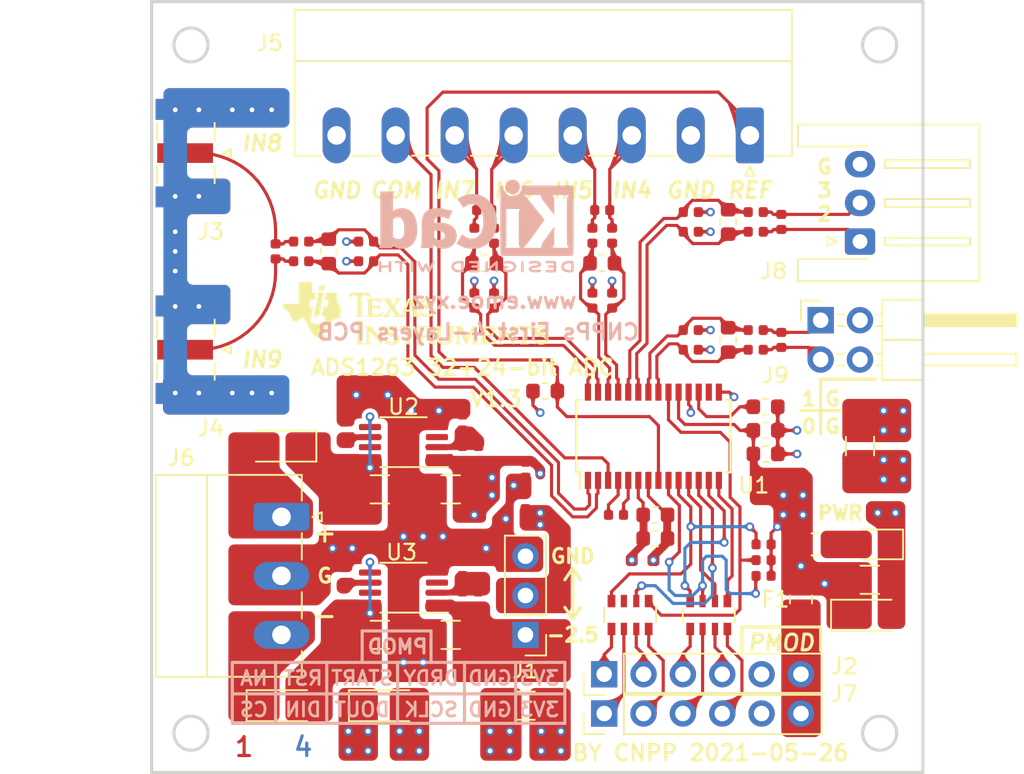
<source format=kicad_pcb>
(kicad_pcb (version 20171130) (host pcbnew "(5.1.9)-1")
  (layers (0 F.Cu signal) (1 In1.Cu signal) (2 In2.Cu signal) (31 B.Cu signal) (34 B.Paste user) (35 F.Paste user) (36 B.SilkS user) (37 F.SilkS user) (38 B.Mask user) (39 F.Mask user) (44 Edge.Cuts user))
  (net 0 "")
  (net 1 GNDA)
  (net 2 "Net-(U1-Pad16)")
  (net 3 VSSA)
  (net 4 VDDA)
  (net 5 "Net-(C17-Pad2)")
  (net 6 "Net-(C17-Pad1)")
  (net 7 /REFOUT)
  (net 8 "Net-(C23-Pad1)")
  (net 9 "Net-(C24-Pad1)")
  (net 10 GND)
  (net 11 "Net-(C25-Pad1)")
  (net 12 VDD)
  (net 13 "Net-(C27-Pad2)")
  (net 14 "Net-(C28-Pad2)")
  (net 15 /3V3)
  (net 16 "Net-(J2-Pad4)")
  (net 17 "Net-(J2-Pad3)")
  (net 18 "Net-(J2-Pad2)")
  (net 19 "Net-(J2-Pad1)")
  (net 20 /IN0)
  (net 21 /IN1)
  (net 22 /IN2)
  (net 23 /IN3)
  (net 24 /IN4)
  (net 25 /IN5)
  (net 26 /IN6)
  (net 27 /IN7)
  (net 28 /IN8)
  (net 29 /IN9)
  (net 30 /SCLK)
  (net 31 /DIN)
  (net 32 /DOUT)
  (net 33 /CS)
  (net 34 /DRDY)
  (net 35 /RESET)
  (net 36 /START)
  (net 37 /AINCOM)
  (net 38 "Net-(U2-Pad7)")
  (net 39 "Net-(U2-Pad3)")
  (net 40 "Net-(U3-Pad7)")
  (net 41 "Net-(U3-Pad3)")
  (net 42 /IN_5_N)
  (net 43 /IN_5_P)
  (net 44 "Net-(C27-Pad1)")
  (net 45 "Net-(J7-Pad4)")
  (net 46 "Net-(J7-Pad3)")
  (net 47 "Net-(J7-Pad2)")
  (net 48 "Net-(J7-Pad1)")
  (net 49 "Net-(RN1-Pad7)")
  (net 50 "Net-(D2-Pad2)")
  (net 51 "Net-(D3-Pad1)")
  (net 52 "Net-(D4-Pad2)")
  (net 53 /AIN01_P)
  (net 54 /AIN01_N)
  (net 55 /AIN23_P)
  (net 56 /AIN23_N)
  (net 57 /AIN45_P)
  (net 58 /AIN45_N)
  (net 59 /AIN67_P)
  (net 60 /AIN67_N)
  (net 61 /AIN89_P)
  (net 62 /AIN89_N)
  (module Symbol:KiCad-Logo2_5mm_SilkScreen (layer B.Cu) (at 122.555 96.774 180)
    (fp_text reference REF** hide)
    (fp_text value KiCad-Logo2_5mm_SilkScreen hide)
  )
  (module Custom_LOGO:TI_0 (layer F.Cu) (at 118.618 102.362)
    (fp_text reference G*** hide)
    (fp_text value LOGO hide)
  )
  (module Resistor_SMD:R_1206_3216Metric (layer F.Cu) (at 147.32 110.998 270)
    (fp_text reference R25 hide)
    (fp_text value 0)
    (pad 2 smd roundrect (at 1.4 0 270) (size 1.25 1.75) (layers F.Cu F.Paste F.Mask) (roundrect_rratio 0.2) (net 10 GND))
    (pad 1 smd roundrect (at -1.4 0 270) (size 1.25 1.75) (layers F.Cu F.Paste F.Mask) (roundrect_rratio 0.2) (net 1 GNDA))
  )
  (module Resistor_SMD:R_1206_3216Metric (layer F.Cu) (at 125.73 127.762)
    (fp_text reference R24 hide)
    (fp_text value 0)
    (pad 2 smd roundrect (at 1.4 0) (size 1.25 1.75) (layers F.Cu F.Paste F.Mask) (roundrect_rratio 0.2) (net 10 GND))
    (pad 1 smd roundrect (at -1.4 0) (size 1.25 1.75) (layers F.Cu F.Paste F.Mask) (roundrect_rratio 0.2) (net 1 GNDA))
  )
  (module Connector_PinHeader_2.54mm:PinHeader_2x02_P2.54mm_Horizontal (layer F.Cu) (at 144.78 102.87)
    (fp_text reference J9 (at -2.921 3.556) (layer F.SilkS))
    (fp_text value Conn_01x04)
    (pad 4 thru_hole oval (at 2.54 2.54) (size 1.7 1.7) (drill 1) (layers *.Cu *.Mask) (net 1 GNDA))
    (pad 3 thru_hole oval (at 0 2.54) (size 1.7 1.7) (drill 1) (layers *.Cu *.Mask) (net 20 /IN0))
    (pad 2 thru_hole oval (at 2.54 0) (size 1.7 1.7) (drill 1) (layers *.Cu *.Mask) (net 1 GNDA))
    (pad 1 thru_hole rect (at 0 0) (size 1.7 1.7) (drill 1) (layers *.Cu *.Mask) (net 21 /IN1))
  )
  (module Connector_JST:JST_XH_S3B-XH-A-1_1x03_P2.50mm_Horizontal (layer F.Cu) (at 147.32 97.79 90)
    (fp_text reference J8 (at -1.905 -5.588 180) (layer F.SilkS))
    (fp_text value Conn_01x03)
    (pad 3 thru_hole oval (at 5 0 90) (size 1.7 1.95) (drill 0.95) (layers *.Cu *.Mask) (net 1 GNDA))
    (pad 2 thru_hole oval (at 2.5 0 90) (size 1.7 1.95) (drill 0.95) (layers *.Cu *.Mask) (net 23 /IN3))
    (pad 1 thru_hole roundrect (at 0 0 90) (size 1.7 1.95) (drill 0.95) (layers *.Cu *.Mask) (roundrect_rratio 0.147059) (net 22 /IN2))
  )
  (module Resistor_SMD:R_0402_1005Metric (layer F.Cu) (at 141.097 117.348)
    (fp_text reference R23 hide)
    (fp_text value 100k)
    (pad 2 smd roundrect (at 0.485 0) (size 0.59 0.64) (layers F.Cu F.Paste F.Mask) (net 12 VDD))
    (pad 1 smd roundrect (at -0.485 0) (size 0.59 0.64) (layers F.Cu F.Paste F.Mask) (net 33 /CS))
  )
  (module Resistor_SMD:R_0402_1005Metric (layer F.Cu) (at 141.097 118.364)
    (fp_text reference R22 hide)
    (fp_text value 100k)
    (pad 2 smd roundrect (at 0.485 0) (size 0.59 0.64) (layers F.Cu F.Paste F.Mask) (net 12 VDD))
    (pad 1 smd roundrect (at -0.485 0) (size 0.59 0.64) (layers F.Cu F.Paste F.Mask) (net 35 /RESET))
  )
  (module Resistor_SMD:R_0402_1005Metric (layer F.Cu) (at 141.097 119.38)
    (fp_text reference R21 hide)
    (fp_text value 100k)
    (pad 2 smd roundrect (at 0.485 0) (size 0.59 0.64) (layers F.Cu F.Paste F.Mask) (net 12 VDD))
    (pad 1 smd roundrect (at -0.485 0) (size 0.59 0.64) (layers F.Cu F.Paste F.Mask) (net 36 /START))
  )
  (module Capacitor_SMD:C_0603_1608Metric (layer F.Cu) (at 141.224 109.982)
    (fp_text reference C33 hide)
    (fp_text value 100n)
    (pad 2 smd roundrect (at 0.7875 0) (size 0.875 0.95) (layers F.Cu F.Paste F.Mask) (net 10 GND))
    (pad 1 smd roundrect (at -0.7875 0) (size 0.875 0.95) (layers F.Cu F.Paste F.Mask) (net 12 VDD))
  )
  (module Capacitor_SMD:C_0603_1608Metric (layer F.Cu) (at 134.112 115.443)
    (fp_text reference C32 hide)
    (fp_text value 100n)
    (pad 2 smd roundrect (at 0.7875 0) (size 0.875 0.95) (layers F.Cu F.Paste F.Mask) (net 3 VSSA))
    (pad 1 smd roundrect (at -0.7875 0) (size 0.875 0.95) (layers F.Cu F.Paste F.Mask) (net 4 VDDA))
  )
  (module Fuse:Fuse_0805_2012Metric (layer F.Cu) (at 143.51 120.904 90)
    (fp_text reference F1 (at 0 -1.651 180) (layer F.SilkS))
    (fp_text value Fuse)
    (pad 2 smd roundrect (at 0.9375 0 90) (size 0.975 1.4) (layers F.Cu F.Paste F.Mask) (net 12 VDD))
    (pad 1 smd roundrect (at -0.9375 0 90) (size 0.975 1.4) (layers F.Cu F.Paste F.Mask) (net 15 /3V3))
  )
  (module Diode_SMD:D_SOD-123 (layer F.Cu) (at 147.702 121.92)
    (fp_text reference D5 hide)
    (fp_text value D_Zener)
    (pad 2 smd rect (at 1.65 0) (size 0.9 1.2) (layers F.Cu F.Paste F.Mask) (net 10 GND))
    (pad 1 smd rect (at -1.65 0) (size 0.9 1.2) (layers F.Cu F.Paste F.Mask) (net 12 VDD))
  )
  (module Diode_SMD:D_SOD-123 (layer F.Cu) (at 116.586 127.762)
    (fp_text reference D1 hide)
    (fp_text value D_Zener)
    (pad 2 smd rect (at 1.65 0) (size 0.9 1.2) (layers F.Cu F.Paste F.Mask) (net 3 VSSA))
    (pad 1 smd rect (at -1.65 0) (size 0.9 1.2) (layers F.Cu F.Paste F.Mask) (net 4 VDDA))
  )
  (module Capacitor_SMD:C_1206_3216Metric (layer F.Cu) (at 147.952 119.634)
    (fp_text reference C31 hide)
    (fp_text value 10u)
    (pad 2 smd roundrect (at 1.4 0) (size 1.25 1.75) (layers F.Cu F.Paste F.Mask) (roundrect_rratio 0.2) (net 10 GND))
    (pad 1 smd roundrect (at -1.4 0) (size 1.25 1.75) (layers F.Cu F.Paste F.Mask) (roundrect_rratio 0.2) (net 12 VDD))
  )
  (module Connector_Coaxial:SMA_Samtec_SMA-J-P-X-ST-EM1_EdgeMount (layer F.Cu) (at 103.959 104.775 270)
    (fp_text reference J4 (at 5.08 -1.451 180) (layer F.SilkS))
    (fp_text value Conn_01x02)
    (pad 1 smd rect (at 0 0.2 270) (size 1.27 3.6) (layers F.Cu F.Paste F.Mask) (net 29 /IN9))
    (pad 2 smd rect (at 2.825 0 270) (size 1.35 4.2) (layers F.Cu F.Paste F.Mask) (net 1 GNDA))
    (pad 2 smd rect (at -2.825 0 270) (size 1.35 4.2) (layers F.Cu F.Paste F.Mask) (net 1 GNDA))
    (pad 2 smd rect (at 2.825 0 270) (size 1.35 4.2) (layers B.Cu B.Paste B.Mask) (net 1 GNDA))
    (pad 2 smd rect (at -2.825 0 270) (size 1.35 4.2) (layers B.Cu B.Paste B.Mask) (net 1 GNDA))
  )
  (module Connector_Coaxial:SMA_Samtec_SMA-J-P-X-ST-EM1_EdgeMount (layer F.Cu) (at 103.959 92.075 270)
    (fp_text reference J3 (at 5.08 -1.451 180) (layer F.SilkS))
    (fp_text value Conn_01x02)
    (pad 1 smd rect (at 0 0.2 270) (size 1.27 3.6) (layers F.Cu F.Paste F.Mask) (net 28 /IN8))
    (pad 2 smd rect (at 2.825 0 270) (size 1.35 4.2) (layers F.Cu F.Paste F.Mask) (net 1 GNDA))
    (pad 2 smd rect (at -2.825 0 270) (size 1.35 4.2) (layers F.Cu F.Paste F.Mask) (net 1 GNDA))
    (pad 2 smd rect (at 2.825 0 270) (size 1.35 4.2) (layers B.Cu B.Paste B.Mask) (net 1 GNDA))
    (pad 2 smd rect (at -2.825 0 270) (size 1.35 4.2) (layers B.Cu B.Paste B.Mask) (net 1 GNDA))
  )
  (module Diode_SMD:D_SOD-123 (layer F.Cu) (at 109.982 127.762)
    (fp_text reference D3 hide)
    (fp_text value D_Schottky)
    (pad 2 smd rect (at 1.65 0) (size 0.9 1.2) (layers F.Cu F.Paste F.Mask) (net 42 /IN_5_N))
    (pad 1 smd rect (at -1.65 0) (size 0.9 1.2) (layers F.Cu F.Paste F.Mask) (net 51 "Net-(D3-Pad1)"))
  )
  (module Diode_SMD:D_SOD-123 (layer F.Cu) (at 109.982 110.998 180)
    (fp_text reference D2 hide)
    (fp_text value D_Schottky)
    (pad 2 smd rect (at 1.65 0 180) (size 0.9 1.2) (layers F.Cu F.Paste F.Mask) (net 50 "Net-(D2-Pad2)"))
    (pad 1 smd rect (at -1.65 0 180) (size 0.9 1.2) (layers F.Cu F.Paste F.Mask) (net 43 /IN_5_P))
  )
  (module Resistor_SMD:R_0805_2012Metric (layer F.Cu) (at 144.4475 117.348)
    (fp_text reference R20 hide)
    (fp_text value 680)
    (pad 2 smd roundrect (at 0.9375 0) (size 0.975 1.4) (layers F.Cu F.Paste F.Mask) (net 52 "Net-(D4-Pad2)"))
    (pad 1 smd roundrect (at -0.9375 0) (size 0.975 1.4) (layers F.Cu F.Paste F.Mask) (net 12 VDD))
  )
  (module LED_SMD:LED_0805_2012Metric (layer F.Cu) (at 148.4145 117.348 180)
    (fp_text reference D4 hide)
    (fp_text value LED)
    (pad 2 smd roundrect (at 0.9375 0 180) (size 0.975 1.4) (layers F.Cu F.Paste F.Mask) (net 52 "Net-(D4-Pad2)"))
    (pad 1 smd roundrect (at -0.9375 0 180) (size 0.975 1.4) (layers F.Cu F.Paste F.Mask) (net 10 GND))
  )
  (module Resistor_SMD:R_Array_Convex_4x0603 (layer F.Cu) (at 137.56 121.909 90)
    (fp_text reference RN2 hide)
    (fp_text value R_Pack04_47)
    (pad 5 smd rect (at 0.9 1.2 90) (size 0.8 0.5) (layers F.Cu F.Paste F.Mask) (net 34 /DRDY))
    (pad 6 smd rect (at 0.9 0.4 90) (size 0.8 0.4) (layers F.Cu F.Paste F.Mask) (net 30 /SCLK))
    (pad 8 smd rect (at 0.9 -1.2 90) (size 0.8 0.5) (layers F.Cu F.Paste F.Mask) (net 32 /DOUT))
    (pad 7 smd rect (at 0.9 -0.4 90) (size 0.8 0.4) (layers F.Cu F.Paste F.Mask) (net 36 /START))
    (pad 4 smd rect (at -0.9 1.2 90) (size 0.8 0.5) (layers F.Cu F.Paste F.Mask) (net 45 "Net-(J7-Pad4)"))
    (pad 2 smd rect (at -0.9 -0.4 90) (size 0.8 0.4) (layers F.Cu F.Paste F.Mask) (net 46 "Net-(J7-Pad3)"))
    (pad 3 smd rect (at -0.9 0.4 90) (size 0.8 0.4) (layers F.Cu F.Paste F.Mask) (net 16 "Net-(J2-Pad4)"))
    (pad 1 smd rect (at -0.9 -1.2 90) (size 0.8 0.5) (layers F.Cu F.Paste F.Mask) (net 17 "Net-(J2-Pad3)"))
  )
  (module Resistor_SMD:R_Array_Convex_4x0603 (layer F.Cu) (at 132.48 121.909 90)
    (fp_text reference RN1 hide)
    (fp_text value R_Pack04_47)
    (pad 5 smd rect (at 0.9 1.2 90) (size 0.8 0.5) (layers F.Cu F.Paste F.Mask) (net 35 /RESET))
    (pad 6 smd rect (at 0.9 0.4 90) (size 0.8 0.4) (layers F.Cu F.Paste F.Mask) (net 31 /DIN))
    (pad 8 smd rect (at 0.9 -1.2 90) (size 0.8 0.5) (layers F.Cu F.Paste F.Mask) (net 33 /CS))
    (pad 7 smd rect (at 0.9 -0.4 90) (size 0.8 0.4) (layers F.Cu F.Paste F.Mask) (net 49 "Net-(RN1-Pad7)"))
    (pad 4 smd rect (at -0.9 1.2 90) (size 0.8 0.5) (layers F.Cu F.Paste F.Mask) (net 47 "Net-(J7-Pad2)"))
    (pad 2 smd rect (at -0.9 -0.4 90) (size 0.8 0.4) (layers F.Cu F.Paste F.Mask) (net 48 "Net-(J7-Pad1)"))
    (pad 3 smd rect (at -0.9 0.4 90) (size 0.8 0.4) (layers F.Cu F.Paste F.Mask) (net 18 "Net-(J2-Pad2)"))
    (pad 1 smd rect (at -0.9 -1.2 90) (size 0.8 0.5) (layers F.Cu F.Paste F.Mask) (net 19 "Net-(J2-Pad1)"))
  )
  (module Connector_PinHeader_2.54mm:PinHeader_1x06_P2.54mm_Vertical (layer F.Cu) (at 130.81 128.27 90)
    (fp_text reference J7 (at 1.27 15.494 180) (layer F.SilkS))
    (fp_text value Conn_01x06)
    (pad 6 thru_hole oval (at 0 12.7 90) (size 1.7 1.7) (drill 1) (layers *.Cu *.Mask) (net 15 /3V3))
    (pad 5 thru_hole oval (at 0 10.16 90) (size 1.7 1.7) (drill 1) (layers *.Cu *.Mask) (net 10 GND))
    (pad 4 thru_hole oval (at 0 7.62 90) (size 1.7 1.7) (drill 1) (layers *.Cu *.Mask) (net 45 "Net-(J7-Pad4)"))
    (pad 3 thru_hole oval (at 0 5.08 90) (size 1.7 1.7) (drill 1) (layers *.Cu *.Mask) (net 46 "Net-(J7-Pad3)"))
    (pad 2 thru_hole oval (at 0 2.54 90) (size 1.7 1.7) (drill 1) (layers *.Cu *.Mask) (net 47 "Net-(J7-Pad2)"))
    (pad 1 thru_hole rect (at 0 0 90) (size 1.7 1.7) (drill 1) (layers *.Cu *.Mask) (net 48 "Net-(J7-Pad1)"))
  )
  (module Connector_PinHeader_2.54mm:PinHeader_1x06_P2.54mm_Vertical (layer F.Cu) (at 130.81 125.73 90)
    (fp_text reference J2 (at 0.508 15.494 180) (layer F.SilkS))
    (fp_text value Conn_01x06)
    (pad 6 thru_hole oval (at 0 12.7 90) (size 1.7 1.7) (drill 1) (layers *.Cu *.Mask) (net 15 /3V3))
    (pad 5 thru_hole oval (at 0 10.16 90) (size 1.7 1.7) (drill 1) (layers *.Cu *.Mask) (net 10 GND))
    (pad 4 thru_hole oval (at 0 7.62 90) (size 1.7 1.7) (drill 1) (layers *.Cu *.Mask) (net 16 "Net-(J2-Pad4)"))
    (pad 3 thru_hole oval (at 0 5.08 90) (size 1.7 1.7) (drill 1) (layers *.Cu *.Mask) (net 17 "Net-(J2-Pad3)"))
    (pad 2 thru_hole oval (at 0 2.54 90) (size 1.7 1.7) (drill 1) (layers *.Cu *.Mask) (net 18 "Net-(J2-Pad2)"))
    (pad 1 thru_hole rect (at 0 0 90) (size 1.7 1.7) (drill 1) (layers *.Cu *.Mask) (net 19 "Net-(J2-Pad1)"))
  )
  (module Connector_Phoenix_MC:PhoenixContact_MC_1,5_3-G-3.81_1x03_P3.81mm_Horizontal (layer F.Cu) (at 109.982 115.57 270)
    (fp_text reference J6 (at -3.81 6.477 180) (layer F.SilkS))
    (fp_text value Conn_01x03)
    (pad 3 thru_hole oval (at 7.62 0 270) (size 1.8 3.6) (drill 1.2) (layers *.Cu *.Mask) (net 51 "Net-(D3-Pad1)"))
    (pad 2 thru_hole oval (at 3.81 0 270) (size 1.8 3.6) (drill 1.2) (layers *.Cu *.Mask) (net 1 GNDA))
    (pad 1 thru_hole roundrect (at 0 0 270) (size 1.8 3.6) (drill 1.2) (layers *.Cu *.Mask) (roundrect_rratio 0.138889) (net 50 "Net-(D2-Pad2)"))
  )
  (module Connector_Phoenix_MC:PhoenixContact_MC_1,5_8-G-3.81_1x08_P3.81mm_Horizontal (layer F.Cu) (at 140.208 90.932 180)
    (fp_text reference J5 (at 30.988 5.969) (layer F.SilkS))
    (fp_text value Conn_01x08)
    (pad 8 thru_hole oval (at 26.67 0 180) (size 1.8 3.6) (drill 1.2) (layers *.Cu *.Mask) (net 1 GNDA))
    (pad 7 thru_hole oval (at 22.86 0 180) (size 1.8 3.6) (drill 1.2) (layers *.Cu *.Mask) (net 37 /AINCOM))
    (pad 6 thru_hole oval (at 19.05 0 180) (size 1.8 3.6) (drill 1.2) (layers *.Cu *.Mask) (net 27 /IN7))
    (pad 5 thru_hole oval (at 15.24 0 180) (size 1.8 3.6) (drill 1.2) (layers *.Cu *.Mask) (net 26 /IN6))
    (pad 4 thru_hole oval (at 11.43 0 180) (size 1.8 3.6) (drill 1.2) (layers *.Cu *.Mask) (net 25 /IN5))
    (pad 3 thru_hole oval (at 7.62 0 180) (size 1.8 3.6) (drill 1.2) (layers *.Cu *.Mask) (net 24 /IN4))
    (pad 2 thru_hole oval (at 3.81 0 180) (size 1.8 3.6) (drill 1.2) (layers *.Cu *.Mask) (net 1 GNDA))
    (pad 1 thru_hole roundrect (at 0 0 180) (size 1.8 3.6) (drill 1.2) (layers *.Cu *.Mask) (roundrect_rratio 0.138889) (net 7 /REFOUT))
  )
  (module Package_SO:MSOP-8-1EP_3x3mm_P0.65mm_EP1.73x1.85mm (layer F.Cu) (at 117.856 110.744 180)
    (fp_text reference U2 (at 0 2.286) (layer F.SilkS))
    (fp_text value TPS7A4901)
    (pad 8 smd roundrect (at 2.1625 -0.975 180) (size 1.425 0.4) (layers F.Cu F.Paste F.Mask) (net 43 /IN_5_P))
    (pad 7 smd roundrect (at 2.1625 -0.325 180) (size 1.425 0.4) (layers F.Cu F.Paste F.Mask) (net 38 "Net-(U2-Pad7)"))
    (pad 6 smd roundrect (at 2.1625 0.325 180) (size 1.425 0.4) (layers F.Cu F.Paste F.Mask) (net 9 "Net-(C24-Pad1)"))
    (pad 5 smd roundrect (at 2.1625 0.975 180) (size 1.425 0.4) (layers F.Cu F.Paste F.Mask) (net 43 /IN_5_P))
    (pad 4 smd roundrect (at -2.1625 0.975 180) (size 1.425 0.4) (layers F.Cu F.Paste F.Mask) (net 1 GNDA))
    (pad 3 smd roundrect (at -2.1625 0.325 180) (size 1.425 0.4) (layers F.Cu F.Paste F.Mask) (net 39 "Net-(U2-Pad3)"))
    (pad 2 smd roundrect (at -2.1625 -0.325 180) (size 1.425 0.4) (layers F.Cu F.Paste F.Mask) (net 14 "Net-(C28-Pad2)"))
    (pad 1 smd roundrect (at -2.1625 -0.975 180) (size 1.425 0.4) (layers F.Cu F.Paste F.Mask) (net 4 VDDA))
    (pad 9 smd roundrect (at 0 0 180) (size 1.73 1.85) (layers F.Cu F.Mask) (roundrect_rratio 0.144509) (net 1 GNDA))
  )
  (module Package_SO:MSOP-8-1EP_3x3mm_P0.65mm_EP1.73x1.85mm (layer F.Cu) (at 117.856 120.142 180)
    (fp_text reference U3 (at 0.127 2.286) (layer F.SilkS))
    (fp_text value TPS7A3001)
    (pad 8 smd roundrect (at 2.1625 -0.975 180) (size 1.425 0.4) (layers F.Cu F.Paste F.Mask) (net 42 /IN_5_N))
    (pad 7 smd roundrect (at 2.1625 -0.325 180) (size 1.425 0.4) (layers F.Cu F.Paste F.Mask) (net 40 "Net-(U3-Pad7)"))
    (pad 6 smd roundrect (at 2.1625 0.325 180) (size 1.425 0.4) (layers F.Cu F.Paste F.Mask) (net 8 "Net-(C23-Pad1)"))
    (pad 5 smd roundrect (at 2.1625 0.975 180) (size 1.425 0.4) (layers F.Cu F.Paste F.Mask) (net 42 /IN_5_N))
    (pad 4 smd roundrect (at -2.1625 0.975 180) (size 1.425 0.4) (layers F.Cu F.Paste F.Mask) (net 1 GNDA))
    (pad 3 smd roundrect (at -2.1625 0.325 180) (size 1.425 0.4) (layers F.Cu F.Paste F.Mask) (net 41 "Net-(U3-Pad3)"))
    (pad 2 smd roundrect (at -2.1625 -0.325 180) (size 1.425 0.4) (layers F.Cu F.Paste F.Mask) (net 13 "Net-(C27-Pad2)"))
    (pad 1 smd roundrect (at -2.1625 -0.975 180) (size 1.425 0.4) (layers F.Cu F.Paste F.Mask) (net 44 "Net-(C27-Pad1)"))
    (pad 9 smd roundrect (at 0 0 180) (size 1.73 1.85) (layers F.Cu F.Mask) (roundrect_rratio 0.144509) (net 1 GNDA))
  )
  (module Package_SO:TSSOP-28_4.4x9.7mm_P0.65mm (layer F.Cu) (at 133.985 110.363 90)
    (fp_text reference U1 (at -3.175 6.477 180) (layer F.SilkS))
    (fp_text value ADS1263)
    (pad 28 smd rect (at 2.85 -4.225 90) (size 1.1 0.4) (layers F.Cu F.Paste F.Mask) (net 60 /AIN67_N))
    (pad 27 smd rect (at 2.85 -3.575 90) (size 1.1 0.4) (layers F.Cu F.Paste F.Mask) (net 59 /AIN67_P))
    (pad 26 smd rect (at 2.85 -2.925 90) (size 1.1 0.4) (layers F.Cu F.Paste F.Mask) (net 58 /AIN45_N))
    (pad 25 smd rect (at 2.85 -2.275 90) (size 1.1 0.4) (layers F.Cu F.Paste F.Mask) (net 57 /AIN45_P))
    (pad 24 smd rect (at 2.85 -1.625 90) (size 1.1 0.4) (layers F.Cu F.Paste F.Mask) (net 56 /AIN23_N))
    (pad 23 smd rect (at 2.85 -0.975 90) (size 1.1 0.4) (layers F.Cu F.Paste F.Mask) (net 55 /AIN23_P))
    (pad 22 smd rect (at 2.85 -0.325 90) (size 1.1 0.4) (layers F.Cu F.Paste F.Mask) (net 54 /AIN01_N))
    (pad 21 smd rect (at 2.85 0.325 90) (size 1.1 0.4) (layers F.Cu F.Paste F.Mask) (net 53 /AIN01_P))
    (pad 20 smd rect (at 2.85 0.975 90) (size 1.1 0.4) (layers F.Cu F.Paste F.Mask) (net 35 /RESET))
    (pad 19 smd rect (at 2.85 1.625 90) (size 1.1 0.4) (layers F.Cu F.Paste F.Mask) (net 12 VDD))
    (pad 18 smd rect (at 2.85 2.275 90) (size 1.1 0.4) (layers F.Cu F.Paste F.Mask) (net 10 GND))
    (pad 17 smd rect (at 2.85 2.925 90) (size 1.1 0.4) (layers F.Cu F.Paste F.Mask) (net 11 "Net-(C25-Pad1)"))
    (pad 16 smd rect (at 2.85 3.575 90) (size 1.1 0.4) (layers F.Cu F.Paste F.Mask) (net 2 "Net-(U1-Pad16)"))
    (pad 15 smd rect (at 2.85 4.225 90) (size 1.1 0.4) (layers F.Cu F.Paste F.Mask) (net 10 GND))
    (pad 14 smd rect (at -2.85 4.225 90) (size 1.1 0.4) (layers F.Cu F.Paste F.Mask) (net 34 /DRDY))
    (pad 13 smd rect (at -2.85 3.575 90) (size 1.1 0.4) (layers F.Cu F.Paste F.Mask) (net 32 /DOUT))
    (pad 12 smd rect (at -2.85 2.925 90) (size 1.1 0.4) (layers F.Cu F.Paste F.Mask) (net 31 /DIN))
    (pad 11 smd rect (at -2.85 2.275 90) (size 1.1 0.4) (layers F.Cu F.Paste F.Mask) (net 30 /SCLK))
    (pad 10 smd rect (at -2.85 1.625 90) (size 1.1 0.4) (layers F.Cu F.Paste F.Mask) (net 33 /CS))
    (pad 9 smd rect (at -2.85 0.975 90) (size 1.1 0.4) (layers F.Cu F.Paste F.Mask) (net 36 /START))
    (pad 8 smd rect (at -2.85 0.325 90) (size 1.1 0.4) (layers F.Cu F.Paste F.Mask) (net 7 /REFOUT))
    (pad 7 smd rect (at -2.85 -0.325 90) (size 1.1 0.4) (layers F.Cu F.Paste F.Mask) (net 3 VSSA))
    (pad 6 smd rect (at -2.85 -0.975 90) (size 1.1 0.4) (layers F.Cu F.Paste F.Mask) (net 4 VDDA))
    (pad 5 smd rect (at -2.85 -1.625 90) (size 1.1 0.4) (layers F.Cu F.Paste F.Mask) (net 5 "Net-(C17-Pad2)"))
    (pad 4 smd rect (at -2.85 -2.275 90) (size 1.1 0.4) (layers F.Cu F.Paste F.Mask) (net 6 "Net-(C17-Pad1)"))
    (pad 3 smd rect (at -2.85 -2.925 90) (size 1.1 0.4) (layers F.Cu F.Paste F.Mask) (net 37 /AINCOM))
    (pad 2 smd rect (at -2.85 -3.575 90) (size 1.1 0.4) (layers F.Cu F.Paste F.Mask) (net 62 /AIN89_N))
    (pad 1 smd rect (at -2.85 -4.225 90) (size 1.1 0.4) (layers F.Cu F.Paste F.Mask) (net 61 /AIN89_P))
  )
  (module Resistor_SMD:R_0402_1005Metric (layer F.Cu) (at 121.666 109.474 270)
    (fp_text reference R19 hide)
    (fp_text value 1k)
    (pad 2 smd roundrect (at 0.485 0 270) (size 0.59 0.64) (layers F.Cu F.Paste F.Mask) (net 14 "Net-(C28-Pad2)"))
    (pad 1 smd roundrect (at -0.485 0 270) (size 0.59 0.64) (layers F.Cu F.Paste F.Mask) (net 1 GNDA))
  )
  (module Resistor_SMD:R_0402_1005Metric (layer F.Cu) (at 121.666 111.506 270)
    (fp_text reference R18 hide)
    (fp_text value 1k)
    (pad 2 smd roundrect (at 0.485 0 270) (size 0.59 0.64) (layers F.Cu F.Paste F.Mask) (net 4 VDDA))
    (pad 1 smd roundrect (at -0.485 0 270) (size 0.59 0.64) (layers F.Cu F.Paste F.Mask) (net 14 "Net-(C28-Pad2)"))
  )
  (module Resistor_SMD:R_0402_1005Metric (layer F.Cu) (at 121.666 118.872 270)
    (fp_text reference R17 hide)
    (fp_text value 1k)
    (pad 2 smd roundrect (at 0.485 0 270) (size 0.59 0.64) (layers F.Cu F.Paste F.Mask) (net 13 "Net-(C27-Pad2)"))
    (pad 1 smd roundrect (at -0.485 0 270) (size 0.59 0.64) (layers F.Cu F.Paste F.Mask) (net 1 GNDA))
  )
  (module Resistor_SMD:R_0402_1005Metric (layer F.Cu) (at 121.666 120.904 270)
    (fp_text reference R16 hide)
    (fp_text value 1k)
    (pad 2 smd roundrect (at 0.485 0 270) (size 0.59 0.64) (layers F.Cu F.Paste F.Mask) (net 44 "Net-(C27-Pad1)"))
    (pad 1 smd roundrect (at -0.485 0 270) (size 0.59 0.64) (layers F.Cu F.Paste F.Mask) (net 13 "Net-(C27-Pad2)"))
  )
  (module Resistor_SMD:R_0402_1005Metric (layer F.Cu) (at 111.252 99.06 180)
    (fp_text reference R15 hide)
    (fp_text value 47)
    (pad 2 smd roundrect (at 0.485 0 180) (size 0.59 0.64) (layers F.Cu F.Paste F.Mask) (net 29 /IN9))
    (pad 1 smd roundrect (at -0.485 0 180) (size 0.59 0.64) (layers F.Cu F.Paste F.Mask) (net 62 /AIN89_N))
  )
  (module Resistor_SMD:R_0402_1005Metric (layer F.Cu) (at 111.252 97.79 180)
    (fp_text reference R14 hide)
    (fp_text value 47)
    (pad 2 smd roundrect (at 0.485 0 180) (size 0.59 0.64) (layers F.Cu F.Paste F.Mask) (net 28 /IN8))
    (pad 1 smd roundrect (at -0.485 0 180) (size 0.59 0.64) (layers F.Cu F.Paste F.Mask) (net 61 /AIN89_P))
  )
  (module Resistor_SMD:R_0402_1005Metric (layer F.Cu) (at 122.428 97.409 90)
    (fp_text reference R13 hide)
    (fp_text value 47)
    (pad 2 smd roundrect (at 0.485 0 90) (size 0.59 0.64) (layers F.Cu F.Paste F.Mask) (net 27 /IN7))
    (pad 1 smd roundrect (at -0.485 0 90) (size 0.59 0.64) (layers F.Cu F.Paste F.Mask) (net 60 /AIN67_N))
  )
  (module Resistor_SMD:R_0402_1005Metric (layer F.Cu) (at 123.698 97.409 90)
    (fp_text reference R12 hide)
    (fp_text value 47)
    (pad 2 smd roundrect (at 0.485 0 90) (size 0.59 0.64) (layers F.Cu F.Paste F.Mask) (net 26 /IN6))
    (pad 1 smd roundrect (at -0.485 0 90) (size 0.59 0.64) (layers F.Cu F.Paste F.Mask) (net 59 /AIN67_P))
  )
  (module Resistor_SMD:R_0402_1005Metric (layer F.Cu) (at 130.048 97.409 90)
    (fp_text reference R11 hide)
    (fp_text value 47)
    (pad 2 smd roundrect (at 0.485 0 90) (size 0.59 0.64) (layers F.Cu F.Paste F.Mask) (net 25 /IN5))
    (pad 1 smd roundrect (at -0.485 0 90) (size 0.59 0.64) (layers F.Cu F.Paste F.Mask) (net 58 /AIN45_N))
  )
  (module Resistor_SMD:R_0402_1005Metric (layer F.Cu) (at 131.318 97.409 90)
    (fp_text reference R10 hide)
    (fp_text value 47)
    (pad 2 smd roundrect (at 0.485 0 90) (size 0.59 0.64) (layers F.Cu F.Paste F.Mask) (net 24 /IN4))
    (pad 1 smd roundrect (at -0.485 0 90) (size 0.59 0.64) (layers F.Cu F.Paste F.Mask) (net 57 /AIN45_P))
  )
  (module Resistor_SMD:R_0402_1005Metric (layer F.Cu) (at 140.589 95.885)
    (fp_text reference R9 hide)
    (fp_text value 47)
    (pad 2 smd roundrect (at 0.485 0) (size 0.59 0.64) (layers F.Cu F.Paste F.Mask) (net 23 /IN3))
    (pad 1 smd roundrect (at -0.485 0) (size 0.59 0.64) (layers F.Cu F.Paste F.Mask) (net 56 /AIN23_N))
  )
  (module Resistor_SMD:R_0402_1005Metric (layer F.Cu) (at 140.589 97.155)
    (fp_text reference R8 hide)
    (fp_text value 47)
    (pad 2 smd roundrect (at 0.485 0) (size 0.59 0.64) (layers F.Cu F.Paste F.Mask) (net 22 /IN2))
    (pad 1 smd roundrect (at -0.485 0) (size 0.59 0.64) (layers F.Cu F.Paste F.Mask) (net 55 /AIN23_P))
  )
  (module Resistor_SMD:R_0402_1005Metric (layer F.Cu) (at 109.601 98.425 90)
    (fp_text reference R7 hide)
    (fp_text value NA/3.9k)
    (pad 2 smd roundrect (at 0.485 0 90) (size 0.59 0.64) (layers F.Cu F.Paste F.Mask) (net 28 /IN8))
    (pad 1 smd roundrect (at -0.485 0 90) (size 0.59 0.64) (layers F.Cu F.Paste F.Mask) (net 29 /IN9))
  )
  (module Resistor_SMD:R_0402_1005Metric (layer F.Cu) (at 123.063 95.758)
    (fp_text reference R6 hide)
    (fp_text value NA/3.9k)
    (pad 2 smd roundrect (at 0.485 0) (size 0.59 0.64) (layers F.Cu F.Paste F.Mask) (net 26 /IN6))
    (pad 1 smd roundrect (at -0.485 0) (size 0.59 0.64) (layers F.Cu F.Paste F.Mask) (net 27 /IN7))
  )
  (module Resistor_SMD:R_0402_1005Metric (layer F.Cu) (at 130.683 95.758)
    (fp_text reference R5 hide)
    (fp_text value NA/3.9k)
    (pad 2 smd roundrect (at 0.485 0) (size 0.59 0.64) (layers F.Cu F.Paste F.Mask) (net 24 /IN4))
    (pad 1 smd roundrect (at -0.485 0) (size 0.59 0.64) (layers F.Cu F.Paste F.Mask) (net 25 /IN5))
  )
  (module Resistor_SMD:R_0402_1005Metric (layer F.Cu) (at 142.24 96.52 270)
    (fp_text reference R4 hide)
    (fp_text value NA/3.9k)
    (pad 2 smd roundrect (at 0.485 0 270) (size 0.59 0.64) (layers F.Cu F.Paste F.Mask) (net 22 /IN2))
    (pad 1 smd roundrect (at -0.485 0 270) (size 0.59 0.64) (layers F.Cu F.Paste F.Mask) (net 23 /IN3))
  )
  (module Resistor_SMD:R_0402_1005Metric (layer F.Cu) (at 140.589 103.505)
    (fp_text reference R3 hide)
    (fp_text value 47)
    (pad 2 smd roundrect (at 0.485 0) (size 0.59 0.64) (layers F.Cu F.Paste F.Mask) (net 21 /IN1))
    (pad 1 smd roundrect (at -0.485 0) (size 0.59 0.64) (layers F.Cu F.Paste F.Mask) (net 54 /AIN01_N))
  )
  (module Resistor_SMD:R_0402_1005Metric (layer F.Cu) (at 142.24 104.14 270)
    (fp_text reference R2 hide)
    (fp_text value NA/3.9k)
    (pad 2 smd roundrect (at 0.485 0 270) (size 0.59 0.64) (layers F.Cu F.Paste F.Mask) (net 20 /IN0))
    (pad 1 smd roundrect (at -0.485 0 270) (size 0.59 0.64) (layers F.Cu F.Paste F.Mask) (net 21 /IN1))
  )
  (module Resistor_SMD:R_0402_1005Metric (layer F.Cu) (at 140.589 104.775)
    (fp_text reference R1 hide)
    (fp_text value 47)
    (pad 2 smd roundrect (at 0.485 0) (size 0.59 0.64) (layers F.Cu F.Paste F.Mask) (net 20 /IN0))
    (pad 1 smd roundrect (at -0.485 0) (size 0.59 0.64) (layers F.Cu F.Paste F.Mask) (net 53 /AIN01_P))
  )
  (module Connector_PinHeader_2.54mm:PinHeader_1x03_P2.54mm_Vertical (layer F.Cu) (at 125.73 123.19 180)
    (fp_text reference J1 (at 0 -2.286) (layer F.SilkS))
    (fp_text value Conn_01x03)
    (pad 3 thru_hole oval (at 0 5.08 180) (size 1.7 1.7) (drill 1) (layers *.Cu *.Mask) (net 1 GNDA))
    (pad 2 thru_hole oval (at 0 2.54 180) (size 1.7 1.7) (drill 1) (layers *.Cu *.Mask) (net 3 VSSA))
    (pad 1 thru_hole rect (at 0 0 180) (size 1.7 1.7) (drill 1) (layers *.Cu *.Mask) (net 44 "Net-(C27-Pad1)"))
  )
  (module Capacitor_SMD:C_1206_3216Metric (layer F.Cu) (at 120.904 113.792 180)
    (fp_text reference C30 hide)
    (fp_text value 10u)
    (pad 2 smd roundrect (at 1.4 0 180) (size 1.25 1.75) (layers F.Cu F.Paste F.Mask) (roundrect_rratio 0.2) (net 1 GNDA))
    (pad 1 smd roundrect (at -1.4 0 180) (size 1.25 1.75) (layers F.Cu F.Paste F.Mask) (roundrect_rratio 0.2) (net 4 VDDA))
  )
  (module Capacitor_SMD:C_1206_3216Metric (layer F.Cu) (at 120.904 123.19 180)
    (fp_text reference C29 hide)
    (fp_text value 10u)
    (pad 2 smd roundrect (at 1.4 0 180) (size 1.25 1.75) (layers F.Cu F.Paste F.Mask) (roundrect_rratio 0.2) (net 1 GNDA))
    (pad 1 smd roundrect (at -1.4 0 180) (size 1.25 1.75) (layers F.Cu F.Paste F.Mask) (roundrect_rratio 0.2) (net 44 "Net-(C27-Pad1)"))
  )
  (module Capacitor_SMD:C_0402_1005Metric (layer F.Cu) (at 122.682 111.506 90)
    (fp_text reference C28 hide)
    (fp_text value 10n)
    (pad 2 smd roundrect (at 0.485 0 90) (size 0.59 0.64) (layers F.Cu F.Paste F.Mask) (net 14 "Net-(C28-Pad2)"))
    (pad 1 smd roundrect (at -0.485 0 90) (size 0.59 0.64) (layers F.Cu F.Paste F.Mask) (net 4 VDDA))
  )
  (module Capacitor_SMD:C_0402_1005Metric (layer F.Cu) (at 122.682 120.904 90)
    (fp_text reference C27 hide)
    (fp_text value 10n)
    (pad 2 smd roundrect (at 0.485 0 90) (size 0.59 0.64) (layers F.Cu F.Paste F.Mask) (net 13 "Net-(C27-Pad2)"))
    (pad 1 smd roundrect (at -0.485 0 90) (size 0.59 0.64) (layers F.Cu F.Paste F.Mask) (net 44 "Net-(C27-Pad1)"))
  )
  (module Capacitor_SMD:C_0603_1608Metric (layer F.Cu) (at 141.224 111.506)
    (fp_text reference C26 hide)
    (fp_text value 1u)
    (pad 2 smd roundrect (at 0.7875 0) (size 0.875 0.95) (layers F.Cu F.Paste F.Mask) (net 10 GND))
    (pad 1 smd roundrect (at -0.7875 0) (size 0.875 0.95) (layers F.Cu F.Paste F.Mask) (net 12 VDD))
  )
  (module Capacitor_SMD:C_0603_1608Metric (layer F.Cu) (at 141.224 108.458)
    (fp_text reference C25 hide)
    (fp_text value 1u)
    (pad 2 smd roundrect (at 0.7875 0) (size 0.875 0.95) (layers F.Cu F.Paste F.Mask) (net 10 GND))
    (pad 1 smd roundrect (at -0.7875 0) (size 0.875 0.95) (layers F.Cu F.Paste F.Mask) (net 11 "Net-(C25-Pad1)"))
  )
  (module Capacitor_SMD:C_0402_1005Metric (layer F.Cu) (at 114.046 109.9288 90)
    (fp_text reference C24 hide)
    (fp_text value 10n)
    (pad 2 smd roundrect (at 0.485 0 90) (size 0.59 0.64) (layers F.Cu F.Paste F.Mask) (net 1 GNDA))
    (pad 1 smd roundrect (at -0.485 0 90) (size 0.59 0.64) (layers F.Cu F.Paste F.Mask) (net 9 "Net-(C24-Pad1)"))
  )
  (module Capacitor_SMD:C_0402_1005Metric (layer F.Cu) (at 114.046 119.3268 90)
    (fp_text reference C23 hide)
    (fp_text value 10n)
    (pad 2 smd roundrect (at 0.485 0 90) (size 0.59 0.64) (layers F.Cu F.Paste F.Mask) (net 1 GNDA))
    (pad 1 smd roundrect (at -0.485 0 90) (size 0.59 0.64) (layers F.Cu F.Paste F.Mask) (net 8 "Net-(C23-Pad1)"))
  )
  (module Capacitor_SMD:C_1206_3216Metric (layer F.Cu) (at 116.332 113.792)
    (fp_text reference C22 hide)
    (fp_text value 10u)
    (pad 2 smd roundrect (at 1.4 0) (size 1.25 1.75) (layers F.Cu F.Paste F.Mask) (roundrect_rratio 0.2) (net 1 GNDA))
    (pad 1 smd roundrect (at -1.4 0) (size 1.25 1.75) (layers F.Cu F.Paste F.Mask) (roundrect_rratio 0.2) (net 43 /IN_5_P))
  )
  (module Capacitor_SMD:C_1206_3216Metric (layer F.Cu) (at 116.332 123.19)
    (fp_text reference C21 hide)
    (fp_text value 10u)
    (pad 2 smd roundrect (at 1.4 0) (size 1.25 1.75) (layers F.Cu F.Paste F.Mask) (roundrect_rratio 0.2) (net 1 GNDA))
    (pad 1 smd roundrect (at -1.4 0) (size 1.25 1.75) (layers F.Cu F.Paste F.Mask) (roundrect_rratio 0.2) (net 42 /IN_5_N))
  )
  (module Capacitor_SMD:C_0402_1005Metric (layer F.Cu) (at 125.73 114.554 90)
    (fp_text reference C20 hide)
    (fp_text value 10n)
    (pad 2 smd roundrect (at 0.485 0 90) (size 0.59 0.64) (layers F.Cu F.Paste F.Mask) (net 1 GNDA))
    (pad 1 smd roundrect (at -0.485 0 90) (size 0.59 0.64) (layers F.Cu F.Paste F.Mask) (net 3 VSSA))
  )
  (module Capacitor_SMD:C_0402_1005Metric (layer F.Cu) (at 125.73 112.522 270)
    (fp_text reference C19 hide)
    (fp_text value 10n)
    (pad 2 smd roundrect (at 0.485 0 270) (size 0.59 0.64) (layers F.Cu F.Paste F.Mask) (net 1 GNDA))
    (pad 1 smd roundrect (at -0.485 0 270) (size 0.59 0.64) (layers F.Cu F.Paste F.Mask) (net 4 VDDA))
  )
  (module Capacitor_SMD:C_0603_1608Metric (layer F.Cu) (at 127 107.442 180)
    (fp_text reference C18 hide)
    (fp_text value 1u)
    (pad 2 smd roundrect (at 0.7875 0 180) (size 0.875 0.95) (layers F.Cu F.Paste F.Mask) (net 3 VSSA))
    (pad 1 smd roundrect (at -0.7875 0 180) (size 0.875 0.95) (layers F.Cu F.Paste F.Mask) (net 7 /REFOUT))
  )
  (module Capacitor_SMD:C_0402_1005Metric (layer F.Cu) (at 131.572 115.443)
    (fp_text reference C17 hide)
    (fp_text value 4.7n)
    (pad 2 smd roundrect (at 0.485 0) (size 0.59 0.64) (layers F.Cu F.Paste F.Mask) (net 5 "Net-(C17-Pad2)"))
    (pad 1 smd roundrect (at -0.485 0) (size 0.59 0.64) (layers F.Cu F.Paste F.Mask) (net 6 "Net-(C17-Pad1)"))
  )
  (module Capacitor_SMD:C_0603_1608Metric (layer F.Cu) (at 134.112 116.967)
    (fp_text reference C16 hide)
    (fp_text value 1u)
    (pad 2 smd roundrect (at 0.7875 0) (size 0.875 0.95) (layers F.Cu F.Paste F.Mask) (net 3 VSSA))
    (pad 1 smd roundrect (at -0.7875 0) (size 0.875 0.95) (layers F.Cu F.Paste F.Mask) (net 4 VDDA))
  )
  (module Capacitor_SMD:C_0603_1608Metric (layer F.Cu) (at 113.03 98.425 270)
    (fp_text reference C15 hide)
    (fp_text value 100n)
    (pad 2 smd roundrect (at 0.7875 0 270) (size 0.875 0.95) (layers F.Cu F.Paste F.Mask) (net 62 /AIN89_N))
    (pad 1 smd roundrect (at -0.7875 0 270) (size 0.875 0.95) (layers F.Cu F.Paste F.Mask) (net 61 /AIN89_P))
  )
  (module Capacitor_SMD:C_0603_1608Metric (layer F.Cu) (at 123.063 99.187 180)
    (fp_text reference C14 hide)
    (fp_text value 100n)
    (pad 2 smd roundrect (at 0.7875 0 180) (size 0.875 0.95) (layers F.Cu F.Paste F.Mask) (net 60 /AIN67_N))
    (pad 1 smd roundrect (at -0.7875 0 180) (size 0.875 0.95) (layers F.Cu F.Paste F.Mask) (net 59 /AIN67_P))
  )
  (module Capacitor_SMD:C_0603_1608Metric (layer F.Cu) (at 130.683 99.187 180)
    (fp_text reference C13 hide)
    (fp_text value 100n)
    (pad 2 smd roundrect (at 0.7875 0 180) (size 0.875 0.95) (layers F.Cu F.Paste F.Mask) (net 58 /AIN45_N))
    (pad 1 smd roundrect (at -0.7875 0 180) (size 0.875 0.95) (layers F.Cu F.Paste F.Mask) (net 57 /AIN45_P))
  )
  (module Capacitor_SMD:C_0603_1608Metric (layer F.Cu) (at 138.811 96.52 90)
    (fp_text reference C12 hide)
    (fp_text value 100n)
    (pad 2 smd roundrect (at 0.7875 0 90) (size 0.875 0.95) (layers F.Cu F.Paste F.Mask) (net 56 /AIN23_N))
    (pad 1 smd roundrect (at -0.7875 0 90) (size 0.875 0.95) (layers F.Cu F.Paste F.Mask) (net 55 /AIN23_P))
  )
  (module Capacitor_SMD:C_0402_1005Metric (layer F.Cu) (at 115.443 99.06)
    (fp_text reference C11 hide)
    (fp_text value 47p)
    (pad 2 smd roundrect (at 0.485 0) (size 0.59 0.64) (layers F.Cu F.Paste F.Mask) (net 62 /AIN89_N))
    (pad 1 smd roundrect (at -0.485 0) (size 0.59 0.64) (layers F.Cu F.Paste F.Mask) (net 1 GNDA))
  )
  (module Capacitor_SMD:C_0402_1005Metric (layer F.Cu) (at 115.443 97.79 180)
    (fp_text reference C10 hide)
    (fp_text value 47p)
    (pad 2 smd roundrect (at 0.485 0 180) (size 0.59 0.64) (layers F.Cu F.Paste F.Mask) (net 1 GNDA))
    (pad 1 smd roundrect (at -0.485 0 180) (size 0.59 0.64) (layers F.Cu F.Paste F.Mask) (net 61 /AIN89_P))
  )
  (module Capacitor_SMD:C_0402_1005Metric (layer F.Cu) (at 122.428 101.6 270)
    (fp_text reference C9 hide)
    (fp_text value 47p)
    (pad 2 smd roundrect (at 0.485 0 270) (size 0.59 0.64) (layers F.Cu F.Paste F.Mask) (net 60 /AIN67_N))
    (pad 1 smd roundrect (at -0.485 0 270) (size 0.59 0.64) (layers F.Cu F.Paste F.Mask) (net 1 GNDA))
  )
  (module Capacitor_SMD:C_0402_1005Metric (layer F.Cu) (at 123.698 101.6 90)
    (fp_text reference C8 hide)
    (fp_text value 47p)
    (pad 2 smd roundrect (at 0.485 0 90) (size 0.59 0.64) (layers F.Cu F.Paste F.Mask) (net 1 GNDA))
    (pad 1 smd roundrect (at -0.485 0 90) (size 0.59 0.64) (layers F.Cu F.Paste F.Mask) (net 59 /AIN67_P))
  )
  (module Capacitor_SMD:C_0402_1005Metric (layer F.Cu) (at 130.048 101.6 270)
    (fp_text reference C7 hide)
    (fp_text value 47p)
    (pad 2 smd roundrect (at 0.485 0 270) (size 0.59 0.64) (layers F.Cu F.Paste F.Mask) (net 58 /AIN45_N))
    (pad 1 smd roundrect (at -0.485 0 270) (size 0.59 0.64) (layers F.Cu F.Paste F.Mask) (net 1 GNDA))
  )
  (module Capacitor_SMD:C_0402_1005Metric (layer F.Cu) (at 131.318 101.6 90)
    (fp_text reference C6 hide)
    (fp_text value 47p)
    (pad 2 smd roundrect (at 0.485 0 90) (size 0.59 0.64) (layers F.Cu F.Paste F.Mask) (net 1 GNDA))
    (pad 1 smd roundrect (at -0.485 0 90) (size 0.59 0.64) (layers F.Cu F.Paste F.Mask) (net 57 /AIN45_P))
  )
  (module Capacitor_SMD:C_0402_1005Metric (layer F.Cu) (at 136.398 95.885 180)
    (fp_text reference C5 hide)
    (fp_text value 47p)
    (pad 2 smd roundrect (at 0.485 0 180) (size 0.59 0.64) (layers F.Cu F.Paste F.Mask) (net 56 /AIN23_N))
    (pad 1 smd roundrect (at -0.485 0 180) (size 0.59 0.64) (layers F.Cu F.Paste F.Mask) (net 1 GNDA))
  )
  (module Capacitor_SMD:C_0402_1005Metric (layer F.Cu) (at 136.398 97.155)
    (fp_text reference C4 hide)
    (fp_text value 47p)
    (pad 2 smd roundrect (at 0.485 0) (size 0.59 0.64) (layers F.Cu F.Paste F.Mask) (net 1 GNDA))
    (pad 1 smd roundrect (at -0.485 0) (size 0.59 0.64) (layers F.Cu F.Paste F.Mask) (net 55 /AIN23_P))
  )
  (module Capacitor_SMD:C_0603_1608Metric (layer F.Cu) (at 138.811 104.14 90)
    (fp_text reference C3 hide)
    (fp_text value 100n)
    (pad 2 smd roundrect (at 0.7875 0 90) (size 0.875 0.95) (layers F.Cu F.Paste F.Mask) (net 54 /AIN01_N))
    (pad 1 smd roundrect (at -0.7875 0 90) (size 0.875 0.95) (layers F.Cu F.Paste F.Mask) (net 53 /AIN01_P))
  )
  (module Capacitor_SMD:C_0402_1005Metric (layer F.Cu) (at 136.398 103.505 180)
    (fp_text reference C2 hide)
    (fp_text value 47p)
    (pad 2 smd roundrect (at 0.485 0 180) (size 0.59 0.64) (layers F.Cu F.Paste F.Mask) (net 54 /AIN01_N))
    (pad 1 smd roundrect (at -0.485 0 180) (size 0.59 0.64) (layers F.Cu F.Paste F.Mask) (net 1 GNDA))
  )
  (module Capacitor_SMD:C_0402_1005Metric (layer F.Cu) (at 136.398 104.775)
    (fp_text reference C1 hide)
    (fp_text value 47p)
    (pad 2 smd roundrect (at 0.485 0) (size 0.59 0.64) (layers F.Cu F.Paste F.Mask) (net 1 GNDA))
    (pad 1 smd roundrect (at -0.485 0) (size 0.59 0.64) (layers F.Cu F.Paste F.Mask) (net 53 /AIN01_P))
  )
  (gr_line (start 119.634 122.936) (end 119.634 124.968) (layer B.SilkS) (width 0.2032))
  (gr_line (start 115.189 122.936) (end 119.634 122.936) (layer B.SilkS) (width 0.2032))
  (gr_line (start 115.189 124.968) (end 115.189 122.936) (layer B.SilkS) (width 0.2032))
  (gr_text PMOD (at 117.475 123.952) (layer B.SilkS) (effects (font (size 0.9144 0.9144) (thickness 0.2032)) (justify mirror)))
  (gr_text PWR (at 146.05 115.316) (layer F.SilkS) (effects (font (size 0.9144 0.9144) (thickness 0.2032))))
  (gr_line (start 125.095 124.968) (end 125.095 128.905) (layer B.SilkS) (width 0.2032))
  (gr_line (start 121.793 124.968) (end 121.793 128.905) (layer B.SilkS) (width 0.2032))
  (gr_line (start 117.475 124.968) (end 117.475 128.905) (layer B.SilkS) (width 0.2032))
  (gr_line (start 112.903 124.968) (end 112.903 128.905) (layer B.SilkS) (width 0.2032))
  (gr_line (start 109.601 124.968) (end 109.601 128.905) (layer B.SilkS) (width 0.2032))
  (gr_line (start 106.807 124.968) (end 106.807 128.905) (layer B.SilkS) (width 0.2032))
  (gr_line (start 128.27 124.968) (end 128.27 128.905) (layer B.SilkS) (width 0.2032))
  (gr_line (start 128.27 124.968) (end 106.807 124.968) (layer B.SilkS) (width 0.2032))
  (gr_line (start 128.27 128.905) (end 106.807 128.905) (layer B.SilkS) (width 0.2032))
  (gr_line (start 128.27 127) (end 106.807 127) (layer B.SilkS) (width 0.2032))
  (gr_text V1.3 (at 123.825 107.95) (layer F.SilkS) (effects (font (size 1.016 1.016) (thickness 0.1778))))
  (gr_text "CNPPs First 4-Layers PCB" (at 122.682 103.632) (layer B.SilkS) (effects (font (size 1.016 1.016) (thickness 0.2032)) (justify mirror)))
  (gr_text www.emoe.xyz (at 123.698 101.6) (layer B.SilkS) (effects (font (size 1.016 1.016) (thickness 0.2032)) (justify mirror)))
  (gr_text NA (at 108.204 125.984) (layer B.SilkS) (effects (font (size 0.9144 0.9144) (thickness 0.1778)) (justify mirror)))
  (gr_text CS (at 108.204 128.016) (layer B.SilkS) (effects (font (size 0.9144 0.9144) (thickness 0.1778)) (justify mirror)))
  (gr_text RST (at 111.379 125.984) (layer B.SilkS) (effects (font (size 0.9144 0.9144) (thickness 0.1778)) (justify mirror)))
  (gr_text DIN (at 111.379 128.016) (layer B.SilkS) (effects (font (size 0.9144 0.9144) (thickness 0.1778)) (justify mirror)))
  (gr_text START (at 115.189 125.984) (layer B.SilkS) (effects (font (size 0.9144 0.9144) (thickness 0.1778)) (justify mirror)))
  (gr_text DOUT (at 115.189 128.016) (layer B.SilkS) (effects (font (size 0.9144 0.9144) (thickness 0.1778)) (justify mirror)))
  (gr_text DRDY (at 119.634 125.984) (layer B.SilkS) (effects (font (size 0.9144 0.9144) (thickness 0.1778)) (justify mirror)))
  (gr_text SCLK (at 119.634 128.016) (layer B.SilkS) (effects (font (size 0.9144 0.9144) (thickness 0.1778)) (justify mirror)))
  (gr_text 3V3 (at 126.619 125.984) (layer B.SilkS) (effects (font (size 0.9144 0.9144) (thickness 0.1778)) (justify mirror)))
  (gr_text 3V3 (at 126.619 128.016) (layer B.SilkS) (effects (font (size 0.9144 0.9144) (thickness 0.1778)) (justify mirror)))
  (gr_text GND (at 123.444 128.016) (layer B.SilkS) (effects (font (size 0.9144 0.9144) (thickness 0.1778)) (justify mirror)))
  (gr_text GND (at 123.444 125.984) (layer B.SilkS) (effects (font (size 0.9144 0.9144) (thickness 0.1778)) (justify mirror)))
  (gr_text "BY CNPP 2021-05-26" (at 137.668 130.81) (layer F.SilkS) (effects (font (size 1.016 1.016) (thickness 0.1778))))
  (gr_text "ADS1263 32+24-bit ADC" (at 121.666 105.918) (layer F.SilkS) (effects (font (size 1.016 1.016) (thickness 0.1778))))
  (gr_line (start 144.78 122.682) (end 144.78 124.206) (layer F.SilkS) (width 0.2032))
  (gr_line (start 139.7 122.682) (end 144.78 122.682) (layer F.SilkS) (width 0.2032))
  (gr_line (start 139.7 124.206) (end 139.7 122.682) (layer F.SilkS) (width 0.2032))
  (gr_text PMOD (at 142.24 123.698) (layer F.SilkS) (effects (font (size 1.016 1.016) (thickness 0.2032) italic)))
  (gr_line (start 144.78 106.68) (end 148.336 106.68) (layer F.SilkS) (width 0.2032))
  (gr_line (start 144.78 110.236) (end 144.78 106.68) (layer F.SilkS) (width 0.2032))
  (gr_line (start 143.51 108.712) (end 146.05 108.712) (layer F.SilkS) (width 0.2032))
  (gr_text G (at 145.542 109.728) (layer F.SilkS) (effects (font (size 0.9144 0.9144) (thickness 0.2032))))
  (gr_text G (at 145.542 107.95) (layer F.SilkS) (effects (font (size 0.9144 0.9144) (thickness 0.2032))))
  (gr_text 0 (at 144.018 109.728) (layer F.SilkS) (effects (font (size 0.9144 0.9144) (thickness 0.2032))))
  (gr_text 1 (at 144.018 107.95) (layer F.SilkS) (effects (font (size 0.9144 0.9144) (thickness 0.2032))))
  (gr_text G (at 145.034 92.964) (layer F.SilkS) (effects (font (size 0.9144 0.9144) (thickness 0.2032))))
  (gr_text 3 (at 145.034 94.488) (layer F.SilkS) (effects (font (size 0.9144 0.9144) (thickness 0.2032))))
  (gr_text 2 (at 145.034 96.012) (layer F.SilkS) (effects (font (size 0.9144 0.9144) (thickness 0.2032))))
  (gr_line (start 128.778 122.174) (end 129.286 121.412) (layer F.SilkS) (width 0.2032))
  (gr_line (start 128.778 122.174) (end 128.27 121.412) (layer F.SilkS) (width 0.2032))
  (gr_line (start 128.778 118.872) (end 129.286 119.634) (layer F.SilkS) (width 0.2032))
  (gr_line (start 128.778 118.872) (end 128.27 119.634) (layer F.SilkS) (width 0.2032))
  (gr_line (start 128.778 118.872) (end 128.778 122.174) (layer F.SilkS) (width 0.2032))
  (gr_text -2.5 (at 128.778 123.19) (layer F.SilkS) (effects (font (size 0.9144 0.9144) (thickness 0.2032))))
  (gr_text GND (at 128.778 118.11) (layer F.SilkS) (effects (font (size 0.9144 0.9144) (thickness 0.2032))))
  (gr_text G (at 112.776 119.38) (layer F.SilkS) (effects (font (size 0.9144 0.9144) (thickness 0.2032))))
  (gr_text - (at 112.776 121.92) (layer F.SilkS) (effects (font (size 1.2192 1.2192) (thickness 0.2032))))
  (gr_text + (at 112.776 116.586) (layer F.SilkS) (effects (font (size 1.2192 1.2192) (thickness 0.2032))))
  (gr_text IN9 (at 108.712 105.41) (layer F.SilkS) (effects (font (size 1.016 1.016) (thickness 0.2032) italic)))
  (gr_text IN8 (at 108.712 91.44) (layer F.SilkS) (effects (font (size 1.016 1.016) (thickness 0.2032) italic)))
  (gr_text GND (at 113.538 94.488) (layer F.SilkS) (effects (font (size 1.016 1.016) (thickness 0.2032) italic)))
  (gr_text COM (at 117.348 94.488) (layer F.SilkS) (effects (font (size 1.016 1.016) (thickness 0.2032) italic)))
  (gr_text IN7 (at 121.158 94.488) (layer F.SilkS) (effects (font (size 1.016 1.016) (thickness 0.2032) italic)))
  (gr_text IN6 (at 124.968 94.488) (layer F.SilkS) (effects (font (size 1.016 1.016) (thickness 0.2032) italic)))
  (gr_text IN5 (at 128.778 94.488) (layer F.SilkS) (effects (font (size 1.016 1.016) (thickness 0.2032) italic)))
  (gr_text IN4 (at 132.588 94.488) (layer F.SilkS) (effects (font (size 1.016 1.016) (thickness 0.2032) italic)))
  (gr_text GND (at 136.398 94.488) (layer F.SilkS) (effects (font (size 1.016 1.016) (thickness 0.2032) italic)))
  (gr_text REF (at 140.208 94.488) (layer F.SilkS) (effects (font (size 1.016 1.016) (thickness 0.2032) italic)))
  (gr_text 4 (at 111.379 130.429) (layer B.Cu) (effects (font (size 1.2192 1.2192) (thickness 0.2032))))
  (gr_text 1 (at 107.569 130.429) (layer F.Cu) (effects (font (size 1.2192 1.2192) (thickness 0.2032))))
  (gr_circle (center 104.14 129.54) (end 105.24 129.54) (layer Edge.Cuts) (width 0.2032))
  (gr_circle (center 148.59 129.54) (end 149.69 129.54) (layer Edge.Cuts) (width 0.2032))
  (gr_circle (center 148.59 85.09) (end 149.69 85.09) (layer Edge.Cuts) (width 0.2032))
  (gr_circle (center 104.14 85.09) (end 105.24 85.09) (layer Edge.Cuts) (width 0.2032))
  (gr_line (start 101.6 82.296) (end 151.384 82.296) (layer Edge.Cuts) (width 0.2032))
  (gr_line (start 151.384 132.08) (end 151.384 82.296) (layer Edge.Cuts) (width 0.2032))
  (gr_line (start 101.6 132.08) (end 101.6 82.296) (layer Edge.Cuts) (width 0.2032))
  (gr_line (start 101.6 132.08) (end 151.384 132.08) (layer Edge.Cuts) (width 0.2032))
  (via (at 104.648 107.569) (size 0.5588) (drill 0.3048) (layers F.Cu B.Cu) (net 1))
  (via (at 103.124 107.569) (size 0.5588) (drill 0.3048) (layers F.Cu B.Cu) (net 1))
  (via (at 104.648 101.981) (size 0.5588) (drill 0.3048) (layers F.Cu B.Cu) (net 1))
  (via (at 103.124 101.981) (size 0.5588) (drill 0.3048) (layers F.Cu B.Cu) (net 1))
  (via (at 104.648 94.869) (size 0.5588) (drill 0.3048) (layers F.Cu B.Cu) (net 1))
  (via (at 103.124 94.869) (size 0.5588) (drill 0.3048) (layers F.Cu B.Cu) (net 1))
  (via (at 104.648 89.281) (size 0.5588) (drill 0.3048) (layers F.Cu B.Cu) (net 1))
  (via (at 103.124 89.281) (size 0.5588) (drill 0.3048) (layers F.Cu B.Cu) (net 1))
  (segment (start 114.958 97.79) (end 114.663 97.79) (width 0.2032) (layer F.Cu) (net 1))
  (segment (start 114.663 97.79) (end 114.173 97.79) (width 0.2032) (layer F.Cu) (net 1))
  (segment (start 114.958 99.06) (end 114.173 99.06) (width 0.2032) (layer F.Cu) (net 1))
  (segment (start 114.173 97.79) (end 114.173 97.79) (width 0.2032) (layer F.Cu) (net 1))
  (via (at 114.173 97.79) (size 0.5588) (drill 0.3048) (layers F.Cu B.Cu) (net 1))
  (segment (start 114.173 99.06) (end 114.173 99.06) (width 0.2032) (layer F.Cu) (net 1))
  (via (at 114.173 99.06) (size 0.5588) (drill 0.3048) (layers F.Cu B.Cu) (net 1))
  (segment (start 136.883 95.885) (end 137.668 95.885) (width 0.2032) (layer F.Cu) (net 1))
  (segment (start 136.883 97.155) (end 137.668 97.155) (width 0.2032) (layer F.Cu) (net 1))
  (segment (start 137.668 95.885) (end 137.668 95.885) (width 0.2032) (layer F.Cu) (net 1))
  (via (at 137.668 95.885) (size 0.5588) (drill 0.3048) (layers F.Cu B.Cu) (net 1))
  (segment (start 137.668 97.155) (end 137.668 97.155) (width 0.2032) (layer F.Cu) (net 1))
  (via (at 137.668 97.155) (size 0.5588) (drill 0.3048) (layers F.Cu B.Cu) (net 1))
  (segment (start 130.048 101.115) (end 130.048 100.82) (width 0.2032) (layer F.Cu) (net 1))
  (segment (start 130.048 100.82) (end 130.048 100.33) (width 0.2032) (layer F.Cu) (net 1))
  (segment (start 131.318 101.115) (end 131.318 100.82) (width 0.2032) (layer F.Cu) (net 1))
  (segment (start 131.318 100.82) (end 131.318 100.33) (width 0.2032) (layer F.Cu) (net 1))
  (segment (start 130.048 100.33) (end 130.048 100.33) (width 0.2032) (layer F.Cu) (net 1))
  (via (at 130.048 100.33) (size 0.5588) (drill 0.3048) (layers F.Cu B.Cu) (net 1))
  (segment (start 131.318 100.33) (end 131.318 100.33) (width 0.2032) (layer F.Cu) (net 1))
  (via (at 131.318 100.33) (size 0.5588) (drill 0.3048) (layers F.Cu B.Cu) (net 1))
  (segment (start 136.883 103.505) (end 137.668 103.505) (width 0.2032) (layer F.Cu) (net 1))
  (segment (start 136.883 104.775) (end 137.668 104.775) (width 0.2032) (layer F.Cu) (net 1))
  (segment (start 137.668 103.505) (end 137.668 103.505) (width 0.2032) (layer F.Cu) (net 1))
  (via (at 137.668 103.505) (size 0.5588) (drill 0.3048) (layers F.Cu B.Cu) (net 1))
  (segment (start 137.668 104.775) (end 137.668 104.775) (width 0.2032) (layer F.Cu) (net 1))
  (via (at 137.668 104.775) (size 0.5588) (drill 0.3048) (layers F.Cu B.Cu) (net 1))
  (segment (start 122.428 101.115) (end 122.428 100.33) (width 0.2032) (layer F.Cu) (net 1))
  (segment (start 123.698 101.115) (end 123.698 100.33) (width 0.2032) (layer F.Cu) (net 1))
  (segment (start 122.428 100.33) (end 122.428 100.33) (width 0.2032) (layer F.Cu) (net 1))
  (via (at 122.428 100.33) (size 0.5588) (drill 0.3048) (layers F.Cu B.Cu) (net 1))
  (segment (start 123.698 100.33) (end 123.698 100.33) (width 0.2032) (layer F.Cu) (net 1))
  (via (at 123.698 100.33) (size 0.5588) (drill 0.3048) (layers F.Cu B.Cu) (net 1))
  (via (at 113.284 117.602) (size 0.5588) (drill 0.3048) (layers F.Cu B.Cu) (net 1))
  (via (at 114.554 117.602) (size 0.5588) (drill 0.3048) (layers F.Cu B.Cu) (net 1))
  (via (at 117.856 116.84) (size 0.5588) (drill 0.3048) (layers F.Cu B.Cu) (net 1))
  (via (at 119.126 116.84) (size 0.5588) (drill 0.3048) (layers F.Cu B.Cu) (net 1))
  (via (at 120.396 116.84) (size 0.5588) (drill 0.3048) (layers F.Cu B.Cu) (net 1))
  (via (at 117.856 124.968) (size 0.5588) (drill 0.3048) (layers F.Cu B.Cu) (net 1))
  (via (at 119.126 124.968) (size 0.5588) (drill 0.3048) (layers F.Cu B.Cu) (net 1))
  (via (at 114.808 107.696) (size 0.5588) (drill 0.3048) (layers F.Cu B.Cu) (net 1))
  (via (at 116.84 107.696) (size 0.5588) (drill 0.3048) (layers F.Cu B.Cu) (net 1))
  (via (at 118.364 108.712) (size 0.5588) (drill 0.3048) (layers F.Cu B.Cu) (net 1))
  (via (at 120.142 108.712) (size 0.5588) (drill 0.3048) (layers F.Cu B.Cu) (net 1))
  (via (at 123.19 117.602) (size 0.5588) (drill 0.3048) (layers F.Cu B.Cu) (net 1))
  (via (at 124.968 113.538) (size 0.5588) (drill 0.3048) (layers F.Cu B.Cu) (net 1))
  (via (at 124.46 115.697) (size 0.5588) (drill 0.3048) (layers F.Cu B.Cu) (net 1))
  (via (at 123.444 129.413) (size 0.5588) (drill 0.3048) (layers F.Cu B.Cu) (net 1))
  (via (at 124.714 129.413) (size 0.5588) (drill 0.3048) (layers F.Cu B.Cu) (net 1))
  (via (at 123.444 130.683) (size 0.5588) (drill 0.3048) (layers F.Cu B.Cu) (net 1))
  (via (at 124.714 130.683) (size 0.5588) (drill 0.3048) (layers F.Cu B.Cu) (net 1))
  (via (at 148.844 109.982) (size 0.5588) (drill 0.3048) (layers F.Cu B.Cu) (net 1))
  (via (at 148.844 108.712) (size 0.5588) (drill 0.3048) (layers F.Cu B.Cu) (net 1))
  (via (at 150.114 109.982) (size 0.5588) (drill 0.3048) (layers F.Cu B.Cu) (net 1))
  (via (at 150.114 108.712) (size 0.5588) (drill 0.3048) (layers F.Cu B.Cu) (net 1))
  (via (at 103.124 97.155) (size 0.5588) (drill 0.3048) (layers F.Cu B.Cu) (net 1))
  (via (at 103.124 98.425) (size 0.5588) (drill 0.3048) (layers F.Cu B.Cu) (net 1))
  (via (at 103.124 99.695) (size 0.5588) (drill 0.3048) (layers F.Cu B.Cu) (net 1))
  (via (at 106.807 107.569) (size 0.5588) (drill 0.3048) (layers F.Cu B.Cu) (net 1))
  (via (at 108.077 107.569) (size 0.5588) (drill 0.3048) (layers F.Cu B.Cu) (net 1))
  (via (at 109.347 107.569) (size 0.5588) (drill 0.3048) (layers F.Cu B.Cu) (net 1))
  (via (at 106.807 89.281) (size 0.5588) (drill 0.3048) (layers F.Cu B.Cu) (net 1))
  (via (at 108.077 89.281) (size 0.5588) (drill 0.3048) (layers F.Cu B.Cu) (net 1))
  (via (at 109.347 89.281) (size 0.5588) (drill 0.3048) (layers F.Cu B.Cu) (net 1))
  (segment (start 134.874 115.443) (end 134.8995 115.443) (width 0.2032) (layer F.Cu) (net 3))
  (segment (start 133.66 113.213) (end 133.66 114.229) (width 0.2032) (layer F.Cu) (net 3))
  (segment (start 133.66 114.229) (end 134.874 115.443) (width 0.2032) (layer F.Cu) (net 3))
  (via (at 133.985 118.364) (size 0.5588) (drill 0.3048) (layers F.Cu B.Cu) (net 3))
  (via (at 126.6825 115.316) (size 0.5588) (drill 0.3048) (layers F.Cu B.Cu) (net 3))
  (via (at 126.6825 116.078) (size 0.5588) (drill 0.3048) (layers F.Cu B.Cu) (net 3))
  (via (at 126.6825 108.839) (size 0.5588) (drill 0.3048) (layers F.Cu B.Cu) (net 3))
  (segment (start 126.2125 108.369) (end 126.6825 108.839) (width 0.2032) (layer F.Cu) (net 3))
  (segment (start 126.2125 107.442) (end 126.2125 108.369) (width 0.2032) (layer F.Cu) (net 3))
  (via (at 117.602 129.413) (size 0.5588) (drill 0.3048) (layers F.Cu B.Cu) (net 3))
  (via (at 118.872 129.413) (size 0.5588) (drill 0.3048) (layers F.Cu B.Cu) (net 3))
  (via (at 118.872 130.683) (size 0.5588) (drill 0.3048) (layers F.Cu B.Cu) (net 3))
  (via (at 117.602 130.683) (size 0.5588) (drill 0.3048) (layers F.Cu B.Cu) (net 3))
  (segment (start 133.01 113.213) (end 133.01 114.341) (width 0.2032) (layer F.Cu) (net 4))
  (segment (start 133.3245 114.6555) (end 133.3245 115.443) (width 0.2032) (layer F.Cu) (net 4))
  (segment (start 133.01 114.341) (end 133.3245 114.6555) (width 0.2032) (layer F.Cu) (net 4))
  (via (at 132.588 118.364) (size 0.5588) (drill 0.3048) (layers F.Cu B.Cu) (net 4))
  (via (at 126.6825 112.776) (size 0.5588) (drill 0.3048) (layers F.Cu B.Cu) (net 4))
  (via (at 114.3 129.413) (size 0.5588) (drill 0.3048) (layers F.Cu B.Cu) (net 4))
  (via (at 115.57 129.413) (size 0.5588) (drill 0.3048) (layers F.Cu B.Cu) (net 4))
  (via (at 114.3 130.683) (size 0.5588) (drill 0.3048) (layers F.Cu B.Cu) (net 4))
  (via (at 115.57 130.683) (size 0.5588) (drill 0.3048) (layers F.Cu B.Cu) (net 4))
  (via (at 123.571 113.03) (size 0.5588) (drill 0.3048) (layers F.Cu B.Cu) (net 4))
  (via (at 123.571 114.173) (size 0.5588) (drill 0.3048) (layers F.Cu B.Cu) (net 4))
  (via (at 122.428 115.443) (size 0.5588) (drill 0.3048) (layers F.Cu B.Cu) (net 4))
  (segment (start 132.36 113.213) (end 132.36 114.401) (width 0.2032) (layer F.Cu) (net 5))
  (segment (start 132.057 114.704) (end 132.057 115.443) (width 0.2032) (layer F.Cu) (net 5))
  (segment (start 132.36 114.401) (end 132.057 114.704) (width 0.2032) (layer F.Cu) (net 5))
  (segment (start 131.71 113.213) (end 131.71 114.162) (width 0.2032) (layer F.Cu) (net 6))
  (segment (start 131.087 114.785) (end 131.087 115.443) (width 0.2032) (layer F.Cu) (net 6))
  (segment (start 131.71 114.162) (end 131.087 114.785) (width 0.2032) (layer F.Cu) (net 6))
  (segment (start 127.7875 108.4835) (end 127.7875 107.442) (width 0.2032) (layer F.Cu) (net 7))
  (segment (start 128.397 109.093) (end 127.7875 108.4835) (width 0.2032) (layer F.Cu) (net 7))
  (segment (start 133.731 109.093) (end 128.397 109.093) (width 0.2032) (layer F.Cu) (net 7))
  (segment (start 134.31 113.213) (end 134.31 109.672) (width 0.2032) (layer F.Cu) (net 7))
  (segment (start 134.31 109.672) (end 133.731 109.093) (width 0.2032) (layer F.Cu) (net 7))
  (segment (start 138.176 88.138) (end 140.208 90.17) (width 0.2032) (layer F.Cu) (net 7))
  (segment (start 140.208 90.17) (end 140.208 90.932) (width 0.2032) (layer F.Cu) (net 7))
  (segment (start 119.38 89.154) (end 120.396 88.138) (width 0.2032) (layer F.Cu) (net 7))
  (segment (start 119.38 92.456) (end 119.38 89.154) (width 0.2032) (layer F.Cu) (net 7))
  (segment (start 120.142 93.218) (end 119.38 92.456) (width 0.2032) (layer F.Cu) (net 7))
  (segment (start 127.7875 105.9435) (end 127.2795 105.4355) (width 0.2032) (layer F.Cu) (net 7))
  (segment (start 120.6755 105.4355) (end 120.142 104.902) (width 0.2032) (layer F.Cu) (net 7))
  (segment (start 127.7875 107.442) (end 127.7875 105.9435) (width 0.2032) (layer F.Cu) (net 7))
  (segment (start 120.142 104.902) (end 120.142 93.218) (width 0.2032) (layer F.Cu) (net 7))
  (segment (start 120.396 88.138) (end 138.176 88.138) (width 0.2032) (layer F.Cu) (net 7))
  (segment (start 127.2795 105.4355) (end 120.6755 105.4355) (width 0.2032) (layer F.Cu) (net 7))
  (segment (start 115.6883 119.8118) (end 115.6935 119.817) (width 0.2032) (layer F.Cu) (net 8))
  (segment (start 136.398 108.839) (end 136.398 108.839) (width 0.2032) (layer F.Cu) (net 10))
  (via (at 136.398 108.839) (size 0.5588) (drill 0.3048) (layers F.Cu B.Cu) (net 10))
  (segment (start 136.398 108.458) (end 136.398 108.839) (width 0.2032) (layer F.Cu) (net 10))
  (segment (start 136.26 107.513) (end 136.26 108.32) (width 0.2032) (layer F.Cu) (net 10))
  (segment (start 136.26 108.32) (end 136.398 108.458) (width 0.2032) (layer F.Cu) (net 10))
  (segment (start 142.0115 108.458) (end 142.0115 109.982) (width 0.2032) (layer F.Cu) (net 10))
  (segment (start 142.0115 109.982) (end 142.0115 111.506) (width 0.2032) (layer F.Cu) (net 10))
  (segment (start 138.882006 107.513) (end 139.192 107.822994) (width 0.2032) (layer F.Cu) (net 10))
  (via (at 139.192 107.822994) (size 0.5588) (drill 0.3048) (layers F.Cu B.Cu) (net 10))
  (segment (start 138.21 107.513) (end 138.882006 107.513) (width 0.2032) (layer F.Cu) (net 10))
  (via (at 126.746 129.413) (size 0.5588) (drill 0.3048) (layers F.Cu B.Cu) (net 10))
  (via (at 128.016 129.413) (size 0.5588) (drill 0.3048) (layers F.Cu B.Cu) (net 10))
  (via (at 128.016 130.683) (size 0.5588) (drill 0.3048) (layers F.Cu B.Cu) (net 10))
  (via (at 126.746 130.683) (size 0.5588) (drill 0.3048) (layers F.Cu B.Cu) (net 10))
  (via (at 148.844 111.887) (size 0.5588) (drill 0.3048) (layers F.Cu B.Cu) (net 10))
  (via (at 150.114 111.887) (size 0.5588) (drill 0.3048) (layers F.Cu B.Cu) (net 10))
  (via (at 148.844 113.157) (size 0.5588) (drill 0.3048) (layers F.Cu B.Cu) (net 10))
  (via (at 150.114 113.157) (size 0.5588) (drill 0.3048) (layers F.Cu B.Cu) (net 10))
  (via (at 148.463 115.316) (size 0.5588) (drill 0.3048) (layers F.Cu B.Cu) (net 10))
  (via (at 149.606 115.316) (size 0.5588) (drill 0.3048) (layers F.Cu B.Cu) (net 10))
  (via (at 143.256 111.506) (size 0.5588) (drill 0.3048) (layers F.Cu B.Cu) (net 10))
  (via (at 143.256 109.982) (size 0.5588) (drill 0.3048) (layers F.Cu B.Cu) (net 10))
  (segment (start 142.0115 109.982) (end 143.256 109.982) (width 0.2032) (layer F.Cu) (net 10))
  (segment (start 142.0115 111.506) (end 143.256 111.506) (width 0.2032) (layer F.Cu) (net 10))
  (segment (start 139.573 108.458) (end 140.4365 108.458) (width 0.2032) (layer F.Cu) (net 11))
  (segment (start 138.938 109.093) (end 139.573 108.458) (width 0.2032) (layer F.Cu) (net 11))
  (segment (start 136.91 107.513) (end 136.91 108.589) (width 0.2032) (layer F.Cu) (net 11))
  (segment (start 137.414 109.093) (end 138.938 109.093) (width 0.2032) (layer F.Cu) (net 11))
  (segment (start 136.91 108.589) (end 137.414 109.093) (width 0.2032) (layer F.Cu) (net 11))
  (segment (start 140.4365 109.982) (end 140.4365 111.506) (width 0.2032) (layer F.Cu) (net 12))
  (segment (start 141.582 117.348) (end 141.582 118.364) (width 0.2032) (layer F.Cu) (net 12))
  (segment (start 141.582 118.364) (end 141.582 119.38) (width 0.2032) (layer F.Cu) (net 12))
  (segment (start 141.582 117.348) (end 141.582 116.609) (width 0.2032) (layer F.Cu) (net 12))
  (segment (start 141.582 116.609) (end 141.986 116.205) (width 0.2032) (layer F.Cu) (net 12))
  (segment (start 141.986 116.205) (end 141.986 116.205) (width 0.2032) (layer F.Cu) (net 12))
  (via (at 141.986 116.205) (size 0.5588) (drill 0.3048) (layers F.Cu B.Cu) (net 12))
  (via (at 142.367 114.173) (size 0.5588) (drill 0.3048) (layers F.Cu B.Cu) (net 12))
  (via (at 143.637 114.173) (size 0.5588) (drill 0.3048) (layers F.Cu B.Cu) (net 12))
  (via (at 143.637 115.443) (size 0.5588) (drill 0.3048) (layers F.Cu B.Cu) (net 12))
  (via (at 142.367 115.443) (size 0.5588) (drill 0.3048) (layers F.Cu B.Cu) (net 12))
  (via (at 145.034 119.888) (size 0.5588) (drill 0.3048) (layers F.Cu B.Cu) (net 12))
  (via (at 143.51 118.745) (size 0.5588) (drill 0.3048) (layers F.Cu B.Cu) (net 12))
  (segment (start 139.573 109.982) (end 140.4365 109.982) (width 0.2032) (layer F.Cu) (net 12))
  (segment (start 139.192 109.601) (end 139.573 109.982) (width 0.2032) (layer F.Cu) (net 12))
  (segment (start 136.017 109.601) (end 139.192 109.601) (width 0.2032) (layer F.Cu) (net 12))
  (segment (start 135.61 107.513) (end 135.61 109.194) (width 0.2032) (layer F.Cu) (net 12))
  (segment (start 135.61 109.194) (end 136.017 109.601) (width 0.2032) (layer F.Cu) (net 12))
  (segment (start 137.96 122.809) (end 137.96 123.99) (width 0.2032) (layer F.Cu) (net 16))
  (segment (start 138.43 124.46) (end 138.43 125.73) (width 0.2032) (layer F.Cu) (net 16))
  (segment (start 137.96 123.99) (end 138.43 124.46) (width 0.2032) (layer F.Cu) (net 16))
  (segment (start 135.89 124.3965) (end 135.89 125.73) (width 0.2032) (layer F.Cu) (net 17))
  (segment (start 136.36 122.809) (end 136.36 123.9265) (width 0.2032) (layer F.Cu) (net 17))
  (segment (start 136.36 123.9265) (end 135.89 124.3965) (width 0.2032) (layer F.Cu) (net 17))
  (segment (start 132.88 122.809) (end 132.88 123.99) (width 0.2032) (layer F.Cu) (net 18))
  (segment (start 133.35 124.46) (end 133.35 125.73) (width 0.2032) (layer F.Cu) (net 18))
  (segment (start 132.88 123.99) (end 133.35 124.46) (width 0.2032) (layer F.Cu) (net 18))
  (segment (start 130.81 124.46) (end 130.81 125.73) (width 0.2032) (layer F.Cu) (net 19))
  (segment (start 131.28 122.809) (end 131.28 123.99) (width 0.2032) (layer F.Cu) (net 19))
  (segment (start 131.28 123.99) (end 130.81 124.46) (width 0.2032) (layer F.Cu) (net 19))
  (segment (start 143.995 104.625) (end 144.78 105.41) (width 0.2032) (layer F.Cu) (net 20))
  (segment (start 142.24 104.625) (end 143.995 104.625) (width 0.2032) (layer F.Cu) (net 20))
  (segment (start 141.755 104.625) (end 142.24 104.625) (width 0.2032) (layer F.Cu) (net 20))
  (segment (start 141.074 104.775) (end 141.605 104.775) (width 0.2032) (layer F.Cu) (net 20))
  (segment (start 141.605 104.775) (end 141.755 104.625) (width 0.2032) (layer F.Cu) (net 20))
  (segment (start 143.995 103.655) (end 144.78 102.87) (width 0.2032) (layer F.Cu) (net 21))
  (segment (start 142.24 103.655) (end 143.995 103.655) (width 0.2032) (layer F.Cu) (net 21))
  (segment (start 141.074 103.505) (end 141.605 103.505) (width 0.2032) (layer F.Cu) (net 21))
  (segment (start 141.755 103.655) (end 142.24 103.655) (width 0.2032) (layer F.Cu) (net 21))
  (segment (start 141.605 103.505) (end 141.755 103.655) (width 0.2032) (layer F.Cu) (net 21))
  (segment (start 146.535 97.005) (end 147.32 97.79) (width 0.2032) (layer F.Cu) (net 22))
  (segment (start 142.24 97.005) (end 146.535 97.005) (width 0.2032) (layer F.Cu) (net 22))
  (segment (start 141.755 97.005) (end 142.24 97.005) (width 0.2032) (layer F.Cu) (net 22))
  (segment (start 141.074 97.155) (end 141.605 97.155) (width 0.2032) (layer F.Cu) (net 22))
  (segment (start 141.605 97.155) (end 141.755 97.005) (width 0.2032) (layer F.Cu) (net 22))
  (segment (start 146.575 96.035) (end 147.32 95.29) (width 0.2032) (layer F.Cu) (net 23))
  (segment (start 142.24 96.035) (end 146.575 96.035) (width 0.2032) (layer F.Cu) (net 23))
  (segment (start 141.732 96.035) (end 142.24 96.035) (width 0.2032) (layer F.Cu) (net 23))
  (segment (start 141.074 95.885) (end 141.582 95.885) (width 0.2032) (layer F.Cu) (net 23))
  (segment (start 141.582 95.885) (end 141.732 96.035) (width 0.2032) (layer F.Cu) (net 23))
  (segment (start 131.168 95.758) (end 131.168 96.243) (width 0.2032) (layer F.Cu) (net 24))
  (segment (start 131.318 96.393) (end 131.318 96.924) (width 0.2032) (layer F.Cu) (net 24))
  (segment (start 131.168 96.243) (end 131.318 96.393) (width 0.2032) (layer F.Cu) (net 24))
  (segment (start 132.588 91.694) (end 132.588 90.932) (width 0.2032) (layer F.Cu) (net 24))
  (segment (start 131.168 95.758) (end 131.168 93.114) (width 0.2032) (layer F.Cu) (net 24))
  (segment (start 131.168 93.114) (end 132.588 91.694) (width 0.2032) (layer F.Cu) (net 24))
  (segment (start 130.198 95.758) (end 130.198 96.243) (width 0.2032) (layer F.Cu) (net 25))
  (segment (start 130.048 96.393) (end 130.048 96.924) (width 0.2032) (layer F.Cu) (net 25))
  (segment (start 130.198 96.243) (end 130.048 96.393) (width 0.2032) (layer F.Cu) (net 25))
  (segment (start 128.778 91.694) (end 128.778 90.932) (width 0.2032) (layer F.Cu) (net 25))
  (segment (start 130.198 95.758) (end 130.198 93.114) (width 0.2032) (layer F.Cu) (net 25))
  (segment (start 130.198 93.114) (end 128.778 91.694) (width 0.2032) (layer F.Cu) (net 25))
  (segment (start 123.548 95.758) (end 123.548 96.243) (width 0.2032) (layer F.Cu) (net 26))
  (segment (start 123.698 96.393) (end 123.698 96.924) (width 0.2032) (layer F.Cu) (net 26))
  (segment (start 123.548 96.243) (end 123.698 96.393) (width 0.2032) (layer F.Cu) (net 26))
  (segment (start 124.968 91.694) (end 124.968 90.932) (width 0.2032) (layer F.Cu) (net 26))
  (segment (start 123.548 95.758) (end 123.548 93.114) (width 0.2032) (layer F.Cu) (net 26))
  (segment (start 123.548 93.114) (end 124.968 91.694) (width 0.2032) (layer F.Cu) (net 26))
  (segment (start 122.578 95.758) (end 122.578 96.243) (width 0.2032) (layer F.Cu) (net 27))
  (segment (start 122.428 96.393) (end 122.428 96.924) (width 0.2032) (layer F.Cu) (net 27))
  (segment (start 122.578 96.243) (end 122.428 96.393) (width 0.2032) (layer F.Cu) (net 27))
  (segment (start 121.158 91.694) (end 121.158 90.932) (width 0.2032) (layer F.Cu) (net 27))
  (segment (start 122.578 95.758) (end 122.578 93.114) (width 0.2032) (layer F.Cu) (net 27))
  (segment (start 122.578 93.114) (end 121.158 91.694) (width 0.2032) (layer F.Cu) (net 27))
  (segment (start 109.601 97.94) (end 110.086 97.94) (width 0.2032) (layer F.Cu) (net 28))
  (segment (start 110.236 97.79) (end 110.767 97.79) (width 0.2032) (layer F.Cu) (net 28))
  (segment (start 110.086 97.94) (end 110.236 97.79) (width 0.2032) (layer F.Cu) (net 28))
  (segment (start 109.601 97.645) (end 109.601 97.94) (width 0.2032) (layer F.Cu) (net 28))
  (segment (start 104.601 92.075) (end 103.759 92.075) (width 0.2032) (layer F.Cu) (net 28))
  (segment (start 104.601 92.075) (end 105.091085 92.099076) (width 0.2032) (layer F.Cu) (net 28))
  (segment (start 105.091085 92.099076) (end 105.576451 92.171073) (width 0.2032) (layer F.Cu) (net 28))
  (segment (start 105.576451 92.171073) (end 106.052423 92.290298) (width 0.2032) (layer F.Cu) (net 28))
  (segment (start 106.052423 92.290298) (end 106.514417 92.455602) (width 0.2032) (layer F.Cu) (net 28))
  (segment (start 106.514417 92.455602) (end 106.957983 92.665393) (width 0.2032) (layer F.Cu) (net 28))
  (segment (start 106.957983 92.665393) (end 107.378851 92.917651) (width 0.2032) (layer F.Cu) (net 28))
  (segment (start 107.378851 92.917651) (end 107.772966 93.209947) (width 0.2032) (layer F.Cu) (net 28))
  (segment (start 107.772966 93.209947) (end 108.136533 93.539466) (width 0.2032) (layer F.Cu) (net 28))
  (segment (start 108.136533 93.539466) (end 108.466052 93.903033) (width 0.2032) (layer F.Cu) (net 28))
  (segment (start 108.466052 93.903033) (end 108.758348 94.297148) (width 0.2032) (layer F.Cu) (net 28))
  (segment (start 108.758348 94.297148) (end 109.010606 94.718016) (width 0.2032) (layer F.Cu) (net 28))
  (segment (start 109.010606 94.718016) (end 109.220397 95.161582) (width 0.2032) (layer F.Cu) (net 28))
  (segment (start 109.220397 95.161582) (end 109.385701 95.623576) (width 0.2032) (layer F.Cu) (net 28))
  (segment (start 109.385701 95.623576) (end 109.504926 96.099548) (width 0.2032) (layer F.Cu) (net 28))
  (segment (start 109.504926 96.099548) (end 109.576923 96.584914) (width 0.2032) (layer F.Cu) (net 28))
  (segment (start 109.576923 96.584914) (end 109.601 97.075) (width 0.2032) (layer F.Cu) (net 28))
  (segment (start 109.601 97.075) (end 109.601 97.645) (width 0.2032) (layer F.Cu) (net 28))
  (segment (start 109.601 98.91) (end 110.086 98.91) (width 0.2032) (layer F.Cu) (net 29))
  (segment (start 110.236 99.06) (end 110.767 99.06) (width 0.2032) (layer F.Cu) (net 29))
  (segment (start 110.086 98.91) (end 110.236 99.06) (width 0.2032) (layer F.Cu) (net 29))
  (segment (start 109.601 99.205) (end 109.601 98.91) (width 0.2032) (layer F.Cu) (net 29))
  (segment (start 109.601 99.775) (end 109.601 99.205) (width 0.2032) (layer F.Cu) (net 29))
  (segment (start 109.601 99.775) (end 109.576923 100.265085) (width 0.2032) (layer F.Cu) (net 29))
  (segment (start 109.576923 100.265085) (end 109.504926 100.750451) (width 0.2032) (layer F.Cu) (net 29))
  (segment (start 109.504926 100.750451) (end 109.385701 101.226423) (width 0.2032) (layer F.Cu) (net 29))
  (segment (start 109.385701 101.226423) (end 109.220397 101.688417) (width 0.2032) (layer F.Cu) (net 29))
  (segment (start 109.220397 101.688417) (end 109.010606 102.131983) (width 0.2032) (layer F.Cu) (net 29))
  (segment (start 109.010606 102.131983) (end 108.758348 102.552851) (width 0.2032) (layer F.Cu) (net 29))
  (segment (start 108.758348 102.552851) (end 108.466052 102.946966) (width 0.2032) (layer F.Cu) (net 29))
  (segment (start 108.466052 102.946966) (end 108.136533 103.310533) (width 0.2032) (layer F.Cu) (net 29))
  (segment (start 108.136533 103.310533) (end 107.772966 103.640052) (width 0.2032) (layer F.Cu) (net 29))
  (segment (start 107.772966 103.640052) (end 107.378851 103.932348) (width 0.2032) (layer F.Cu) (net 29))
  (segment (start 107.378851 103.932348) (end 106.957983 104.184606) (width 0.2032) (layer F.Cu) (net 29))
  (segment (start 106.957983 104.184606) (end 106.514417 104.394397) (width 0.2032) (layer F.Cu) (net 29))
  (segment (start 106.514417 104.394397) (end 106.052423 104.559701) (width 0.2032) (layer F.Cu) (net 29))
  (segment (start 106.052423 104.559701) (end 105.576451 104.678926) (width 0.2032) (layer F.Cu) (net 29))
  (segment (start 105.576451 104.678926) (end 105.091085 104.750923) (width 0.2032) (layer F.Cu) (net 29))
  (segment (start 105.091085 104.750923) (end 104.601 104.775) (width 0.2032) (layer F.Cu) (net 29))
  (segment (start 104.601 104.775) (end 103.759 104.775) (width 0.2032) (layer F.Cu) (net 29))
  (segment (start 137.96 119.926) (end 137.96 121.009) (width 0.2032) (layer F.Cu) (net 30))
  (segment (start 136.26 113.213) (end 136.26 114.162) (width 0.2032) (layer F.Cu) (net 30))
  (segment (start 137.033 118.999) (end 137.96 119.926) (width 0.2032) (layer F.Cu) (net 30))
  (segment (start 137.033 114.935) (end 137.033 118.999) (width 0.2032) (layer F.Cu) (net 30))
  (segment (start 136.26 114.162) (end 137.033 114.935) (width 0.2032) (layer F.Cu) (net 30))
  (segment (start 137.795 118.491) (end 137.795 118.491) (width 0.2032) (layer F.Cu) (net 31))
  (segment (start 137.795 115.062) (end 137.795 118.476869) (width 0.2032) (layer F.Cu) (net 31))
  (segment (start 137.795 118.476869) (end 137.795 118.872) (width 0.2032) (layer F.Cu) (net 31))
  (segment (start 136.91 114.177) (end 137.795 115.062) (width 0.2032) (layer F.Cu) (net 31))
  (via (at 137.795 118.872) (size 0.5588) (drill 0.3048) (layers F.Cu B.Cu) (net 31))
  (segment (start 136.91 113.213) (end 136.91 114.177) (width 0.2032) (layer F.Cu) (net 31))
  (segment (start 132.88 121.009) (end 132.88 120.358) (width 0.2032) (layer F.Cu) (net 31))
  (segment (start 132.943601 120.294399) (end 133.223 120.015) (width 0.2032) (layer F.Cu) (net 31))
  (segment (start 132.88 120.358) (end 132.943601 120.294399) (width 0.2032) (layer F.Cu) (net 31))
  (via (at 133.223 120.015) (size 0.5588) (drill 0.3048) (layers F.Cu B.Cu) (net 31))
  (segment (start 137.795 120.65) (end 137.795 118.872) (width 0.2032) (layer B.Cu) (net 31))
  (segment (start 137.287 121.158) (end 137.795 120.65) (width 0.2032) (layer B.Cu) (net 31))
  (segment (start 135.255 121.158) (end 137.287 121.158) (width 0.2032) (layer B.Cu) (net 31))
  (segment (start 133.223 120.015) (end 134.112 120.015) (width 0.2032) (layer B.Cu) (net 31))
  (segment (start 134.112 120.015) (end 135.255 121.158) (width 0.2032) (layer B.Cu) (net 31))
  (segment (start 138.557 116.825869) (end 138.557 117.221) (width 0.2032) (layer F.Cu) (net 32))
  (segment (start 137.56 114.192) (end 138.557 115.189) (width 0.2032) (layer F.Cu) (net 32))
  (segment (start 137.56 113.213) (end 137.56 114.192) (width 0.2032) (layer F.Cu) (net 32))
  (via (at 138.557 117.221) (size 0.5588) (drill 0.3048) (layers F.Cu B.Cu) (net 32))
  (segment (start 138.557 115.189) (end 138.557 116.825869) (width 0.2032) (layer F.Cu) (net 32))
  (via (at 136.016996 120.015) (size 0.5588) (drill 0.3048) (layers F.Cu B.Cu) (net 32))
  (segment (start 136.296395 120.294399) (end 136.016996 120.015) (width 0.2032) (layer F.Cu) (net 32))
  (segment (start 136.398 117.221) (end 136.016996 117.602004) (width 0.2032) (layer B.Cu) (net 32))
  (segment (start 138.557 117.221) (end 136.398 117.221) (width 0.2032) (layer B.Cu) (net 32))
  (segment (start 136.36 121.009) (end 136.36 120.358004) (width 0.2032) (layer F.Cu) (net 32))
  (segment (start 136.016996 119.619869) (end 136.016996 120.015) (width 0.2032) (layer B.Cu) (net 32))
  (segment (start 136.016996 117.602004) (end 136.016996 119.619869) (width 0.2032) (layer B.Cu) (net 32))
  (segment (start 136.36 120.358004) (end 136.296395 120.294399) (width 0.2032) (layer F.Cu) (net 32))
  (segment (start 131.28 120.4058) (end 131.28 121.009) (width 0.2032) (layer F.Cu) (net 33))
  (segment (start 132.432802 119.252998) (end 131.28 120.4058) (width 0.2032) (layer F.Cu) (net 33))
  (segment (start 135.61 114.147) (end 136.398 114.935) (width 0.2032) (layer F.Cu) (net 33))
  (segment (start 136.398 114.935) (end 136.398 118.618) (width 0.2032) (layer F.Cu) (net 33))
  (segment (start 136.398 118.618) (end 135.763002 119.252998) (width 0.2032) (layer F.Cu) (net 33))
  (segment (start 135.61 113.213) (end 135.61 114.147) (width 0.2032) (layer F.Cu) (net 33))
  (segment (start 135.763002 119.252998) (end 132.432802 119.252998) (width 0.2032) (layer F.Cu) (net 33))
  (segment (start 140.612 117.348) (end 140.612 116.609) (width 0.2032) (layer F.Cu) (net 33))
  (via (at 140.208 116.205) (size 0.5588) (drill 0.3048) (layers F.Cu B.Cu) (net 33))
  (segment (start 140.612 116.609) (end 140.208 116.205) (width 0.2032) (layer F.Cu) (net 33))
  (segment (start 140.208 116.205) (end 136.398 116.205) (width 0.2032) (layer B.Cu) (net 33))
  (segment (start 136.398 116.205) (end 136.398 116.205) (width 0.2032) (layer B.Cu) (net 33))
  (via (at 136.398 116.205) (size 0.5588) (drill 0.3048) (layers F.Cu B.Cu) (net 33))
  (segment (start 138.76 119.685) (end 138.76 121.009) (width 0.2032) (layer F.Cu) (net 34))
  (segment (start 139.065 115.062) (end 139.065 119.38) (width 0.2032) (layer F.Cu) (net 34))
  (segment (start 138.21 113.213) (end 138.21 114.207) (width 0.2032) (layer F.Cu) (net 34))
  (segment (start 139.065 119.38) (end 138.76 119.685) (width 0.2032) (layer F.Cu) (net 34))
  (segment (start 138.21 114.207) (end 139.065 115.062) (width 0.2032) (layer F.Cu) (net 34))
  (segment (start 140.612 118.364) (end 140.317 118.364) (width 0.2032) (layer F.Cu) (net 35))
  (segment (start 140.317 118.364) (end 139.573 118.364) (width 0.2032) (layer F.Cu) (net 35))
  (segment (start 133.68 121.107) (end 133.68 121.009) (width 0.2032) (layer F.Cu) (net 35))
  (segment (start 134.493 121.92) (end 133.68 121.107) (width 0.2032) (layer F.Cu) (net 35))
  (segment (start 139.192 121.92) (end 134.493 121.92) (width 0.2032) (layer F.Cu) (net 35))
  (segment (start 134.96 109.306) (end 135.763 110.109) (width 0.2032) (layer F.Cu) (net 35))
  (segment (start 139.573 114.935) (end 139.573 121.539) (width 0.2032) (layer F.Cu) (net 35))
  (segment (start 135.763 110.109) (end 138.303 110.109) (width 0.2032) (layer F.Cu) (net 35))
  (segment (start 134.96 107.513) (end 134.96 109.306) (width 0.2032) (layer F.Cu) (net 35))
  (segment (start 139.573 121.539) (end 139.192 121.92) (width 0.2032) (layer F.Cu) (net 35))
  (segment (start 138.303 110.109) (end 138.938 110.744) (width 0.2032) (layer F.Cu) (net 35))
  (segment (start 138.938 114.3) (end 139.573 114.935) (width 0.2032) (layer F.Cu) (net 35))
  (segment (start 138.938 110.744) (end 138.938 114.3) (width 0.2032) (layer F.Cu) (net 35))
  (segment (start 137.16 121.009) (end 137.16 120.015) (width 0.2032) (layer F.Cu) (net 36))
  (segment (start 137.16 120.015) (end 137.16 120.015) (width 0.2032) (layer F.Cu) (net 36))
  (via (at 137.16 120.015) (size 0.5588) (drill 0.3048) (layers F.Cu B.Cu) (net 36))
  (segment (start 134.96 113.213) (end 134.96 114.132) (width 0.2032) (layer F.Cu) (net 36))
  (segment (start 135.661399 114.833399) (end 135.661399 117.830601) (width 0.2032) (layer F.Cu) (net 36))
  (segment (start 135.661399 117.830601) (end 135.280399 118.211601) (width 0.2032) (layer F.Cu) (net 36))
  (segment (start 134.96 114.132) (end 135.661399 114.833399) (width 0.2032) (layer F.Cu) (net 36))
  (via (at 135.001 118.491) (size 0.5588) (drill 0.3048) (layers F.Cu B.Cu) (net 36))
  (segment (start 135.280399 118.211601) (end 135.001 118.491) (width 0.2032) (layer F.Cu) (net 36))
  (via (at 140.589 120.523) (size 0.5588) (drill 0.3048) (layers F.Cu B.Cu) (net 36))
  (segment (start 140.589 119.403) (end 140.612 119.38) (width 0.2032) (layer F.Cu) (net 36))
  (segment (start 140.589 120.523) (end 140.589 119.403) (width 0.2032) (layer F.Cu) (net 36))
  (segment (start 135.001 118.886131) (end 135.001 118.491) (width 0.2032) (layer B.Cu) (net 36))
  (segment (start 135.001 120.269) (end 135.001 118.886131) (width 0.2032) (layer B.Cu) (net 36))
  (segment (start 137.16 120.015) (end 136.525 120.65) (width 0.2032) (layer B.Cu) (net 36))
  (segment (start 135.382 120.65) (end 135.001 120.269) (width 0.2032) (layer B.Cu) (net 36))
  (segment (start 136.525 120.65) (end 135.382 120.65) (width 0.2032) (layer B.Cu) (net 36))
  (segment (start 138.938 120.523) (end 140.589 120.523) (width 0.2032) (layer B.Cu) (net 36))
  (segment (start 137.16 118.364) (end 137.414 118.11) (width 0.2032) (layer B.Cu) (net 36))
  (segment (start 138.43 118.11) (end 138.684 118.364) (width 0.2032) (layer B.Cu) (net 36))
  (segment (start 138.684 120.269) (end 138.938 120.523) (width 0.2032) (layer B.Cu) (net 36))
  (segment (start 137.16 120.015) (end 137.16 118.364) (width 0.2032) (layer B.Cu) (net 36))
  (segment (start 137.414 118.11) (end 138.43 118.11) (width 0.2032) (layer B.Cu) (net 36))
  (segment (start 138.684 118.364) (end 138.684 120.269) (width 0.2032) (layer B.Cu) (net 36))
  (segment (start 117.348 91.186) (end 117.348 90.932) (width 0.2032) (layer F.Cu) (net 37))
  (segment (start 119.634 93.472) (end 117.348 91.186) (width 0.2032) (layer F.Cu) (net 37))
  (segment (start 120.396 105.918) (end 119.634 105.156) (width 0.2032) (layer F.Cu) (net 37))
  (segment (start 131.06 112.137) (end 130.683 111.76) (width 0.2032) (layer F.Cu) (net 37))
  (segment (start 131.06 113.213) (end 131.06 112.137) (width 0.2032) (layer F.Cu) (net 37))
  (segment (start 119.634 105.156) (end 119.634 93.472) (width 0.2032) (layer F.Cu) (net 37))
  (segment (start 130.683 111.76) (end 128.27 111.76) (width 0.2032) (layer F.Cu) (net 37))
  (segment (start 128.27 111.76) (end 122.428 105.918) (width 0.2032) (layer F.Cu) (net 37))
  (segment (start 122.428 105.918) (end 120.396 105.918) (width 0.2032) (layer F.Cu) (net 37))
  (segment (start 115.6935 119.167) (end 115.6935 118.4945) (width 0.2032) (layer F.Cu) (net 42))
  (segment (start 115.6935 118.4945) (end 115.6935 118.4945) (width 0.2032) (layer F.Cu) (net 42))
  (via (at 115.6935 118.4945) (size 0.5588) (drill 0.3048) (layers F.Cu B.Cu) (net 42))
  (via (at 115.697 121.793) (size 0.5588) (drill 0.3048) (layers F.Cu B.Cu) (net 42))
  (segment (start 115.6935 118.4945) (end 115.6935 121.7895) (width 0.2032) (layer B.Cu) (net 42))
  (via (at 115.6935 109.0965) (size 0.5588) (drill 0.3048) (layers F.Cu B.Cu) (net 43))
  (via (at 115.697 112.395) (size 0.5588) (drill 0.3048) (layers F.Cu B.Cu) (net 43))
  (segment (start 115.6935 109.769) (end 115.6935 109.0965) (width 0.2032) (layer F.Cu) (net 43))
  (segment (start 115.6935 109.0965) (end 115.6935 112.3915) (width 0.2032) (layer B.Cu) (net 43))
  (segment (start 139.7 127) (end 138.43 128.27) (width 0.2032) (layer F.Cu) (net 45))
  (segment (start 139.7 124.841) (end 139.7 127) (width 0.2032) (layer F.Cu) (net 45))
  (segment (start 138.76 122.809) (end 138.76 123.901) (width 0.2032) (layer F.Cu) (net 45))
  (segment (start 138.76 123.901) (end 139.7 124.841) (width 0.2032) (layer F.Cu) (net 45))
  (segment (start 137.16 127) (end 135.89 128.27) (width 0.2032) (layer F.Cu) (net 46))
  (segment (start 137.16 122.809) (end 137.16 127) (width 0.2032) (layer F.Cu) (net 46))
  (segment (start 134.199999 127.420001) (end 133.35 128.27) (width 0.2032) (layer F.Cu) (net 47))
  (segment (start 134.62 127) (end 134.199999 127.420001) (width 0.2032) (layer F.Cu) (net 47))
  (segment (start 134.62 124.8506) (end 134.62 127) (width 0.2032) (layer F.Cu) (net 47))
  (segment (start 133.68 122.809) (end 133.68 123.9106) (width 0.2032) (layer F.Cu) (net 47))
  (segment (start 133.68 123.9106) (end 134.62 124.8506) (width 0.2032) (layer F.Cu) (net 47))
  (segment (start 132.08 127) (end 130.81 128.27) (width 0.2032) (layer F.Cu) (net 48))
  (segment (start 132.08 122.809) (end 132.08 127) (width 0.2032) (layer F.Cu) (net 48))
  (segment (start 138.9635 104.775) (end 138.811 104.9275) (width 0.2032) (layer F.Cu) (net 53))
  (segment (start 140.104 104.775) (end 138.9635 104.775) (width 0.2032) (layer F.Cu) (net 53))
  (segment (start 136.5035 105.537) (end 135.913 104.9465) (width 0.2032) (layer F.Cu) (net 53))
  (segment (start 138.176 105.537) (end 136.5035 105.537) (width 0.2032) (layer F.Cu) (net 53))
  (segment (start 135.913 104.9465) (end 135.913 104.775) (width 0.2032) (layer F.Cu) (net 53))
  (segment (start 138.811 104.9275) (end 138.7855 104.9275) (width 0.2032) (layer F.Cu) (net 53))
  (segment (start 138.7855 104.9275) (end 138.176 105.537) (width 0.2032) (layer F.Cu) (net 53))
  (segment (start 134.31 106.687999) (end 134.31 107.513) (width 0.2) (layer F.Cu) (net 53))
  (segment (start 135.001 104.394) (end 134.21 105.185) (width 0.2) (layer F.Cu) (net 53))
  (segment (start 135.532 104.394) (end 135.001 104.394) (width 0.2) (layer F.Cu) (net 53))
  (segment (start 135.913 104.775) (end 135.532 104.394) (width 0.2) (layer F.Cu) (net 53))
  (segment (start 134.21 105.185) (end 134.21 106.587999) (width 0.2) (layer F.Cu) (net 53))
  (segment (start 134.21 106.587999) (end 134.31 106.687999) (width 0.2) (layer F.Cu) (net 53))
  (segment (start 138.9635 103.505) (end 138.811 103.3525) (width 0.2032) (layer F.Cu) (net 54))
  (segment (start 140.104 103.505) (end 138.9635 103.505) (width 0.2032) (layer F.Cu) (net 54))
  (segment (start 136.525 102.743) (end 135.913 103.355) (width 0.2032) (layer F.Cu) (net 54))
  (segment (start 135.913 103.355) (end 135.913 103.505) (width 0.2032) (layer F.Cu) (net 54))
  (segment (start 138.303 102.743) (end 136.525 102.743) (width 0.2032) (layer F.Cu) (net 54))
  (segment (start 138.811 103.3525) (end 138.811 103.251) (width 0.2032) (layer F.Cu) (net 54))
  (segment (start 138.811 103.251) (end 138.303 102.743) (width 0.2032) (layer F.Cu) (net 54))
  (segment (start 133.76 106.587999) (end 133.66 106.687999) (width 0.2) (layer F.Cu) (net 54))
  (segment (start 135.913 103.505) (end 135.532 103.886) (width 0.2) (layer F.Cu) (net 54))
  (segment (start 133.66 106.687999) (end 133.66 107.513) (width 0.2) (layer F.Cu) (net 54))
  (segment (start 135.532 103.886) (end 134.874 103.886) (width 0.2) (layer F.Cu) (net 54))
  (segment (start 134.874 103.886) (end 133.76 105) (width 0.2) (layer F.Cu) (net 54))
  (segment (start 133.76 105) (end 133.76 106.587999) (width 0.2) (layer F.Cu) (net 54))
  (segment (start 138.9635 97.155) (end 138.811 97.3075) (width 0.2032) (layer F.Cu) (net 55))
  (segment (start 140.104 97.155) (end 138.9635 97.155) (width 0.2032) (layer F.Cu) (net 55))
  (segment (start 135.913 97.155) (end 135.503 96.745) (width 0.2) (layer F.Cu) (net 55))
  (segment (start 135.503 96.745) (end 134.8402 96.745) (width 0.2) (layer F.Cu) (net 55))
  (segment (start 134.8402 96.745) (end 133.575 98.0102) (width 0.2) (layer F.Cu) (net 55))
  (segment (start 133.575 98.0102) (end 133.575 104.3602) (width 0.2) (layer F.Cu) (net 55))
  (segment (start 132.91 105.0252) (end 132.91 106.587999) (width 0.2) (layer F.Cu) (net 55))
  (segment (start 133.575 104.3602) (end 132.91 105.0252) (width 0.2) (layer F.Cu) (net 55))
  (segment (start 133.01 106.687999) (end 133.01 107.513) (width 0.2) (layer F.Cu) (net 55))
  (segment (start 132.91 106.587999) (end 133.01 106.687999) (width 0.2) (layer F.Cu) (net 55))
  (segment (start 135.913 97.305) (end 135.913 97.155) (width 0.2032) (layer F.Cu) (net 55))
  (segment (start 136.525 97.917) (end 135.913 97.305) (width 0.2032) (layer F.Cu) (net 55))
  (segment (start 138.811 97.3075) (end 138.2015 97.917) (width 0.2032) (layer F.Cu) (net 55))
  (segment (start 138.2015 97.917) (end 136.525 97.917) (width 0.2032) (layer F.Cu) (net 55))
  (segment (start 138.9635 95.885) (end 138.811 95.7325) (width 0.2032) (layer F.Cu) (net 56))
  (segment (start 140.104 95.885) (end 138.9635 95.885) (width 0.2032) (layer F.Cu) (net 56))
  (segment (start 135.503 96.295) (end 134.6538 96.295) (width 0.2) (layer F.Cu) (net 56))
  (segment (start 135.913 95.885) (end 135.503 96.295) (width 0.2) (layer F.Cu) (net 56))
  (segment (start 134.6538 96.295) (end 133.125 97.8238) (width 0.2) (layer F.Cu) (net 56))
  (segment (start 133.125 97.8238) (end 133.125 104.1738) (width 0.2) (layer F.Cu) (net 56))
  (segment (start 132.46 104.8388) (end 132.46 106.587999) (width 0.2) (layer F.Cu) (net 56))
  (segment (start 132.36 106.687999) (end 132.36 107.513) (width 0.2) (layer F.Cu) (net 56))
  (segment (start 133.125 104.1738) (end 132.46 104.8388) (width 0.2) (layer F.Cu) (net 56))
  (segment (start 132.46 106.587999) (end 132.36 106.687999) (width 0.2) (layer F.Cu) (net 56))
  (segment (start 138.7855 95.7325) (end 138.176 95.123) (width 0.2032) (layer F.Cu) (net 56))
  (segment (start 138.811 95.7325) (end 138.7855 95.7325) (width 0.2032) (layer F.Cu) (net 56))
  (segment (start 138.176 95.123) (end 136.5035 95.123) (width 0.2032) (layer F.Cu) (net 56))
  (segment (start 136.5035 95.123) (end 135.913 95.7135) (width 0.2032) (layer F.Cu) (net 56))
  (segment (start 135.913 95.7135) (end 135.913 95.885) (width 0.2032) (layer F.Cu) (net 56))
  (segment (start 131.318 99.0345) (end 131.4705 99.187) (width 0.2032) (layer F.Cu) (net 57))
  (segment (start 131.318 97.894) (end 131.318 99.0345) (width 0.2032) (layer F.Cu) (net 57))
  (segment (start 131.318 102.085) (end 130.908 102.495) (width 0.2) (layer F.Cu) (net 57))
  (segment (start 130.908 102.495) (end 130.908 105.0628) (width 0.2) (layer F.Cu) (net 57))
  (segment (start 131.61 105.7648) (end 131.61 106.587999) (width 0.2) (layer F.Cu) (net 57))
  (segment (start 130.908 105.0628) (end 131.61 105.7648) (width 0.2) (layer F.Cu) (net 57))
  (segment (start 131.61 106.587999) (end 131.71 106.687999) (width 0.2) (layer F.Cu) (net 57))
  (segment (start 131.71 106.687999) (end 131.71 107.513) (width 0.2) (layer F.Cu) (net 57))
  (segment (start 131.468 102.085) (end 131.318 102.085) (width 0.2032) (layer F.Cu) (net 57))
  (segment (start 132.08 101.473) (end 131.468 102.085) (width 0.2032) (layer F.Cu) (net 57))
  (segment (start 132.08 99.822) (end 132.08 101.473) (width 0.2032) (layer F.Cu) (net 57))
  (segment (start 131.4705 99.187) (end 131.4705 99.2125) (width 0.2032) (layer F.Cu) (net 57))
  (segment (start 131.4705 99.2125) (end 132.08 99.822) (width 0.2032) (layer F.Cu) (net 57))
  (segment (start 130.048 99.0345) (end 129.8955 99.187) (width 0.2032) (layer F.Cu) (net 58))
  (segment (start 130.048 97.894) (end 130.048 99.0345) (width 0.2032) (layer F.Cu) (net 58))
  (segment (start 130.458 102.495) (end 130.458 105.2492) (width 0.2) (layer F.Cu) (net 58))
  (segment (start 130.048 102.085) (end 130.458 102.495) (width 0.2) (layer F.Cu) (net 58))
  (segment (start 131.06 106.687999) (end 131.06 107.513) (width 0.2) (layer F.Cu) (net 58))
  (segment (start 131.16 105.9512) (end 131.16 106.587999) (width 0.2) (layer F.Cu) (net 58))
  (segment (start 131.16 106.587999) (end 131.06 106.687999) (width 0.2) (layer F.Cu) (net 58))
  (segment (start 130.458 105.2492) (end 131.16 105.9512) (width 0.2) (layer F.Cu) (net 58))
  (segment (start 129.898 102.085) (end 130.048 102.085) (width 0.2032) (layer F.Cu) (net 58))
  (segment (start 129.286 101.473) (end 129.898 102.085) (width 0.2032) (layer F.Cu) (net 58))
  (segment (start 129.286 99.822) (end 129.286 101.473) (width 0.2032) (layer F.Cu) (net 58))
  (segment (start 129.8955 99.187) (end 129.8955 99.2125) (width 0.2032) (layer F.Cu) (net 58))
  (segment (start 129.8955 99.2125) (end 129.286 99.822) (width 0.2032) (layer F.Cu) (net 58))
  (segment (start 123.698 99.0345) (end 123.8505 99.187) (width 0.2032) (layer F.Cu) (net 59))
  (segment (start 123.698 97.894) (end 123.698 99.0345) (width 0.2032) (layer F.Cu) (net 59))
  (segment (start 123.698 102.085) (end 123.288 102.495) (width 0.2) (layer F.Cu) (net 59))
  (segment (start 123.288 102.495) (end 123.288 103.4118) (width 0.2) (layer F.Cu) (net 59))
  (segment (start 123.288 103.4118) (end 123.9182 104.042) (width 0.2) (layer F.Cu) (net 59))
  (segment (start 123.9182 104.042) (end 128.3632 104.042) (width 0.2) (layer F.Cu) (net 59))
  (segment (start 128.3632 104.042) (end 130.31 105.9888) (width 0.2) (layer F.Cu) (net 59))
  (segment (start 130.31 105.9888) (end 130.31 106.587999) (width 0.2) (layer F.Cu) (net 59))
  (segment (start 130.31 106.587999) (end 130.41 106.687999) (width 0.2) (layer F.Cu) (net 59))
  (segment (start 130.41 106.687999) (end 130.41 107.513) (width 0.2) (layer F.Cu) (net 59))
  (segment (start 123.806 102.085) (end 123.698 102.085) (width 0.2032) (layer F.Cu) (net 59))
  (segment (start 123.8505 99.187) (end 123.8505 99.2125) (width 0.2032) (layer F.Cu) (net 59))
  (segment (start 124.46 101.431) (end 123.806 102.085) (width 0.2032) (layer F.Cu) (net 59))
  (segment (start 124.46 99.822) (end 124.46 101.431) (width 0.2032) (layer F.Cu) (net 59))
  (segment (start 123.8505 99.2125) (end 124.46 99.822) (width 0.2032) (layer F.Cu) (net 59))
  (segment (start 122.428 99.0345) (end 122.2755 99.187) (width 0.2032) (layer F.Cu) (net 60))
  (segment (start 122.428 97.894) (end 122.428 99.0345) (width 0.2032) (layer F.Cu) (net 60))
  (segment (start 122.428 102.085) (end 122.838 102.495) (width 0.2) (layer F.Cu) (net 60))
  (segment (start 122.838 102.495) (end 122.838 103.5982) (width 0.2) (layer F.Cu) (net 60))
  (segment (start 122.838 103.5982) (end 123.7318 104.492) (width 0.2) (layer F.Cu) (net 60))
  (segment (start 123.7318 104.492) (end 128.1768 104.492) (width 0.2) (layer F.Cu) (net 60))
  (segment (start 129.76 106.687999) (end 129.76 107.513) (width 0.2) (layer F.Cu) (net 60))
  (segment (start 129.86 106.587999) (end 129.76 106.687999) (width 0.2) (layer F.Cu) (net 60))
  (segment (start 129.86 106.1752) (end 129.86 106.587999) (width 0.2) (layer F.Cu) (net 60))
  (segment (start 128.1768 104.492) (end 129.86 106.1752) (width 0.2) (layer F.Cu) (net 60))
  (segment (start 122.278 102.085) (end 122.428 102.085) (width 0.2032) (layer F.Cu) (net 60))
  (segment (start 121.666 101.473) (end 122.278 102.085) (width 0.2032) (layer F.Cu) (net 60))
  (segment (start 122.2755 99.187) (end 122.2755 99.2125) (width 0.2032) (layer F.Cu) (net 60))
  (segment (start 121.666 99.822) (end 121.666 101.473) (width 0.2032) (layer F.Cu) (net 60))
  (segment (start 122.2755 99.2125) (end 121.666 99.822) (width 0.2032) (layer F.Cu) (net 60))
  (segment (start 112.8775 97.79) (end 113.03 97.6375) (width 0.2032) (layer F.Cu) (net 61))
  (segment (start 111.737 97.79) (end 112.8775 97.79) (width 0.2032) (layer F.Cu) (net 61))
  (segment (start 115.928 97.6185) (end 115.928 97.79) (width 0.2032) (layer F.Cu) (net 61))
  (segment (start 115.3375 97.028) (end 115.928 97.6185) (width 0.2032) (layer F.Cu) (net 61))
  (segment (start 113.665 97.028) (end 115.3375 97.028) (width 0.2032) (layer F.Cu) (net 61))
  (segment (start 113.03 97.6375) (end 113.0555 97.6375) (width 0.2032) (layer F.Cu) (net 61))
  (segment (start 113.0555 97.6375) (end 113.665 97.028) (width 0.2032) (layer F.Cu) (net 61))
  (segment (start 129.76 114.038001) (end 129.76 113.213) (width 0.2) (layer F.Cu) (net 61))
  (segment (start 129.86 114.8048) (end 129.86 114.138001) (width 0.2) (layer F.Cu) (net 61))
  (segment (start 118.589 105.127) (end 120.142 106.68) (width 0.2) (layer F.Cu) (net 61))
  (segment (start 117.6952 98.2) (end 118.589 99.0938) (width 0.2) (layer F.Cu) (net 61))
  (segment (start 118.589 99.0938) (end 118.589 105.127) (width 0.2) (layer F.Cu) (net 61))
  (segment (start 115.928 97.79) (end 116.338 98.2) (width 0.2) (layer F.Cu) (net 61))
  (segment (start 116.338 98.2) (end 117.6952 98.2) (width 0.2) (layer F.Cu) (net 61))
  (segment (start 129.86 114.138001) (end 129.76 114.038001) (width 0.2) (layer F.Cu) (net 61))
  (segment (start 129.6028 115.062) (end 129.86 114.8048) (width 0.2) (layer F.Cu) (net 61))
  (segment (start 120.142 106.68) (end 122.4922 106.68) (width 0.2) (layer F.Cu) (net 61))
  (segment (start 127.86 112.0478) (end 127.86 114.046) (width 0.2) (layer F.Cu) (net 61))
  (segment (start 122.4922 106.68) (end 127.86 112.0478) (width 0.2) (layer F.Cu) (net 61))
  (segment (start 127.86 114.046) (end 128.876 115.062) (width 0.2) (layer F.Cu) (net 61))
  (segment (start 128.876 115.062) (end 129.6028 115.062) (width 0.2) (layer F.Cu) (net 61))
  (segment (start 112.8775 99.06) (end 113.03 99.2125) (width 0.2032) (layer F.Cu) (net 62))
  (segment (start 111.737 99.06) (end 112.8775 99.06) (width 0.2032) (layer F.Cu) (net 62))
  (segment (start 115.3375 99.822) (end 115.928 99.2315) (width 0.2032) (layer F.Cu) (net 62))
  (segment (start 113.665 99.822) (end 115.3375 99.822) (width 0.2032) (layer F.Cu) (net 62))
  (segment (start 115.928 99.2315) (end 115.928 99.06) (width 0.2032) (layer F.Cu) (net 62))
  (segment (start 113.03 99.2125) (end 113.0555 99.2125) (width 0.2032) (layer F.Cu) (net 62))
  (segment (start 113.0555 99.2125) (end 113.665 99.822) (width 0.2032) (layer F.Cu) (net 62))
  (segment (start 130.31 114.9912) (end 130.31 114.138001) (width 0.2) (layer F.Cu) (net 62))
  (segment (start 118.139 105.439) (end 119.888 107.188) (width 0.2) (layer F.Cu) (net 62))
  (segment (start 118.139 99.2802) (end 118.139 105.439) (width 0.2) (layer F.Cu) (net 62))
  (segment (start 130.31 114.138001) (end 130.41 114.038001) (width 0.2) (layer F.Cu) (net 62))
  (segment (start 117.5088 98.65) (end 118.139 99.2802) (width 0.2) (layer F.Cu) (net 62))
  (segment (start 127.41 114.202) (end 128.778 115.57) (width 0.2) (layer F.Cu) (net 62))
  (segment (start 130.41 114.038001) (end 130.41 113.213) (width 0.2) (layer F.Cu) (net 62))
  (segment (start 115.928 99.06) (end 116.338 98.65) (width 0.2) (layer F.Cu) (net 62))
  (segment (start 119.888 107.188) (end 122.3638 107.188) (width 0.2) (layer F.Cu) (net 62))
  (segment (start 128.778 115.57) (end 129.7312 115.57) (width 0.2) (layer F.Cu) (net 62))
  (segment (start 122.3638 107.188) (end 127.41 112.2342) (width 0.2) (layer F.Cu) (net 62))
  (segment (start 116.338 98.65) (end 117.5088 98.65) (width 0.2) (layer F.Cu) (net 62))
  (segment (start 127.41 112.2342) (end 127.41 114.202) (width 0.2) (layer F.Cu) (net 62))
  (segment (start 129.7312 115.57) (end 130.31 114.9912) (width 0.2) (layer F.Cu) (net 62))
  (zone (net 44) (net_name "Net-(C27-Pad1)") (layer F.Cu) (connect_pads yes (clearance 0.254)) (min_thickness 0.127) (fill yes (arc_segments 32) (thermal_gap 0.381) (thermal_bridge_width 0.381) (smoothing fillet) (radius 0.381))
    (polygon (pts (xy 121.158 121.031) (xy 123.444 121.031) (xy 123.444 122.174) (xy 128.651 122.174) (xy 128.651 126.238) (xy 121.031 126.238) (xy 121.031 121.793) (xy 119.253 121.793) (xy 119.253 120.904) (xy 121.031 120.904)))
  )
  (zone (net 13) (net_name "Net-(C27-Pad2)") (layer F.Cu) (connect_pads yes (clearance 0.254)) (min_thickness 0.127) (fill yes (arc_segments 32) (thermal_gap 0.381) (thermal_bridge_width 0.381) (smoothing fillet) (radius 0.381))
    (polygon (pts (xy 123.444 120.65) (xy 119.253 120.65) (xy 119.253 120.269) (xy 121.158 120.269) (xy 121.158 119.126) (xy 123.444 119.126)))
  )
  (zone (net 8) (net_name "Net-(C23-Pad1)") (layer F.Cu) (connect_pads yes (clearance 0.127)) (min_thickness 0.127) (fill yes (arc_segments 32) (thermal_gap 0.381) (thermal_bridge_width 0.381) (smoothing fillet) (radius 0.381))
    (polygon (pts (xy 114.681 119.634) (xy 116.459 119.634) (xy 116.459 120.015) (xy 114.681 120.015) (xy 114.3 120.523) (xy 113.538 120.523) (xy 113.538 119.507) (xy 114.554 119.507)))
  )
  (zone (net 1) (net_name GNDA) (layer F.Cu) (connect_pads yes (clearance 0.254)) (min_thickness 0.127) (fill yes (arc_segments 32) (thermal_gap 0.381) (thermal_bridge_width 0.381) (smoothing fillet) (radius 0.381))
    (polygon (pts (xy 122.174 107.95) (xy 122.174 109.22) (xy 120.777 109.22) (xy 120.777 109.982) (xy 118.872 109.982) (xy 118.872 112.776) (xy 120.65 112.776) (xy 120.65 116.332) (xy 123.571 116.332) (xy 123.571 115.57) (xy 124.46 114.681) (xy 124.46 112.776) (xy 126.111 112.776) (xy 126.111 114.427) (xy 124.968 114.427) (xy 124.968 116.84) (xy 126.873 116.84) (xy 126.873 119.126) (xy 123.825 119.126) (xy 123.825 118.745) (xy 120.777 118.745) (xy 120.777 119.38) (xy 118.872 119.38) (xy 118.872 122.174) (xy 120.65 122.174) (xy 120.65 126.238) (xy 116.84 126.238) (xy 116.84 118.618) (xy 114.554 118.618) (xy 114.554 119.126) (xy 113.157 119.126) (xy 113.157 120.523) (xy 112.395 121.285) (xy 106.553 121.285) (xy 106.553 117.348) (xy 112.395 117.348) (xy 112.395 116.459) (xy 116.84 116.459) (xy 116.84 109.22) (xy 114.681 109.22) (xy 114.681 109.728) (xy 113.538 109.728) (xy 113.538 106.426) (xy 117.348 106.426) (xy 118.872 107.95)))
  )
  (zone (net 4) (net_name VDDA) (layer F.Cu) (connect_pads yes (clearance 0.254)) (min_thickness 0.127) (fill yes (arc_segments 32) (thermal_gap 0.381) (thermal_bridge_width 0.381) (smoothing fillet) (radius 0.381))
    (polygon (pts (xy 121.031 111.633) (xy 126.238 111.633) (xy 127 112.395) (xy 127 113.157) (xy 126.365 113.157) (xy 126.365 112.522) (xy 125.984 112.268) (xy 124.079 112.268) (xy 124.079 114.427) (xy 123.19 115.316) (xy 123.19 115.951) (xy 121.031 115.951) (xy 121.031 112.395) (xy 119.253 112.395) (xy 119.253 111.506) (xy 121.031 111.506)))
  )
  (zone (net 14) (net_name "Net-(C28-Pad2)") (layer F.Cu) (connect_pads yes (clearance 0.254)) (min_thickness 0.127) (fill yes (arc_segments 32) (thermal_gap 0.381) (thermal_bridge_width 0.381) (smoothing fillet) (radius 0.381))
    (polygon (pts (xy 123.063 111.252) (xy 119.253 111.252) (xy 119.253 110.871) (xy 121.158 110.871) (xy 121.158 109.728) (xy 122.301 109.728) (xy 123.063 110.49)))
  )
  (zone (net 9) (net_name "Net-(C24-Pad1)") (layer F.Cu) (connect_pads yes (clearance 0.127)) (min_thickness 0.127) (fill yes (arc_segments 32) (thermal_gap 0.381) (thermal_bridge_width 0.381) (smoothing fillet) (radius 0.381))
    (polygon (pts (xy 114.681 110.236) (xy 116.459 110.236) (xy 116.459 110.617) (xy 114.681 110.617) (xy 114.681 111.125) (xy 113.538 111.125) (xy 113.538 110.109) (xy 114.681 110.109)))
  )
  (zone (net 42) (net_name /IN_5_N) (layer F.Cu) (connect_pads yes (clearance 0.254)) (min_thickness 0.127) (fill yes (arc_segments 32) (thermal_gap 0.381) (thermal_bridge_width 0.381) (smoothing fillet) (radius 0.381))
    (polygon (pts (xy 116.459 126.238) (xy 113.284 126.238) (xy 113.284 128.778) (xy 110.236 128.778) (xy 110.236 125.984) (xy 112.522 123.698) (xy 112.522 121.793) (xy 113.411 120.904) (xy 116.459 120.904)))
  )
  (zone (net 51) (net_name "Net-(D3-Pad1)") (layer F.Cu) (connect_pads yes (clearance 0.254)) (min_thickness 0.127) (fill yes (arc_segments 32) (thermal_gap 0.381) (thermal_bridge_width 0.381) (smoothing fillet) (radius 0.381))
    (polygon (pts (xy 112.141 123.571) (xy 109.855 125.73) (xy 109.855 128.778) (xy 106.553 128.778) (xy 106.553 121.666) (xy 112.141 121.666)))
  )
  (zone (net 50) (net_name "Net-(D2-Pad2)") (layer F.Cu) (connect_pads yes (clearance 0.254)) (min_thickness 0.127) (fill yes (arc_segments 32) (thermal_gap 0.381) (thermal_bridge_width 0.381) (smoothing fillet) (radius 0.381))
    (polygon (pts (xy 109.855 112.395) (xy 112.014 114.554) (xy 112.014 116.967) (xy 106.553 116.967) (xy 106.553 110.109) (xy 109.855 110.109)))
  )
  (zone (net 43) (net_name /IN_5_P) (layer F.Cu) (connect_pads yes (clearance 0.254)) (min_thickness 0.127) (fill yes (arc_segments 32) (thermal_gap 0.381) (thermal_bridge_width 0.381) (smoothing fillet) (radius 0.381))
    (polygon (pts (xy 113.157 111.506) (xy 116.459 111.506) (xy 116.459 116.078) (xy 112.395 116.078) (xy 112.395 114.3) (xy 110.236 112.141) (xy 110.236 110.109) (xy 113.157 110.109)))
  )
  (zone (net 3) (net_name VSSA) (layer F.Cu) (connect_pads yes (clearance 0.254)) (min_thickness 0.127) (fill yes (arc_segments 32) (thermal_gap 0.381) (thermal_bridge_width 0.381) (smoothing fillet) (radius 0.381))
    (polygon (pts (xy 127.254 114.808) (xy 128.651 116.205) (xy 128.651 121.793) (xy 123.825 121.793) (xy 123.825 119.507) (xy 127.254 119.507) (xy 127.254 116.459) (xy 125.349 116.459) (xy 125.349 114.808)))
  )
  (zone (net 3) (net_name VSSA) (layer F.Cu) (connect_pads yes (clearance 0.254)) (min_thickness 0.254) (fill yes (arc_segments 32) (thermal_gap 0.254) (thermal_bridge_width 0.508))
    (polygon (pts (xy 135.128 117.348) (xy 134.366 118.11) (xy 134.366 118.618) (xy 134.239 118.745) (xy 133.731 118.745) (xy 133.604 118.618) (xy 133.604 118.11) (xy 134.62 117.094) (xy 134.62 115.062) (xy 135.128 115.062)))
  )
  (zone (net 4) (net_name VDDA) (layer F.Cu) (connect_pads yes (clearance 0.254)) (min_thickness 0.254) (fill yes (arc_segments 32) (thermal_gap 0.254) (thermal_bridge_width 0.508))
    (polygon (pts (xy 133.604 117.348) (xy 132.969 117.983) (xy 132.969 118.618) (xy 132.842 118.745) (xy 132.334 118.745) (xy 132.207 118.618) (xy 132.207 118.11) (xy 133.096 117.221) (xy 133.096 115.062) (xy 133.604 115.062)))
  )
  (zone (net 52) (net_name "Net-(D4-Pad2)") (layer F.Cu) (connect_pads yes (clearance 0.254)) (min_thickness 0.127) (fill yes (arc_segments 32) (thermal_gap 0.381) (thermal_bridge_width 0.381) (smoothing fillet) (radius 0.381))
    (polygon (pts (xy 148.082 118.237) (xy 144.78 118.237) (xy 144.78 116.459) (xy 148.082 116.459)))
  )
  (zone (net 10) (net_name GND) (layer F.Cu) (connect_pads yes (clearance 0.254)) (min_thickness 0.127) (fill yes (arc_segments 32) (thermal_gap 0.381) (thermal_bridge_width 0.381) (smoothing fillet) (radius 0.381))
    (polygon (pts (xy 150.241 122.809) (xy 148.463 122.809) (xy 148.463 116.332) (xy 147.701 115.824) (xy 147.701 114.554) (xy 150.241 114.554)))
  )
  (zone (net 12) (net_name VDD) (layer F.Cu) (connect_pads yes (clearance 0.254)) (min_thickness 0.127) (fill yes (arc_segments 32) (thermal_gap 0.381) (thermal_bridge_width 0.381) (smoothing fillet) (radius 0.381))
    (polygon (pts (xy 144.272 118.491) (xy 148.082 118.491) (xy 148.082 122.809) (xy 145.161 122.809) (xy 145.161 120.65) (xy 142.24 120.65) (xy 142.24 116.332) (xy 141.732 116.332) (xy 141.732 114.808) (xy 140.208 114.808) (xy 140.208 110.998) (xy 140.716 110.998) (xy 140.716 112.395) (xy 143.764 112.395) (xy 144.272 112.903)))
  )
  (zone (net 10) (net_name GND) (layer F.Cu) (connect_pads yes (clearance 0.254)) (min_thickness 0.127) (fill yes (arc_segments 32) (thermal_gap 0.381) (thermal_bridge_width 0.381) (smoothing fillet) (radius 0.381))
    (polygon (pts (xy 128.651 131.318) (xy 125.984 131.318) (xy 125.984 126.619) (xy 128.651 126.619)))
  )
  (zone (net 1) (net_name GNDA) (layer F.Cu) (connect_pads yes (clearance 0.254)) (min_thickness 0.127) (fill yes (arc_segments 32) (thermal_gap 0.381) (thermal_bridge_width 0.381) (smoothing fillet) (radius 0.381))
    (polygon (pts (xy 125.476 131.318) (xy 122.809 131.318) (xy 122.809 126.619) (xy 125.476 126.619)))
  )
  (zone (net 1) (net_name GNDA) (layer F.Cu) (connect_pads yes (clearance 0.254)) (min_thickness 0.127) (fill yes (arc_segments 32) (thermal_gap 0.381) (thermal_bridge_width 0.381) (smoothing fillet) (radius 0.381))
    (polygon (pts (xy 150.622 110.744) (xy 146.177 110.744) (xy 146.177 107.95) (xy 150.622 107.95)))
  )
  (zone (net 10) (net_name GND) (layer F.Cu) (connect_pads yes (clearance 0.254)) (min_thickness 0.127) (fill yes (arc_segments 32) (thermal_gap 0.381) (thermal_bridge_width 0.381) (smoothing fillet) (radius 0.381))
    (polygon (pts (xy 150.622 114.046) (xy 146.177 114.046) (xy 146.177 111.252) (xy 150.622 111.252)))
  )
  (zone (net 4) (net_name VDDA) (layer F.Cu) (connect_pads yes (clearance 0.254)) (min_thickness 0.127) (fill yes (arc_segments 32) (thermal_gap 0.381) (thermal_bridge_width 0.381) (smoothing fillet) (radius 0.381))
    (polygon (pts (xy 116.205 131.318) (xy 113.665 131.318) (xy 113.665 126.619) (xy 116.205 126.619)))
  )
  (zone (net 3) (net_name VSSA) (layer F.Cu) (connect_pads yes (clearance 0.254)) (min_thickness 0.127) (fill yes (arc_segments 32) (thermal_gap 0.381) (thermal_bridge_width 0.381) (smoothing fillet) (radius 0.381))
    (polygon (pts (xy 119.507 131.318) (xy 116.967 131.318) (xy 116.967 126.619) (xy 119.507 126.619)))
  )
  (zone (net 1) (net_name GNDA) (layer F.Cu) (connect_pads yes (clearance 0.254)) (min_thickness 0.127) (fill yes (arc_segments 32) (thermal_gap 0.381) (thermal_bridge_width 0.381) (smoothing fillet) (radius 0.381))
    (polygon (pts (xy 106.68 96.012) (xy 103.886 96.012) (xy 103.886 100.584) (xy 106.68 100.584) (xy 106.68 103.124) (xy 102.362 103.124) (xy 102.362 93.726) (xy 106.68 93.726)))
  )
  (zone (net 1) (net_name GNDA) (layer F.Cu) (connect_pads yes (clearance 0.254)) (min_thickness 0.127) (fill yes (arc_segments 32) (thermal_gap 0.381) (thermal_bridge_width 0.381) (smoothing fillet) (radius 0.381))
    (polygon (pts (xy 110.49 90.424) (xy 102.362 90.424) (xy 102.362 87.884) (xy 110.49 87.884)))
  )
  (zone (net 1) (net_name GNDA) (layer F.Cu) (connect_pads yes (clearance 0.254)) (min_thickness 0.127) (fill yes (arc_segments 32) (thermal_gap 0.381) (thermal_bridge_width 0.381) (smoothing fillet) (radius 0.381))
    (polygon (pts (xy 110.460847 108.966) (xy 102.332847 108.966) (xy 102.332847 106.426) (xy 110.460847 106.426)))
  )
  (zone (net 1) (net_name GNDA) (layer B.Cu) (connect_pads yes (clearance 0.254)) (min_thickness 0.127) (fill yes (arc_segments 32) (thermal_gap 0.381) (thermal_bridge_width 0.381) (smoothing fillet) (radius 0.381))
    (polygon (pts (xy 106.68 96.012) (xy 103.886 96.012) (xy 103.886 100.584) (xy 106.68 100.584) (xy 106.68 103.124) (xy 103.886 103.124) (xy 103.886 106.426) (xy 110.49 106.426) (xy 110.49 108.966) (xy 102.362 108.966) (xy 102.362 87.884) (xy 110.49 87.884) (xy 110.49 90.424) (xy 103.886 90.424) (xy 103.886 93.726) (xy 106.68 93.726)))
  )
  (zone (net 15) (net_name /3V3) (layer F.Cu) (connect_pads yes (clearance 0.254)) (min_thickness 0.127) (fill yes (arc_segments 32) (thermal_gap 0.381) (thermal_bridge_width 0.381) (smoothing fillet) (radius 0.381))
    (polygon (pts (xy 144.78 129.794) (xy 142.24 129.794) (xy 142.24 120.904) (xy 144.78 120.904)))
  )
  (zone (net 1) (net_name GNDA) (layer F.Cu) (priority 16962) (connect_pads yes (clearance 0.127)) (min_thickness 0.0254) (fill yes (arc_segments 32) (thermal_gap 0.508) (thermal_bridge_width 0.508))
    (polygon (pts (xy 114.602244 97.6884) (xy 114.575179 97.68746) (xy 114.549025 97.684641) (xy 114.52378 97.679942) (xy 114.499444 97.673363) (xy 114.476018 97.664905) (xy 114.453502 97.654567) (xy 114.431895 97.64235) (xy 114.411197 97.628253) (xy 114.391409 97.612276) (xy 114.372531 97.59442) (xy 114.0333 97.79) (xy 114.372531 97.98558) (xy 114.391409 97.967723) (xy 114.411197 97.951746) (xy 114.431895 97.937649) (xy 114.453502 97.925432) (xy 114.476018 97.915094) (xy 114.499444 97.906636) (xy 114.52378 97.900057) (xy 114.549025 97.895358) (xy 114.575179 97.892539) (xy 114.602244 97.8916)))
  )
  (zone (net 1) (net_name GNDA) (layer F.Cu) (priority 16962) (connect_pads yes (clearance 0.127)) (min_thickness 0.0254) (fill yes (arc_segments 32) (thermal_gap 0.508) (thermal_bridge_width 0.508))
    (polygon (pts (xy 114.196094 97.8916) (xy 114.28232 97.892649) (xy 114.361635 97.895796) (xy 114.434038 97.901041) (xy 114.499529 97.908384) (xy 114.558108 97.917825) (xy 114.609776 97.929364) (xy 114.654531 97.943001) (xy 114.692375 97.958736) (xy 114.723307 97.976569) (xy 114.747328 97.9965) (xy 115.1055 97.79) (xy 114.747328 97.5835) (xy 114.723307 97.603431) (xy 114.692375 97.621264) (xy 114.654531 97.636999) (xy 114.609776 97.650636) (xy 114.558108 97.662175) (xy 114.499529 97.671616) (xy 114.434038 97.678959) (xy 114.361635 97.684204) (xy 114.28232 97.687351) (xy 114.196094 97.6884)))
  )
  (zone (net 1) (net_name GNDA) (layer F.Cu) (priority 16962) (connect_pads yes (clearance 0.127)) (min_thickness 0.0254) (fill yes (arc_segments 32) (thermal_gap 0.508) (thermal_bridge_width 0.508))
    (polygon (pts (xy 114.602244 98.9584) (xy 114.575179 98.95746) (xy 114.549025 98.954641) (xy 114.52378 98.949942) (xy 114.499444 98.943363) (xy 114.476018 98.934905) (xy 114.453502 98.924567) (xy 114.431895 98.91235) (xy 114.411197 98.898253) (xy 114.391409 98.882276) (xy 114.372531 98.86442) (xy 114.0333 99.06) (xy 114.372531 99.25558) (xy 114.391409 99.237723) (xy 114.411197 99.221746) (xy 114.431895 99.207649) (xy 114.453502 99.195432) (xy 114.476018 99.185094) (xy 114.499444 99.176636) (xy 114.52378 99.170057) (xy 114.549025 99.165358) (xy 114.575179 99.162539) (xy 114.602244 99.1616)))
  )
  (zone (net 1) (net_name GNDA) (layer F.Cu) (priority 16962) (connect_pads yes (clearance 0.127)) (min_thickness 0.0254) (fill yes (arc_segments 32) (thermal_gap 0.508) (thermal_bridge_width 0.508))
    (polygon (pts (xy 114.491094 99.1616) (xy 114.52127 99.162649) (xy 114.550435 99.165796) (xy 114.578588 99.171041) (xy 114.605729 99.178384) (xy 114.631858 99.187825) (xy 114.656976 99.199364) (xy 114.681081 99.213001) (xy 114.704175 99.228736) (xy 114.726257 99.246569) (xy 114.747328 99.2665) (xy 115.1055 99.06) (xy 114.747328 98.8535) (xy 114.726257 98.873431) (xy 114.704175 98.891264) (xy 114.681081 98.906999) (xy 114.656976 98.920636) (xy 114.631858 98.932175) (xy 114.605729 98.941616) (xy 114.578588 98.948959) (xy 114.550435 98.954204) (xy 114.52127 98.957351) (xy 114.491094 98.9584)))
  )
  (zone (net 1) (net_name GNDA) (layer F.Cu) (priority 16962) (connect_pads yes (clearance 0.127)) (min_thickness 0.0254) (fill yes (arc_segments 32) (thermal_gap 0.508) (thermal_bridge_width 0.508))
    (polygon (pts (xy 137.238756 95.9866) (xy 137.26582 95.987539) (xy 137.291974 95.990358) (xy 137.317219 95.995057) (xy 137.341555 96.001636) (xy 137.364981 96.010094) (xy 137.387497 96.020432) (xy 137.409104 96.032649) (xy 137.429802 96.046746) (xy 137.44959 96.062723) (xy 137.468469 96.08058) (xy 137.8077 95.885) (xy 137.468469 95.68942) (xy 137.44959 95.707276) (xy 137.429802 95.723253) (xy 137.409104 95.73735) (xy 137.387497 95.749567) (xy 137.364981 95.759905) (xy 137.341555 95.768363) (xy 137.317219 95.774942) (xy 137.291974 95.779641) (xy 137.26582 95.78246) (xy 137.238756 95.7834)))
  )
  (zone (net 1) (net_name GNDA) (layer F.Cu) (priority 16962) (connect_pads yes (clearance 0.127)) (min_thickness 0.0254) (fill yes (arc_segments 32) (thermal_gap 0.508) (thermal_bridge_width 0.508))
    (polygon (pts (xy 137.349906 95.7834) (xy 137.319729 95.782351) (xy 137.290564 95.779204) (xy 137.262411 95.773959) (xy 137.23527 95.766616) (xy 137.209141 95.757175) (xy 137.184024 95.745636) (xy 137.159918 95.731999) (xy 137.136824 95.716264) (xy 137.114742 95.698431) (xy 137.093672 95.6785) (xy 136.7355 95.885) (xy 137.093672 96.0915) (xy 137.114742 96.071569) (xy 137.136824 96.053736) (xy 137.159918 96.038001) (xy 137.184024 96.024364) (xy 137.209141 96.012825) (xy 137.23527 96.003384) (xy 137.262411 95.996041) (xy 137.290564 95.990796) (xy 137.319729 95.987649) (xy 137.349906 95.9866)))
  )
  (zone (net 1) (net_name GNDA) (layer F.Cu) (priority 16962) (connect_pads yes (clearance 0.127)) (min_thickness 0.0254) (fill yes (arc_segments 32) (thermal_gap 0.508) (thermal_bridge_width 0.508))
    (polygon (pts (xy 137.238756 97.2566) (xy 137.26582 97.257539) (xy 137.291974 97.260358) (xy 137.317219 97.265057) (xy 137.341555 97.271636) (xy 137.364981 97.280094) (xy 137.387497 97.290432) (xy 137.409104 97.302649) (xy 137.429802 97.316746) (xy 137.44959 97.332723) (xy 137.468469 97.35058) (xy 137.8077 97.155) (xy 137.468469 96.95942) (xy 137.44959 96.977276) (xy 137.429802 96.993253) (xy 137.409104 97.00735) (xy 137.387497 97.019567) (xy 137.364981 97.029905) (xy 137.341555 97.038363) (xy 137.317219 97.044942) (xy 137.291974 97.049641) (xy 137.26582 97.05246) (xy 137.238756 97.0534)))
  )
  (zone (net 1) (net_name GNDA) (layer F.Cu) (priority 16962) (connect_pads yes (clearance 0.127)) (min_thickness 0.0254) (fill yes (arc_segments 32) (thermal_gap 0.508) (thermal_bridge_width 0.508))
    (polygon (pts (xy 137.349906 97.0534) (xy 137.319729 97.052351) (xy 137.290564 97.049204) (xy 137.262411 97.043959) (xy 137.23527 97.036616) (xy 137.209141 97.027175) (xy 137.184024 97.015636) (xy 137.159918 97.001999) (xy 137.136824 96.986264) (xy 137.114742 96.968431) (xy 137.093672 96.9485) (xy 136.7355 97.155) (xy 137.093672 97.3615) (xy 137.114742 97.341569) (xy 137.136824 97.323736) (xy 137.159918 97.308001) (xy 137.184024 97.294364) (xy 137.209141 97.282825) (xy 137.23527 97.273384) (xy 137.262411 97.266041) (xy 137.290564 97.260796) (xy 137.319729 97.257649) (xy 137.349906 97.2566)))
  )
  (zone (net 1) (net_name GNDA) (layer F.Cu) (priority 16962) (connect_pads yes (clearance 0.127)) (min_thickness 0.0254) (fill yes (arc_segments 32) (thermal_gap 0.508) (thermal_bridge_width 0.508))
    (polygon (pts (xy 130.1496 100.759244) (xy 130.150539 100.732179) (xy 130.153358 100.706025) (xy 130.158057 100.68078) (xy 130.164636 100.656444) (xy 130.173094 100.633018) (xy 130.183432 100.610502) (xy 130.195649 100.588895) (xy 130.209746 100.568197) (xy 130.225723 100.548409) (xy 130.24358 100.529531) (xy 130.048 100.1903) (xy 129.85242 100.529531) (xy 129.870276 100.548409) (xy 129.886253 100.568197) (xy 129.90035 100.588895) (xy 129.912567 100.610502) (xy 129.922905 100.633018) (xy 129.931363 100.656444) (xy 129.937942 100.68078) (xy 129.942641 100.706025) (xy 129.94546 100.732179) (xy 129.9464 100.759244)))
  )
  (zone (net 1) (net_name GNDA) (layer F.Cu) (priority 16962) (connect_pads yes (clearance 0.127)) (min_thickness 0.0254) (fill yes (arc_segments 32) (thermal_gap 0.508) (thermal_bridge_width 0.508))
    (polygon (pts (xy 129.9464 100.353094) (xy 129.945351 100.43932) (xy 129.942204 100.518635) (xy 129.936959 100.591038) (xy 129.929616 100.656529) (xy 129.920175 100.715108) (xy 129.908636 100.766776) (xy 129.894999 100.811531) (xy 129.879264 100.849375) (xy 129.861431 100.880307) (xy 129.8415 100.904328) (xy 130.048 101.2625) (xy 130.2545 100.904328) (xy 130.234569 100.880307) (xy 130.216736 100.849375) (xy 130.201001 100.811531) (xy 130.187364 100.766776) (xy 130.175825 100.715108) (xy 130.166384 100.656529) (xy 130.159041 100.591038) (xy 130.153796 100.518635) (xy 130.150649 100.43932) (xy 130.1496 100.353094)))
  )
  (zone (net 1) (net_name GNDA) (layer F.Cu) (priority 16962) (connect_pads yes (clearance 0.127)) (min_thickness 0.0254) (fill yes (arc_segments 32) (thermal_gap 0.508) (thermal_bridge_width 0.508))
    (polygon (pts (xy 131.4196 100.759244) (xy 131.420539 100.732179) (xy 131.423358 100.706025) (xy 131.428057 100.68078) (xy 131.434636 100.656444) (xy 131.443094 100.633018) (xy 131.453432 100.610502) (xy 131.465649 100.588895) (xy 131.479746 100.568197) (xy 131.495723 100.548409) (xy 131.51358 100.529531) (xy 131.318 100.1903) (xy 131.12242 100.529531) (xy 131.140276 100.548409) (xy 131.156253 100.568197) (xy 131.17035 100.588895) (xy 131.182567 100.610502) (xy 131.192905 100.633018) (xy 131.201363 100.656444) (xy 131.207942 100.68078) (xy 131.212641 100.706025) (xy 131.21546 100.732179) (xy 131.2164 100.759244)))
  )
  (zone (net 1) (net_name GNDA) (layer F.Cu) (priority 16962) (connect_pads yes (clearance 0.127)) (min_thickness 0.0254) (fill yes (arc_segments 32) (thermal_gap 0.508) (thermal_bridge_width 0.508))
    (polygon (pts (xy 131.2164 100.353094) (xy 131.215351 100.43932) (xy 131.212204 100.518635) (xy 131.206959 100.591038) (xy 131.199616 100.656529) (xy 131.190175 100.715108) (xy 131.178636 100.766776) (xy 131.164999 100.811531) (xy 131.149264 100.849375) (xy 131.131431 100.880307) (xy 131.1115 100.904328) (xy 131.318 101.2625) (xy 131.5245 100.904328) (xy 131.504569 100.880307) (xy 131.486736 100.849375) (xy 131.471001 100.811531) (xy 131.457364 100.766776) (xy 131.445825 100.715108) (xy 131.436384 100.656529) (xy 131.429041 100.591038) (xy 131.423796 100.518635) (xy 131.420649 100.43932) (xy 131.4196 100.353094)))
  )
  (zone (net 1) (net_name GNDA) (layer F.Cu) (priority 16962) (connect_pads yes (clearance 0.127)) (min_thickness 0.0254) (fill yes (arc_segments 32) (thermal_gap 0.508) (thermal_bridge_width 0.508))
    (polygon (pts (xy 137.238756 103.6066) (xy 137.26582 103.607539) (xy 137.291974 103.610358) (xy 137.317219 103.615057) (xy 137.341555 103.621636) (xy 137.364981 103.630094) (xy 137.387497 103.640432) (xy 137.409104 103.652649) (xy 137.429802 103.666746) (xy 137.44959 103.682723) (xy 137.468469 103.70058) (xy 137.8077 103.505) (xy 137.468469 103.30942) (xy 137.44959 103.327276) (xy 137.429802 103.343253) (xy 137.409104 103.35735) (xy 137.387497 103.369567) (xy 137.364981 103.379905) (xy 137.341555 103.388363) (xy 137.317219 103.394942) (xy 137.291974 103.399641) (xy 137.26582 103.40246) (xy 137.238756 103.4034)))
  )
  (zone (net 1) (net_name GNDA) (layer F.Cu) (priority 16962) (connect_pads yes (clearance 0.127)) (min_thickness 0.0254) (fill yes (arc_segments 32) (thermal_gap 0.508) (thermal_bridge_width 0.508))
    (polygon (pts (xy 137.349906 103.4034) (xy 137.319729 103.402351) (xy 137.290564 103.399204) (xy 137.262411 103.393959) (xy 137.23527 103.386616) (xy 137.209141 103.377175) (xy 137.184024 103.365636) (xy 137.159918 103.351999) (xy 137.136824 103.336264) (xy 137.114742 103.318431) (xy 137.093672 103.2985) (xy 136.7355 103.505) (xy 137.093672 103.7115) (xy 137.114742 103.691569) (xy 137.136824 103.673736) (xy 137.159918 103.658001) (xy 137.184024 103.644364) (xy 137.209141 103.632825) (xy 137.23527 103.623384) (xy 137.262411 103.616041) (xy 137.290564 103.610796) (xy 137.319729 103.607649) (xy 137.349906 103.6066)))
  )
  (zone (net 1) (net_name GNDA) (layer F.Cu) (priority 16962) (connect_pads yes (clearance 0.127)) (min_thickness 0.0254) (fill yes (arc_segments 32) (thermal_gap 0.508) (thermal_bridge_width 0.508))
    (polygon (pts (xy 137.238756 104.8766) (xy 137.26582 104.877539) (xy 137.291974 104.880358) (xy 137.317219 104.885057) (xy 137.341555 104.891636) (xy 137.364981 104.900094) (xy 137.387497 104.910432) (xy 137.409104 104.922649) (xy 137.429802 104.936746) (xy 137.44959 104.952723) (xy 137.468469 104.97058) (xy 137.8077 104.775) (xy 137.468469 104.57942) (xy 137.44959 104.597276) (xy 137.429802 104.613253) (xy 137.409104 104.62735) (xy 137.387497 104.639567) (xy 137.364981 104.649905) (xy 137.341555 104.658363) (xy 137.317219 104.664942) (xy 137.291974 104.669641) (xy 137.26582 104.67246) (xy 137.238756 104.6734)))
  )
  (zone (net 1) (net_name GNDA) (layer F.Cu) (priority 16962) (connect_pads yes (clearance 0.127)) (min_thickness 0.0254) (fill yes (arc_segments 32) (thermal_gap 0.508) (thermal_bridge_width 0.508))
    (polygon (pts (xy 137.349906 104.6734) (xy 137.319729 104.672351) (xy 137.290564 104.669204) (xy 137.262411 104.663959) (xy 137.23527 104.656616) (xy 137.209141 104.647175) (xy 137.184024 104.635636) (xy 137.159918 104.621999) (xy 137.136824 104.606264) (xy 137.114742 104.588431) (xy 137.093672 104.5685) (xy 136.7355 104.775) (xy 137.093672 104.9815) (xy 137.114742 104.961569) (xy 137.136824 104.943736) (xy 137.159918 104.928001) (xy 137.184024 104.914364) (xy 137.209141 104.902825) (xy 137.23527 104.893384) (xy 137.262411 104.886041) (xy 137.290564 104.880796) (xy 137.319729 104.877649) (xy 137.349906 104.8766)))
  )
  (zone (net 1) (net_name GNDA) (layer F.Cu) (priority 16962) (connect_pads yes (clearance 0.127)) (min_thickness 0.0254) (fill yes (arc_segments 32) (thermal_gap 0.508) (thermal_bridge_width 0.508))
    (polygon (pts (xy 122.5296 100.759244) (xy 122.530539 100.732179) (xy 122.533358 100.706025) (xy 122.538057 100.68078) (xy 122.544636 100.656444) (xy 122.553094 100.633018) (xy 122.563432 100.610502) (xy 122.575649 100.588895) (xy 122.589746 100.568197) (xy 122.605723 100.548409) (xy 122.62358 100.529531) (xy 122.428 100.1903) (xy 122.23242 100.529531) (xy 122.250276 100.548409) (xy 122.266253 100.568197) (xy 122.28035 100.588895) (xy 122.292567 100.610502) (xy 122.302905 100.633018) (xy 122.311363 100.656444) (xy 122.317942 100.68078) (xy 122.322641 100.706025) (xy 122.32546 100.732179) (xy 122.3264 100.759244)))
  )
  (zone (net 1) (net_name GNDA) (layer F.Cu) (priority 16962) (connect_pads yes (clearance 0.127)) (min_thickness 0.0254) (fill yes (arc_segments 32) (thermal_gap 0.508) (thermal_bridge_width 0.508))
    (polygon (pts (xy 122.3264 100.648094) (xy 122.325351 100.67827) (xy 122.322204 100.707435) (xy 122.316959 100.735588) (xy 122.309616 100.762729) (xy 122.300175 100.788858) (xy 122.288636 100.813976) (xy 122.274999 100.838081) (xy 122.259264 100.861175) (xy 122.241431 100.883257) (xy 122.2215 100.904328) (xy 122.428 101.2625) (xy 122.6345 100.904328) (xy 122.614569 100.883257) (xy 122.596736 100.861175) (xy 122.581001 100.838081) (xy 122.567364 100.813976) (xy 122.555825 100.788858) (xy 122.546384 100.762729) (xy 122.539041 100.735588) (xy 122.533796 100.707435) (xy 122.530649 100.67827) (xy 122.5296 100.648094)))
  )
  (zone (net 1) (net_name GNDA) (layer F.Cu) (priority 16962) (connect_pads yes (clearance 0.127)) (min_thickness 0.0254) (fill yes (arc_segments 32) (thermal_gap 0.508) (thermal_bridge_width 0.508))
    (polygon (pts (xy 123.7996 100.759244) (xy 123.800539 100.732179) (xy 123.803358 100.706025) (xy 123.808057 100.68078) (xy 123.814636 100.656444) (xy 123.823094 100.633018) (xy 123.833432 100.610502) (xy 123.845649 100.588895) (xy 123.859746 100.568197) (xy 123.875723 100.548409) (xy 123.89358 100.529531) (xy 123.698 100.1903) (xy 123.50242 100.529531) (xy 123.520276 100.548409) (xy 123.536253 100.568197) (xy 123.55035 100.588895) (xy 123.562567 100.610502) (xy 123.572905 100.633018) (xy 123.581363 100.656444) (xy 123.587942 100.68078) (xy 123.592641 100.706025) (xy 123.59546 100.732179) (xy 123.5964 100.759244)))
  )
  (zone (net 1) (net_name GNDA) (layer F.Cu) (priority 16962) (connect_pads yes (clearance 0.127)) (min_thickness 0.0254) (fill yes (arc_segments 32) (thermal_gap 0.508) (thermal_bridge_width 0.508))
    (polygon (pts (xy 123.5964 100.648094) (xy 123.595351 100.67827) (xy 123.592204 100.707435) (xy 123.586959 100.735588) (xy 123.579616 100.762729) (xy 123.570175 100.788858) (xy 123.558636 100.813976) (xy 123.544999 100.838081) (xy 123.529264 100.861175) (xy 123.511431 100.883257) (xy 123.4915 100.904328) (xy 123.698 101.2625) (xy 123.9045 100.904328) (xy 123.884569 100.883257) (xy 123.866736 100.861175) (xy 123.851001 100.838081) (xy 123.837364 100.813976) (xy 123.825825 100.788858) (xy 123.816384 100.762729) (xy 123.809041 100.735588) (xy 123.803796 100.707435) (xy 123.800649 100.67827) (xy 123.7996 100.648094)))
  )
  (zone (net 3) (net_name VSSA) (layer F.Cu) (priority 16962) (connect_pads yes (clearance 0.127)) (min_thickness 0.0254) (fill yes (arc_segments 32) (thermal_gap 0.508) (thermal_bridge_width 0.508))
    (polygon (pts (xy 133.7616 113.473) (xy 133.761983 113.457512) (xy 133.763135 113.442862) (xy 133.765055 113.429051) (xy 133.767743 113.416077) (xy 133.771199 113.403941) (xy 133.775423 113.392642) (xy 133.780415 113.382182) (xy 133.786175 113.372559) (xy 133.792703 113.363774) (xy 133.8 113.355828) (xy 133.66 113.113) (xy 133.52 113.355828) (xy 133.527296 113.363774) (xy 133.533824 113.372559) (xy 133.539584 113.382182) (xy 133.544576 113.392642) (xy 133.5488 113.403941) (xy 133.552256 113.416077) (xy 133.554944 113.429051) (xy 133.556864 113.442862) (xy 133.558016 113.457512) (xy 133.5584 113.473)))
  )
  (zone (net 3) (net_name VSSA) (layer F.Cu) (priority 16962) (connect_pads yes (clearance 0.127)) (min_thickness 0.0254) (fill yes (arc_segments 32) (thermal_gap 0.508) (thermal_bridge_width 0.508))
    (polygon (pts (xy 126.307137 108.607321) (xy 126.325609 108.627122) (xy 126.34211 108.64761) (xy 126.356638 108.668784) (xy 126.369194 108.690643) (xy 126.379778 108.713189) (xy 126.388389 108.73642) (xy 126.395029 108.760338) (xy 126.399696 108.784941) (xy 126.402391 108.81023) (xy 126.403114 108.836206) (xy 126.781282 108.937782) (xy 126.679706 108.559614) (xy 126.65373 108.558891) (xy 126.628441 108.556196) (xy 126.603838 108.551529) (xy 126.57992 108.544889) (xy 126.556689 108.536278) (xy 126.534143 108.525694) (xy 126.512284 108.513138) (xy 126.49111 108.49861) (xy 126.470622 108.482109) (xy 126.450821 108.463637)))
  )
  (zone (net 3) (net_name VSSA) (layer F.Cu) (priority 16962) (connect_pads yes (clearance 0.127)) (min_thickness 0.0254) (fill yes (arc_segments 32) (thermal_gap 0.508) (thermal_bridge_width 0.508))
    (polygon (pts (xy 126.3141 108.252929) (xy 126.316146 108.194322) (xy 126.322286 108.137662) (xy 126.332518 108.082948) (xy 126.346844 108.03018) (xy 126.365262 107.979358) (xy 126.387774 107.930482) (xy 126.414378 107.883552) (xy 126.445076 107.838567) (xy 126.479866 107.795529) (xy 126.51875 107.754437) (xy 126.2125 107.22325) (xy 125.90625 107.754437) (xy 125.945133 107.795529) (xy 125.979924 107.838567) (xy 126.010621 107.883552) (xy 126.037226 107.930482) (xy 126.059737 107.979358) (xy 126.078156 108.03018) (xy 126.092481 108.082948) (xy 126.102714 108.137662) (xy 126.108853 108.194322) (xy 126.1109 108.252929)))
  )
  (zone (net 4) (net_name VDDA) (layer F.Cu) (priority 16962) (connect_pads yes (clearance 0.127)) (min_thickness 0.0254) (fill yes (arc_segments 32) (thermal_gap 0.508) (thermal_bridge_width 0.508))
    (polygon (pts (xy 133.1116 113.473) (xy 133.111983 113.457512) (xy 133.113135 113.442862) (xy 133.115055 113.429051) (xy 133.117743 113.416077) (xy 133.121199 113.403941) (xy 133.125423 113.392642) (xy 133.130415 113.382182) (xy 133.136175 113.372559) (xy 133.142703 113.363774) (xy 133.15 113.355828) (xy 133.01 113.113) (xy 132.87 113.355828) (xy 132.877296 113.363774) (xy 132.883824 113.372559) (xy 132.889584 113.382182) (xy 132.894576 113.392642) (xy 132.8988 113.403941) (xy 132.902256 113.416077) (xy 132.904944 113.429051) (xy 132.906864 113.442862) (xy 132.908016 113.457512) (xy 132.9084 113.473)))
  )
  (zone (net 5) (net_name "Net-(C17-Pad2)") (layer F.Cu) (priority 16962) (connect_pads yes (clearance 0.127)) (min_thickness 0.0254) (fill yes (arc_segments 32) (thermal_gap 0.508) (thermal_bridge_width 0.508))
    (polygon (pts (xy 132.4616 113.473) (xy 132.461983 113.457512) (xy 132.463135 113.442862) (xy 132.465055 113.429051) (xy 132.467743 113.416077) (xy 132.471199 113.403941) (xy 132.475423 113.392642) (xy 132.480415 113.382182) (xy 132.486175 113.372559) (xy 132.492703 113.363774) (xy 132.5 113.355828) (xy 132.36 113.113) (xy 132.22 113.355828) (xy 132.227296 113.363774) (xy 132.233824 113.372559) (xy 132.239584 113.382182) (xy 132.244576 113.392642) (xy 132.2488 113.403941) (xy 132.252256 113.416077) (xy 132.254944 113.429051) (xy 132.256864 113.442862) (xy 132.258016 113.457512) (xy 132.2584 113.473)))
  )
  (zone (net 5) (net_name "Net-(C17-Pad2)") (layer F.Cu) (priority 16962) (connect_pads yes (clearance 0.127)) (min_thickness 0.0254) (fill yes (arc_segments 32) (thermal_gap 0.508) (thermal_bridge_width 0.508))
    (polygon (pts (xy 131.9554 114.976094) (xy 131.954351 115.00627) (xy 131.951204 115.035435) (xy 131.945959 115.063588) (xy 131.938616 115.090729) (xy 131.929175 115.116858) (xy 131.917636 115.141976) (xy 131.903999 115.166081) (xy 131.888264 115.189175) (xy 131.870431 115.211257) (xy 131.8505 115.232328) (xy 132.057 115.5905) (xy 132.2635 115.232328) (xy 132.243569 115.211257) (xy 132.225736 115.189175) (xy 132.210001 115.166081) (xy 132.196364 115.141976) (xy 132.184825 115.116858) (xy 132.175384 115.090729) (xy 132.168041 115.063588) (xy 132.162796 115.035435) (xy 132.159649 115.00627) (xy 132.1586 114.976094)))
  )
  (zone (net 6) (net_name "Net-(C17-Pad1)") (layer F.Cu) (priority 16962) (connect_pads yes (clearance 0.127)) (min_thickness 0.0254) (fill yes (arc_segments 32) (thermal_gap 0.508) (thermal_bridge_width 0.508))
    (polygon (pts (xy 131.8116 113.473) (xy 131.811983 113.457512) (xy 131.813135 113.442862) (xy 131.815055 113.429051) (xy 131.817743 113.416077) (xy 131.821199 113.403941) (xy 131.825423 113.392642) (xy 131.830415 113.382182) (xy 131.836175 113.372559) (xy 131.842703 113.363774) (xy 131.85 113.355828) (xy 131.71 113.113) (xy 131.57 113.355828) (xy 131.577296 113.363774) (xy 131.583824 113.372559) (xy 131.589584 113.382182) (xy 131.594576 113.392642) (xy 131.5988 113.403941) (xy 131.602256 113.416077) (xy 131.604944 113.429051) (xy 131.606864 113.442862) (xy 131.608016 113.457512) (xy 131.6084 113.473)))
  )
  (zone (net 6) (net_name "Net-(C17-Pad1)") (layer F.Cu) (priority 16962) (connect_pads yes (clearance 0.127)) (min_thickness 0.0254) (fill yes (arc_segments 32) (thermal_gap 0.508) (thermal_bridge_width 0.508))
    (polygon (pts (xy 130.9854 114.976094) (xy 130.984351 115.00627) (xy 130.981204 115.035435) (xy 130.975959 115.063588) (xy 130.968616 115.090729) (xy 130.959175 115.116858) (xy 130.947636 115.141976) (xy 130.933999 115.166081) (xy 130.918264 115.189175) (xy 130.900431 115.211257) (xy 130.8805 115.232328) (xy 131.087 115.5905) (xy 131.2935 115.232328) (xy 131.273569 115.211257) (xy 131.255736 115.189175) (xy 131.240001 115.166081) (xy 131.226364 115.141976) (xy 131.214825 115.116858) (xy 131.205384 115.090729) (xy 131.198041 115.063588) (xy 131.192796 115.035435) (xy 131.189649 115.00627) (xy 131.1886 114.976094)))
  )
  (zone (net 7) (net_name /REFOUT) (layer F.Cu) (priority 16962) (connect_pads yes (clearance 0.127)) (min_thickness 0.0254) (fill yes (arc_segments 32) (thermal_gap 0.508) (thermal_bridge_width 0.508))
    (polygon (pts (xy 127.8891 108.252929) (xy 127.891146 108.194322) (xy 127.897286 108.137662) (xy 127.907518 108.082948) (xy 127.921844 108.03018) (xy 127.940262 107.979358) (xy 127.962774 107.930482) (xy 127.989378 107.883552) (xy 128.020076 107.838567) (xy 128.054866 107.795529) (xy 128.09375 107.754437) (xy 127.7875 107.22325) (xy 127.48125 107.754437) (xy 127.520133 107.795529) (xy 127.554924 107.838567) (xy 127.585621 107.883552) (xy 127.612226 107.930482) (xy 127.634737 107.979358) (xy 127.653156 108.03018) (xy 127.667481 108.082948) (xy 127.677714 108.137662) (xy 127.683853 108.194322) (xy 127.6859 108.252929)))
  )
  (zone (net 7) (net_name /REFOUT) (layer F.Cu) (priority 16962) (connect_pads yes (clearance 0.127)) (min_thickness 0.0254) (fill yes (arc_segments 32) (thermal_gap 0.508) (thermal_bridge_width 0.508))
    (polygon (pts (xy 134.2084 112.953) (xy 134.208016 112.968487) (xy 134.206864 112.983137) (xy 134.204944 112.996948) (xy 134.202256 113.009922) (xy 134.1988 113.022059) (xy 134.194576 113.033357) (xy 134.189584 113.043817) (xy 134.183824 113.05344) (xy 134.177296 113.062225) (xy 134.17 113.070172) (xy 134.31 113.313) (xy 134.45 113.070172) (xy 134.442703 113.062225) (xy 134.436175 113.05344) (xy 134.430415 113.043817) (xy 134.425423 113.033357) (xy 134.421199 113.022059) (xy 134.417743 113.009922) (xy 134.415055 112.996948) (xy 134.413135 112.983137) (xy 134.411983 112.968487) (xy 134.4116 112.953)))
  )
  (zone (net 7) (net_name /REFOUT) (layer F.Cu) (priority 16962) (connect_pads yes (clearance 0.127)) (min_thickness 0.0254) (fill yes (arc_segments 32) (thermal_gap 0.508) (thermal_bridge_width 0.508))
    (polygon (pts (xy 138.773212 88.878896) (xy 138.876162 89.134098) (xy 138.968119 89.378014) (xy 139.049084 89.610643) (xy 139.119057 89.831984) (xy 139.178037 90.042038) (xy 139.226024 90.240805) (xy 139.263018 90.428284) (xy 139.28902 90.604477) (xy 139.304029 90.769382) (xy 139.308046 90.923) (xy 140.526198 91.250198) (xy 140.199 90.032046) (xy 140.053002 90.020409) (xy 139.910957 89.98254) (xy 139.772864 89.918438) (xy 139.638725 89.828104) (xy 139.508538 89.711537) (xy 139.382304 89.568737) (xy 139.260023 89.399704) (xy 139.141694 89.204439) (xy 139.027318 88.982942) (xy 138.916896 88.735212)))
  )
  (zone (net 7) (net_name /REFOUT) (layer F.Cu) (priority 16962) (connect_pads yes (clearance 0.127)) (min_thickness 0.0254) (fill yes (arc_segments 32) (thermal_gap 0.508) (thermal_bridge_width 0.508))
    (polygon (pts (xy 127.6859 106.631071) (xy 127.683853 106.689677) (xy 127.677714 106.746337) (xy 127.667481 106.801051) (xy 127.653156 106.853819) (xy 127.634737 106.904641) (xy 127.612226 106.953517) (xy 127.585621 107.000447) (xy 127.554924 107.045432) (xy 127.520133 107.08847) (xy 127.48125 107.129563) (xy 127.7875 107.66075) (xy 128.09375 107.129563) (xy 128.054866 107.08847) (xy 128.020076 107.045432) (xy 127.989378 107.000447) (xy 127.962774 106.953517) (xy 127.940262 106.904641) (xy 127.921844 106.853819) (xy 127.907518 106.801051) (xy 127.897286 106.746337) (xy 127.891146 106.689677) (xy 127.8891 106.631071)))
  )
  (zone (net 10) (net_name GND) (layer F.Cu) (priority 16962) (connect_pads yes (clearance 0.127)) (min_thickness 0.0254) (fill yes (arc_segments 32) (thermal_gap 0.508) (thermal_bridge_width 0.508))
    (polygon (pts (xy 136.2964 108.458) (xy 136.29546 108.475897) (xy 136.292641 108.49385) (xy 136.287942 108.511859) (xy 136.281363 108.529923) (xy 136.272905 108.548042) (xy 136.262567 108.566216) (xy 136.25035 108.584446) (xy 136.236253 108.602732) (xy 136.220276 108.621072) (xy 136.20242 108.639469) (xy 136.398 108.9787) (xy 136.59358 108.639469) (xy 136.575723 108.621072) (xy 136.559746 108.602732) (xy 136.545649 108.584446) (xy 136.533432 108.566216) (xy 136.523094 108.548042) (xy 136.514636 108.529923) (xy 136.508057 108.511859) (xy 136.503358 108.49385) (xy 136.500539 108.475897) (xy 136.4996 108.458)))
  )
  (zone (net 10) (net_name GND) (layer F.Cu) (priority 16962) (connect_pads yes (clearance 0.127)) (min_thickness 0.0254) (fill yes (arc_segments 32) (thermal_gap 0.508) (thermal_bridge_width 0.508))
    (polygon (pts (xy 136.3616 107.773) (xy 136.361983 107.757512) (xy 136.363135 107.742862) (xy 136.365055 107.729051) (xy 136.367743 107.716077) (xy 136.371199 107.703941) (xy 136.375423 107.692642) (xy 136.380415 107.682182) (xy 136.386175 107.672559) (xy 136.392703 107.663774) (xy 136.4 107.655828) (xy 136.26 107.413) (xy 136.12 107.655828) (xy 136.127296 107.663774) (xy 136.133824 107.672559) (xy 136.139584 107.682182) (xy 136.144576 107.692642) (xy 136.1488 107.703941) (xy 136.152256 107.716077) (xy 136.154944 107.729051) (xy 136.156864 107.742862) (xy 136.158016 107.757512) (xy 136.1584 107.773)))
  )
  (zone (net 10) (net_name GND) (layer F.Cu) (priority 16962) (connect_pads yes (clearance 0.127)) (min_thickness 0.0254) (fill yes (arc_segments 32) (thermal_gap 0.508) (thermal_bridge_width 0.508))
    (polygon (pts (xy 141.9099 109.171071) (xy 141.907853 109.229677) (xy 141.901714 109.286337) (xy 141.891481 109.341051) (xy 141.877156 109.393819) (xy 141.858737 109.444641) (xy 141.836226 109.493517) (xy 141.809621 109.540447) (xy 141.778924 109.585432) (xy 141.744133 109.62847) (xy 141.70525 109.669563) (xy 142.0115 110.20075) (xy 142.31775 109.669563) (xy 142.278866 109.62847) (xy 142.244076 109.585432) (xy 142.213378 109.540447) (xy 142.186774 109.493517) (xy 142.164262 109.444641) (xy 142.145844 109.393819) (xy 142.131518 109.341051) (xy 142.121286 109.286337) (xy 142.115146 109.229677) (xy 142.1131 109.171071)))
  )
  (zone (net 10) (net_name GND) (layer F.Cu) (priority 16962) (connect_pads yes (clearance 0.127)) (min_thickness 0.0254) (fill yes (arc_segments 32) (thermal_gap 0.508) (thermal_bridge_width 0.508))
    (polygon (pts (xy 142.1131 109.268929) (xy 142.115146 109.210322) (xy 142.121286 109.153662) (xy 142.131518 109.098948) (xy 142.145844 109.04618) (xy 142.164262 108.995358) (xy 142.186774 108.946482) (xy 142.213378 108.899552) (xy 142.244076 108.854567) (xy 142.278866 108.811529) (xy 142.31775 108.770437) (xy 142.0115 108.23925) (xy 141.70525 108.770437) (xy 141.744133 108.811529) (xy 141.778924 108.854567) (xy 141.809621 108.899552) (xy 141.836226 108.946482) (xy 141.858737 108.995358) (xy 141.877156 109.04618) (xy 141.891481 109.098948) (xy 141.901714 109.153662) (xy 141.907853 109.210322) (xy 141.9099 109.268929)))
  )
  (zone (net 10) (net_name GND) (layer F.Cu) (priority 16962) (connect_pads yes (clearance 0.127)) (min_thickness 0.0254) (fill yes (arc_segments 32) (thermal_gap 0.508) (thermal_bridge_width 0.508))
    (polygon (pts (xy 142.1131 110.792929) (xy 142.115146 110.734322) (xy 142.121286 110.677662) (xy 142.131518 110.622948) (xy 142.145844 110.57018) (xy 142.164262 110.519358) (xy 142.186774 110.470482) (xy 142.213378 110.423552) (xy 142.244076 110.378567) (xy 142.278866 110.335529) (xy 142.31775 110.294437) (xy 142.0115 109.76325) (xy 141.70525 110.294437) (xy 141.744133 110.335529) (xy 141.778924 110.378567) (xy 141.809621 110.423552) (xy 141.836226 110.470482) (xy 141.858737 110.519358) (xy 141.877156 110.57018) (xy 141.891481 110.622948) (xy 141.901714 110.677662) (xy 141.907853 110.734322) (xy 141.9099 110.792929)))
  )
  (zone (net 10) (net_name GND) (layer F.Cu) (priority 16962) (connect_pads yes (clearance 0.127)) (min_thickness 0.0254) (fill yes (arc_segments 32) (thermal_gap 0.508) (thermal_bridge_width 0.508))
    (polygon (pts (xy 141.9099 110.695071) (xy 141.907853 110.753677) (xy 141.901714 110.810337) (xy 141.891481 110.865051) (xy 141.877156 110.917819) (xy 141.858737 110.968641) (xy 141.836226 111.017517) (xy 141.809621 111.064447) (xy 141.778924 111.109432) (xy 141.744133 111.15247) (xy 141.70525 111.193563) (xy 142.0115 111.72475) (xy 142.31775 111.193563) (xy 142.278866 111.15247) (xy 142.244076 111.109432) (xy 142.213378 111.064447) (xy 142.186774 111.017517) (xy 142.164262 110.968641) (xy 142.145844 110.917819) (xy 142.131518 110.865051) (xy 142.121286 110.810337) (xy 142.115146 110.753677) (xy 142.1131 110.695071)))
  )
  (zone (net 10) (net_name GND) (layer F.Cu) (priority 16962) (connect_pads yes (clearance 0.127)) (min_thickness 0.0254) (fill yes (arc_segments 32) (thermal_gap 0.508) (thermal_bridge_width 0.508))
    (polygon (pts (xy 138.816637 107.591315) (xy 138.835109 107.611116) (xy 138.85161 107.631604) (xy 138.866138 107.652778) (xy 138.878694 107.674637) (xy 138.889278 107.697183) (xy 138.897889 107.720414) (xy 138.904529 107.744332) (xy 138.909196 107.768935) (xy 138.911891 107.794224) (xy 138.912614 107.8202) (xy 139.290782 107.921776) (xy 139.189206 107.543608) (xy 139.16323 107.542885) (xy 139.137941 107.54019) (xy 139.113338 107.535523) (xy 139.08942 107.528883) (xy 139.066189 107.520272) (xy 139.043643 107.509688) (xy 139.021784 107.497132) (xy 139.00061 107.482604) (xy 138.980122 107.466103) (xy 138.960321 107.447631)))
  )
  (zone (net 10) (net_name GND) (layer F.Cu) (priority 16962) (connect_pads yes (clearance 0.127)) (min_thickness 0.0254) (fill yes (arc_segments 32) (thermal_gap 0.508) (thermal_bridge_width 0.508))
    (polygon (pts (xy 138.47 107.4114) (xy 138.454512 107.411016) (xy 138.439862 107.409864) (xy 138.426051 107.407944) (xy 138.413077 107.405256) (xy 138.400941 107.4018) (xy 138.389642 107.397576) (xy 138.379182 107.392584) (xy 138.369559 107.386824) (xy 138.360774 107.380296) (xy 138.352828 107.373) (xy 138.11 107.513) (xy 138.352828 107.653) (xy 138.360774 107.645703) (xy 138.369559 107.639175) (xy 138.379182 107.633415) (xy 138.389642 107.628423) (xy 138.400941 107.624199) (xy 138.413077 107.620743) (xy 138.426051 107.618055) (xy 138.439862 107.616135) (xy 138.454512 107.614983) (xy 138.47 107.6146)))
  )
  (zone (net 10) (net_name GND) (layer F.Cu) (priority 16962) (connect_pads yes (clearance 0.127)) (min_thickness 0.0254) (fill yes (arc_segments 32) (thermal_gap 0.508) (thermal_bridge_width 0.508))
    (polygon (pts (xy 142.826756 110.0836) (xy 142.85382 110.084539) (xy 142.879974 110.087358) (xy 142.905219 110.092057) (xy 142.929555 110.098636) (xy 142.952981 110.107094) (xy 142.975497 110.117432) (xy 142.997104 110.129649) (xy 143.017802 110.143746) (xy 143.03759 110.159723) (xy 143.056469 110.17758) (xy 143.3957 109.982) (xy 143.056469 109.78642) (xy 143.03759 109.804276) (xy 143.017802 109.820253) (xy 142.997104 109.83435) (xy 142.975497 109.846567) (xy 142.952981 109.856905) (xy 142.929555 109.865363) (xy 142.905219 109.871942) (xy 142.879974 109.876641) (xy 142.85382 109.87946) (xy 142.826756 109.8804)))
  )
  (zone (net 10) (net_name GND) (layer F.Cu) (priority 16962) (connect_pads yes (clearance 0.127)) (min_thickness 0.0254) (fill yes (arc_segments 32) (thermal_gap 0.508) (thermal_bridge_width 0.508))
    (polygon (pts (xy 142.822429 109.8804) (xy 142.763822 109.878353) (xy 142.707162 109.872214) (xy 142.652448 109.861981) (xy 142.59968 109.847656) (xy 142.548858 109.829237) (xy 142.499982 109.806726) (xy 142.453052 109.780121) (xy 142.408067 109.749424) (xy 142.365029 109.714633) (xy 142.323937 109.67575) (xy 141.79275 109.982) (xy 142.323937 110.28825) (xy 142.365029 110.249366) (xy 142.408067 110.214576) (xy 142.453052 110.183878) (xy 142.499982 110.157274) (xy 142.548858 110.134762) (xy 142.59968 110.116344) (xy 142.652448 110.102018) (xy 142.707162 110.091786) (xy 142.763822 110.085646) (xy 142.822429 110.0836)))
  )
  (zone (net 10) (net_name GND) (layer F.Cu) (priority 16962) (connect_pads yes (clearance 0.127)) (min_thickness 0.0254) (fill yes (arc_segments 32) (thermal_gap 0.508) (thermal_bridge_width 0.508))
    (polygon (pts (xy 142.826756 111.6076) (xy 142.85382 111.608539) (xy 142.879974 111.611358) (xy 142.905219 111.616057) (xy 142.929555 111.622636) (xy 142.952981 111.631094) (xy 142.975497 111.641432) (xy 142.997104 111.653649) (xy 143.017802 111.667746) (xy 143.03759 111.683723) (xy 143.056469 111.70158) (xy 143.3957 111.506) (xy 143.056469 111.31042) (xy 143.03759 111.328276) (xy 143.017802 111.344253) (xy 142.997104 111.35835) (xy 142.975497 111.370567) (xy 142.952981 111.380905) (xy 142.929555 111.389363) (xy 142.905219 111.395942) (xy 142.879974 111.400641) (xy 142.85382 111.40346) (xy 142.826756 111.4044)))
  )
  (zone (net 10) (net_name GND) (layer F.Cu) (priority 16962) (connect_pads yes (clearance 0.127)) (min_thickness 0.0254) (fill yes (arc_segments 32) (thermal_gap 0.508) (thermal_bridge_width 0.508))
    (polygon (pts (xy 142.822429 111.4044) (xy 142.763822 111.402353) (xy 142.707162 111.396214) (xy 142.652448 111.385981) (xy 142.59968 111.371656) (xy 142.548858 111.353237) (xy 142.499982 111.330726) (xy 142.453052 111.304121) (xy 142.408067 111.273424) (xy 142.365029 111.238633) (xy 142.323937 111.19975) (xy 141.79275 111.506) (xy 142.323937 111.81225) (xy 142.365029 111.773366) (xy 142.408067 111.738576) (xy 142.453052 111.707878) (xy 142.499982 111.681274) (xy 142.548858 111.658762) (xy 142.59968 111.640344) (xy 142.652448 111.626018) (xy 142.707162 111.615786) (xy 142.763822 111.609646) (xy 142.822429 111.6076)))
  )
  (zone (net 11) (net_name "Net-(C25-Pad1)") (layer F.Cu) (priority 16962) (connect_pads yes (clearance 0.127)) (min_thickness 0.0254) (fill yes (arc_segments 32) (thermal_gap 0.508) (thermal_bridge_width 0.508))
    (polygon (pts (xy 139.625571 108.5596) (xy 139.684177 108.561646) (xy 139.740837 108.567786) (xy 139.795551 108.578018) (xy 139.848319 108.592344) (xy 139.899141 108.610762) (xy 139.948017 108.633274) (xy 139.994947 108.659878) (xy 140.039932 108.690576) (xy 140.08297 108.725366) (xy 140.124063 108.76425) (xy 140.65525 108.458) (xy 140.124063 108.15175) (xy 140.08297 108.190633) (xy 140.039932 108.225424) (xy 139.994947 108.256121) (xy 139.948017 108.282726) (xy 139.899141 108.305237) (xy 139.848319 108.323656) (xy 139.795551 108.337981) (xy 139.740837 108.348214) (xy 139.684177 108.354353) (xy 139.625571 108.3564)))
  )
  (zone (net 11) (net_name "Net-(C25-Pad1)") (layer F.Cu) (priority 16962) (connect_pads yes (clearance 0.127)) (min_thickness 0.0254) (fill yes (arc_segments 32) (thermal_gap 0.508) (thermal_bridge_width 0.508))
    (polygon (pts (xy 137.0116 107.773) (xy 137.011983 107.757512) (xy 137.013135 107.742862) (xy 137.015055 107.729051) (xy 137.017743 107.716077) (xy 137.021199 107.703941) (xy 137.025423 107.692642) (xy 137.030415 107.682182) (xy 137.036175 107.672559) (xy 137.042703 107.663774) (xy 137.05 107.655828) (xy 136.91 107.413) (xy 136.77 107.655828) (xy 136.777296 107.663774) (xy 136.783824 107.672559) (xy 136.789584 107.682182) (xy 136.794576 107.692642) (xy 136.7988 107.703941) (xy 136.802256 107.716077) (xy 136.804944 107.729051) (xy 136.806864 107.742862) (xy 136.808016 107.757512) (xy 136.8084 107.773)))
  )
  (zone (net 12) (net_name VDD) (layer F.Cu) (priority 16962) (connect_pads yes (clearance 0.127)) (min_thickness 0.0254) (fill yes (arc_segments 32) (thermal_gap 0.508) (thermal_bridge_width 0.508))
    (polygon (pts (xy 140.5381 110.792929) (xy 140.540146 110.734322) (xy 140.546286 110.677662) (xy 140.556518 110.622948) (xy 140.570844 110.57018) (xy 140.589262 110.519358) (xy 140.611774 110.470482) (xy 140.638378 110.423552) (xy 140.669076 110.378567) (xy 140.703866 110.335529) (xy 140.74275 110.294437) (xy 140.4365 109.76325) (xy 140.13025 110.294437) (xy 140.169133 110.335529) (xy 140.203924 110.378567) (xy 140.234621 110.423552) (xy 140.261226 110.470482) (xy 140.283737 110.519358) (xy 140.302156 110.57018) (xy 140.316481 110.622948) (xy 140.326714 110.677662) (xy 140.332853 110.734322) (xy 140.3349 110.792929)))
  )
  (zone (net 12) (net_name VDD) (layer F.Cu) (priority 16962) (connect_pads yes (clearance 0.127)) (min_thickness 0.0254) (fill yes (arc_segments 32) (thermal_gap 0.508) (thermal_bridge_width 0.508))
    (polygon (pts (xy 141.6836 117.814906) (xy 141.684649 117.784729) (xy 141.687796 117.755564) (xy 141.693041 117.727411) (xy 141.700384 117.70027) (xy 141.709825 117.674141) (xy 141.721364 117.649024) (xy 141.735001 117.624918) (xy 141.750736 117.601824) (xy 141.768569 117.579742) (xy 141.7885 117.558672) (xy 141.582 117.2005) (xy 141.3755 117.558672) (xy 141.395431 117.579742) (xy 141.413264 117.601824) (xy 141.428999 117.624918) (xy 141.442636 117.649024) (xy 141.454175 117.674141) (xy 141.463616 117.70027) (xy 141.470959 117.727411) (xy 141.476204 117.755564) (xy 141.479351 117.784729) (xy 141.4804 117.814906)))
  )
  (zone (net 12) (net_name VDD) (layer F.Cu) (priority 16962) (connect_pads yes (clearance 0.127)) (min_thickness 0.0254) (fill yes (arc_segments 32) (thermal_gap 0.508) (thermal_bridge_width 0.508))
    (polygon (pts (xy 141.4804 117.897094) (xy 141.479351 117.92727) (xy 141.476204 117.956435) (xy 141.470959 117.984588) (xy 141.463616 118.011729) (xy 141.454175 118.037858) (xy 141.442636 118.062976) (xy 141.428999 118.087081) (xy 141.413264 118.110175) (xy 141.395431 118.132257) (xy 141.3755 118.153328) (xy 141.582 118.5115) (xy 141.7885 118.153328) (xy 141.768569 118.132257) (xy 141.750736 118.110175) (xy 141.735001 118.087081) (xy 141.721364 118.062976) (xy 141.709825 118.037858) (xy 141.700384 118.011729) (xy 141.693041 117.984588) (xy 141.687796 117.956435) (xy 141.684649 117.92727) (xy 141.6836 117.897094)))
  )
  (zone (net 12) (net_name VDD) (layer F.Cu) (priority 16962) (connect_pads yes (clearance 0.127)) (min_thickness 0.0254) (fill yes (arc_segments 32) (thermal_gap 0.508) (thermal_bridge_width 0.508))
    (polygon (pts (xy 141.6836 118.830906) (xy 141.684649 118.800729) (xy 141.687796 118.771564) (xy 141.693041 118.743411) (xy 141.700384 118.71627) (xy 141.709825 118.690141) (xy 141.721364 118.665024) (xy 141.735001 118.640918) (xy 141.750736 118.617824) (xy 141.768569 118.595742) (xy 141.7885 118.574672) (xy 141.582 118.2165) (xy 141.3755 118.574672) (xy 141.395431 118.595742) (xy 141.413264 118.617824) (xy 141.428999 118.640918) (xy 141.442636 118.665024) (xy 141.454175 118.690141) (xy 141.463616 118.71627) (xy 141.470959 118.743411) (xy 141.476204 118.771564) (xy 141.479351 118.800729) (xy 141.4804 118.830906)))
  )
  (zone (net 12) (net_name VDD) (layer F.Cu) (priority 16962) (connect_pads yes (clearance 0.127)) (min_thickness 0.0254) (fill yes (arc_segments 32) (thermal_gap 0.508) (thermal_bridge_width 0.508))
    (polygon (pts (xy 141.4804 118.913094) (xy 141.479351 118.94327) (xy 141.476204 118.972435) (xy 141.470959 119.000588) (xy 141.463616 119.027729) (xy 141.454175 119.053858) (xy 141.442636 119.078976) (xy 141.428999 119.103081) (xy 141.413264 119.126175) (xy 141.395431 119.148257) (xy 141.3755 119.169328) (xy 141.582 119.5275) (xy 141.7885 119.169328) (xy 141.768569 119.148257) (xy 141.750736 119.126175) (xy 141.735001 119.103081) (xy 141.721364 119.078976) (xy 141.709825 119.053858) (xy 141.700384 119.027729) (xy 141.693041 119.000588) (xy 141.687796 118.972435) (xy 141.684649 118.94327) (xy 141.6836 118.913094)))
  )
  (zone (net 12) (net_name VDD) (layer F.Cu) (priority 16962) (connect_pads yes (clearance 0.127)) (min_thickness 0.0254) (fill yes (arc_segments 32) (thermal_gap 0.508) (thermal_bridge_width 0.508))
    (polygon (pts (xy 141.4804 116.881094) (xy 141.479351 116.91127) (xy 141.476204 116.940435) (xy 141.470959 116.968588) (xy 141.463616 116.995729) (xy 141.454175 117.021858) (xy 141.442636 117.046976) (xy 141.428999 117.071081) (xy 141.413264 117.094175) (xy 141.395431 117.116257) (xy 141.3755 117.137328) (xy 141.582 117.4955) (xy 141.7885 117.137328) (xy 141.768569 117.116257) (xy 141.750736 117.094175) (xy 141.735001 117.071081) (xy 141.721364 117.046976) (xy 141.709825 117.021858) (xy 141.700384 116.995729) (xy 141.693041 116.968588) (xy 141.687796 116.940435) (xy 141.684649 116.91127) (xy 141.6836 116.881094)))
  )
  (zone (net 12) (net_name VDD) (layer F.Cu) (priority 16962) (connect_pads yes (clearance 0.127)) (min_thickness 0.0254) (fill yes (arc_segments 32) (thermal_gap 0.508) (thermal_bridge_width 0.508))
    (polygon (pts (xy 139.625571 110.0836) (xy 139.684177 110.085646) (xy 139.740837 110.091786) (xy 139.795551 110.102018) (xy 139.848319 110.116344) (xy 139.899141 110.134762) (xy 139.948017 110.157274) (xy 139.994947 110.183878) (xy 140.039932 110.214576) (xy 140.08297 110.249366) (xy 140.124063 110.28825) (xy 140.65525 109.982) (xy 140.124063 109.67575) (xy 140.08297 109.714633) (xy 140.039932 109.749424) (xy 139.994947 109.780121) (xy 139.948017 109.806726) (xy 139.899141 109.829237) (xy 139.848319 109.847656) (xy 139.795551 109.861981) (xy 139.740837 109.872214) (xy 139.684177 109.878353) (xy 139.625571 109.8804)))
  )
  (zone (net 12) (net_name VDD) (layer F.Cu) (priority 16962) (connect_pads yes (clearance 0.127)) (min_thickness 0.0254) (fill yes (arc_segments 32) (thermal_gap 0.508) (thermal_bridge_width 0.508))
    (polygon (pts (xy 135.7116 107.773) (xy 135.711983 107.757512) (xy 135.713135 107.742862) (xy 135.715055 107.729051) (xy 135.717743 107.716077) (xy 135.721199 107.703941) (xy 135.725423 107.692642) (xy 135.730415 107.682182) (xy 135.736175 107.672559) (xy 135.742703 107.663774) (xy 135.75 107.655828) (xy 135.61 107.413) (xy 135.47 107.655828) (xy 135.477296 107.663774) (xy 135.483824 107.672559) (xy 135.489584 107.682182) (xy 135.494576 107.692642) (xy 135.4988 107.703941) (xy 135.502256 107.716077) (xy 135.504944 107.729051) (xy 135.506864 107.742862) (xy 135.508016 107.757512) (xy 135.5084 107.773)))
  )
  (zone (net 16) (net_name "Net-(J2-Pad4)") (layer F.Cu) (priority 16962) (connect_pads yes (clearance 0.127)) (min_thickness 0.0254) (fill yes (arc_segments 32) (thermal_gap 0.508) (thermal_bridge_width 0.508))
    (polygon (pts (xy 138.0616 123.069) (xy 138.061983 123.053512) (xy 138.063135 123.038862) (xy 138.065055 123.025051) (xy 138.067743 123.012077) (xy 138.071199 122.999941) (xy 138.075423 122.988642) (xy 138.080415 122.978182) (xy 138.086175 122.968559) (xy 138.092703 122.959774) (xy 138.1 122.951828) (xy 137.96 122.709) (xy 137.82 122.951828) (xy 137.827296 122.959774) (xy 137.833824 122.968559) (xy 137.839584 122.978182) (xy 137.844576 122.988642) (xy 137.8488 122.999941) (xy 137.852256 123.012077) (xy 137.854944 123.025051) (xy 137.856864 123.038862) (xy 137.858016 123.053512) (xy 137.8584 123.069)))
  )
  (zone (net 16) (net_name "Net-(J2-Pad4)") (layer F.Cu) (priority 16962) (connect_pads yes (clearance 0.127)) (min_thickness 0.0254) (fill yes (arc_segments 32) (thermal_gap 0.508) (thermal_bridge_width 0.508))
    (polygon (pts (xy 138.3284 124.46) (xy 138.323466 124.498912) (xy 138.308664 124.543911) (xy 138.283994 124.594995) (xy 138.249456 124.652164) (xy 138.20505 124.715419) (xy 138.150776 124.78476) (xy 138.086634 124.860186) (xy 138.012624 124.941698) (xy 137.928746 125.029295) (xy 137.835 125.122979) (xy 138.43 126.155) (xy 139.025 125.122979) (xy 138.931254 125.029295) (xy 138.847376 124.941698) (xy 138.773366 124.860186) (xy 138.709224 124.78476) (xy 138.65495 124.715419) (xy 138.610544 124.652164) (xy 138.576006 124.594995) (xy 138.551336 124.543911) (xy 138.536534 124.498912) (xy 138.5316 124.46)))
  )
  (zone (net 17) (net_name "Net-(J2-Pad3)") (layer F.Cu) (priority 16962) (connect_pads yes (clearance 0.127)) (min_thickness 0.0254) (fill yes (arc_segments 32) (thermal_gap 0.508) (thermal_bridge_width 0.508))
    (polygon (pts (xy 135.7884 124.3965) (xy 135.783466 124.447477) (xy 135.768664 124.503271) (xy 135.743994 124.56388) (xy 135.709456 124.629304) (xy 135.66505 124.699544) (xy 135.610776 124.7746) (xy 135.546634 124.854471) (xy 135.472624 124.939158) (xy 135.388746 125.02866) (xy 135.295 125.122979) (xy 135.89 126.155) (xy 136.485 125.122979) (xy 136.391254 125.02866) (xy 136.307376 124.939158) (xy 136.233366 124.854471) (xy 136.169224 124.7746) (xy 136.11495 124.699544) (xy 136.070544 124.629304) (xy 136.036006 124.56388) (xy 136.011336 124.503271) (xy 135.996534 124.447477) (xy 135.9916 124.3965)))
  )
  (zone (net 17) (net_name "Net-(J2-Pad3)") (layer F.Cu) (priority 16962) (connect_pads yes (clearance 0.127)) (min_thickness 0.0254) (fill yes (arc_segments 32) (thermal_gap 0.508) (thermal_bridge_width 0.508))
    (polygon (pts (xy 136.4616 123.167267) (xy 136.462334 123.146068) (xy 136.464536 123.125586) (xy 136.468206 123.105821) (xy 136.473344 123.086773) (xy 136.47995 123.068441) (xy 136.488024 123.050826) (xy 136.497566 123.033928) (xy 136.508576 123.017747) (xy 136.521054 123.002282) (xy 136.535 122.987535) (xy 136.36 122.684) (xy 136.185 122.987535) (xy 136.198946 123.002282) (xy 136.211424 123.017747) (xy 136.222434 123.033928) (xy 136.231976 123.050826) (xy 136.24005 123.068441) (xy 136.246656 123.086773) (xy 136.251794 123.105821) (xy 136.255464 123.125586) (xy 136.257666 123.146068) (xy 136.2584 123.167267)))
  )
  (zone (net 18) (net_name "Net-(J2-Pad2)") (layer F.Cu) (priority 16962) (connect_pads yes (clearance 0.127)) (min_thickness 0.0254) (fill yes (arc_segments 32) (thermal_gap 0.508) (thermal_bridge_width 0.508))
    (polygon (pts (xy 132.9816 123.069) (xy 132.981983 123.053512) (xy 132.983135 123.038862) (xy 132.985055 123.025051) (xy 132.987743 123.012077) (xy 132.991199 122.999941) (xy 132.995423 122.988642) (xy 133.000415 122.978182) (xy 133.006175 122.968559) (xy 133.012703 122.959774) (xy 133.02 122.951828) (xy 132.88 122.709) (xy 132.74 122.951828) (xy 132.747296 122.959774) (xy 132.753824 122.968559) (xy 132.759584 122.978182) (xy 132.764576 122.988642) (xy 132.7688 122.999941) (xy 132.772256 123.012077) (xy 132.774944 123.025051) (xy 132.776864 123.038862) (xy 132.778016 123.053512) (xy 132.7784 123.069)))
  )
  (zone (net 18) (net_name "Net-(J2-Pad2)") (layer F.Cu) (priority 16962) (connect_pads yes (clearance 0.127)) (min_thickness 0.0254) (fill yes (arc_segments 32) (thermal_gap 0.508) (thermal_bridge_width 0.508))
    (polygon (pts (xy 133.2484 124.46) (xy 133.243466 124.498912) (xy 133.228664 124.543911) (xy 133.203994 124.594995) (xy 133.169456 124.652164) (xy 133.12505 124.715419) (xy 133.070776 124.78476) (xy 133.006634 124.860186) (xy 132.932624 124.941698) (xy 132.848746 125.029295) (xy 132.755 125.122979) (xy 133.35 126.155) (xy 133.945 125.122979) (xy 133.851254 125.029295) (xy 133.767376 124.941698) (xy 133.693366 124.860186) (xy 133.629224 124.78476) (xy 133.57495 124.715419) (xy 133.530544 124.652164) (xy 133.496006 124.594995) (xy 133.471336 124.543911) (xy 133.456534 124.498912) (xy 133.4516 124.46)))
  )
  (zone (net 19) (net_name "Net-(J2-Pad1)") (layer F.Cu) (priority 16962) (connect_pads yes (clearance 0.127)) (min_thickness 0.0254) (fill yes (arc_segments 32) (thermal_gap 0.508) (thermal_bridge_width 0.508))
    (polygon (pts (xy 130.7084 124.46) (xy 130.703466 124.498912) (xy 130.688664 124.543911) (xy 130.663994 124.594995) (xy 130.629456 124.652164) (xy 130.58505 124.715419) (xy 130.530776 124.78476) (xy 130.466634 124.860186) (xy 130.392624 124.941698) (xy 130.308746 125.029295) (xy 130.215 125.122979) (xy 130.81 126.155) (xy 131.405 125.122979) (xy 131.311254 125.029295) (xy 131.227376 124.941698) (xy 131.153366 124.860186) (xy 131.089224 124.78476) (xy 131.03495 124.715419) (xy 130.990544 124.652164) (xy 130.956006 124.594995) (xy 130.931336 124.543911) (xy 130.916534 124.498912) (xy 130.9116 124.46)))
  )
  (zone (net 19) (net_name "Net-(J2-Pad1)") (layer F.Cu) (priority 16962) (connect_pads yes (clearance 0.127)) (min_thickness 0.0254) (fill yes (arc_segments 32) (thermal_gap 0.508) (thermal_bridge_width 0.508))
    (polygon (pts (xy 131.3816 123.167267) (xy 131.382334 123.146068) (xy 131.384536 123.125586) (xy 131.388206 123.105821) (xy 131.393344 123.086773) (xy 131.39995 123.068441) (xy 131.408024 123.050826) (xy 131.417566 123.033928) (xy 131.428576 123.017747) (xy 131.441054 123.002282) (xy 131.455 122.987535) (xy 131.28 122.684) (xy 131.105 122.987535) (xy 131.118946 123.002282) (xy 131.131424 123.017747) (xy 131.142434 123.033928) (xy 131.151976 123.050826) (xy 131.16005 123.068441) (xy 131.166656 123.086773) (xy 131.171794 123.105821) (xy 131.175464 123.125586) (xy 131.177666 123.146068) (xy 131.1784 123.167267)))
  )
  (zone (net 20) (net_name /IN0) (layer F.Cu) (priority 16962) (connect_pads yes (clearance 0.127)) (min_thickness 0.0254) (fill yes (arc_segments 32) (thermal_gap 0.508) (thermal_bridge_width 0.508))
    (polygon (pts (xy 143.923158 104.696843) (xy 143.925709 104.706372) (xy 143.927847 104.729443) (xy 143.929571 104.766055) (xy 143.93088 104.816208) (xy 143.931776 104.879903) (xy 143.932257 104.95714) (xy 143.932325 105.047917) (xy 143.931978 105.152237) (xy 143.931217 105.270097) (xy 143.930043 105.4015) (xy 145.08052 105.71052) (xy 144.7715 104.560043) (xy 144.640097 104.561217) (xy 144.522237 104.561978) (xy 144.417917 104.562325) (xy 144.32714 104.562257) (xy 144.249903 104.561776) (xy 144.186208 104.56088) (xy 144.136055 104.559571) (xy 144.099443 104.557847) (xy 144.076372 104.555709) (xy 144.066843 104.553158)))
  )
  (zone (net 20) (net_name /IN0) (layer F.Cu) (priority 16962) (connect_pads yes (clearance 0.127)) (min_thickness 0.0254) (fill yes (arc_segments 32) (thermal_gap 0.508) (thermal_bridge_width 0.508))
    (polygon (pts (xy 142.706906 104.5234) (xy 142.676729 104.522351) (xy 142.647564 104.519204) (xy 142.619411 104.513959) (xy 142.59227 104.506616) (xy 142.566141 104.497175) (xy 142.541024 104.485636) (xy 142.516918 104.471999) (xy 142.493824 104.456264) (xy 142.471742 104.438431) (xy 142.450672 104.4185) (xy 142.0925 104.625) (xy 142.450672 104.8315) (xy 142.471742 104.811569) (xy 142.493824 104.793736) (xy 142.516918 104.778001) (xy 142.541024 104.764364) (xy 142.566141 104.752825) (xy 142.59227 104.743384) (xy 142.619411 104.736041) (xy 142.647564 104.730796) (xy 142.676729 104.727649) (xy 142.706906 104.7266)))
  )
  (zone (net 20) (net_name /IN0) (layer F.Cu) (priority 16962) (connect_pads yes (clearance 0.127)) (min_thickness 0.0254) (fill yes (arc_segments 32) (thermal_gap 0.508) (thermal_bridge_width 0.508))
    (polygon (pts (xy 141.773094 104.7266) (xy 141.80327 104.727649) (xy 141.832435 104.730796) (xy 141.860588 104.736041) (xy 141.887729 104.743384) (xy 141.913858 104.752825) (xy 141.938976 104.764364) (xy 141.963081 104.778001) (xy 141.986175 104.793736) (xy 142.008257 104.811569) (xy 142.029328 104.8315) (xy 142.3875 104.625) (xy 142.029328 104.4185) (xy 142.008257 104.438431) (xy 141.986175 104.456264) (xy 141.963081 104.471999) (xy 141.938976 104.485636) (xy 141.913858 104.497175) (xy 141.887729 104.506616) (xy 141.860588 104.513959) (xy 141.832435 104.519204) (xy 141.80327 104.522351) (xy 141.773094 104.5234)))
  )
  (zone (net 20) (net_name /IN0) (layer F.Cu) (priority 16962) (connect_pads yes (clearance 0.127)) (min_thickness 0.0254) (fill yes (arc_segments 32) (thermal_gap 0.508) (thermal_bridge_width 0.508))
    (polygon (pts (xy 141.540906 104.6734) (xy 141.510729 104.672351) (xy 141.481564 104.669204) (xy 141.453411 104.663959) (xy 141.42627 104.656616) (xy 141.400141 104.647175) (xy 141.375024 104.635636) (xy 141.350918 104.621999) (xy 141.327824 104.606264) (xy 141.305742 104.588431) (xy 141.284672 104.5685) (xy 140.9265 104.775) (xy 141.284672 104.9815) (xy 141.305742 104.961569) (xy 141.327824 104.943736) (xy 141.350918 104.928001) (xy 141.375024 104.914364) (xy 141.400141 104.902825) (xy 141.42627 104.893384) (xy 141.453411 104.886041) (xy 141.481564 104.880796) (xy 141.510729 104.877649) (xy 141.540906 104.8766)))
  )
  (zone (net 21) (net_name /IN1) (layer F.Cu) (priority 16962) (connect_pads yes (clearance 0.127)) (min_thickness 0.0254) (fill yes (arc_segments 32) (thermal_gap 0.508) (thermal_bridge_width 0.508))
    (polygon (pts (xy 144.066843 103.726842) (xy 144.076372 103.72429) (xy 144.099443 103.722152) (xy 144.136055 103.720428) (xy 144.186208 103.719119) (xy 144.249903 103.718223) (xy 144.32714 103.717742) (xy 144.417917 103.717674) (xy 144.522237 103.718021) (xy 144.640097 103.718782) (xy 144.7715 103.719957) (xy 145.08052 102.56948) (xy 143.930043 102.8785) (xy 143.931217 103.009902) (xy 143.931978 103.127762) (xy 143.932325 103.232082) (xy 143.932257 103.322859) (xy 143.931776 103.400096) (xy 143.93088 103.463791) (xy 143.929571 103.513944) (xy 143.927847 103.550556) (xy 143.925709 103.573627) (xy 143.923158 103.583157)))
  )
  (zone (net 21) (net_name /IN1) (layer F.Cu) (priority 16962) (connect_pads yes (clearance 0.127)) (min_thickness 0.0254) (fill yes (arc_segments 32) (thermal_gap 0.508) (thermal_bridge_width 0.508))
    (polygon (pts (xy 142.706906 103.5534) (xy 142.676729 103.552351) (xy 142.647564 103.549204) (xy 142.619411 103.543959) (xy 142.59227 103.536616) (xy 142.566141 103.527175) (xy 142.541024 103.515636) (xy 142.516918 103.501999) (xy 142.493824 103.486264) (xy 142.471742 103.468431) (xy 142.450672 103.4485) (xy 142.0925 103.655) (xy 142.450672 103.8615) (xy 142.471742 103.841569) (xy 142.493824 103.823736) (xy 142.516918 103.808001) (xy 142.541024 103.794364) (xy 142.566141 103.782825) (xy 142.59227 103.773384) (xy 142.619411 103.766041) (xy 142.647564 103.760796) (xy 142.676729 103.757649) (xy 142.706906 103.7566)))
  )
  (zone (net 21) (net_name /IN1) (layer F.Cu) (priority 16962) (connect_pads yes (clearance 0.127)) (min_thickness 0.0254) (fill yes (arc_segments 32) (thermal_gap 0.508) (thermal_bridge_width 0.508))
    (polygon (pts (xy 141.540906 103.4034) (xy 141.510729 103.402351) (xy 141.481564 103.399204) (xy 141.453411 103.393959) (xy 141.42627 103.386616) (xy 141.400141 103.377175) (xy 141.375024 103.365636) (xy 141.350918 103.351999) (xy 141.327824 103.336264) (xy 141.305742 103.318431) (xy 141.284672 103.2985) (xy 140.9265 103.505) (xy 141.284672 103.7115) (xy 141.305742 103.691569) (xy 141.327824 103.673736) (xy 141.350918 103.658001) (xy 141.375024 103.644364) (xy 141.400141 103.632825) (xy 141.42627 103.623384) (xy 141.453411 103.616041) (xy 141.481564 103.610796) (xy 141.510729 103.607649) (xy 141.540906 103.6066)))
  )
  (zone (net 21) (net_name /IN1) (layer F.Cu) (priority 16962) (connect_pads yes (clearance 0.127)) (min_thickness 0.0254) (fill yes (arc_segments 32) (thermal_gap 0.508) (thermal_bridge_width 0.508))
    (polygon (pts (xy 141.773094 103.7566) (xy 141.80327 103.757649) (xy 141.832435 103.760796) (xy 141.860588 103.766041) (xy 141.887729 103.773384) (xy 141.913858 103.782825) (xy 141.938976 103.794364) (xy 141.963081 103.808001) (xy 141.986175 103.823736) (xy 142.008257 103.841569) (xy 142.029328 103.8615) (xy 142.3875 103.655) (xy 142.029328 103.4485) (xy 142.008257 103.468431) (xy 141.986175 103.486264) (xy 141.963081 103.501999) (xy 141.938976 103.515636) (xy 141.913858 103.527175) (xy 141.887729 103.536616) (xy 141.860588 103.543959) (xy 141.832435 103.549204) (xy 141.80327 103.552351) (xy 141.773094 103.5534)))
  )
  (zone (net 22) (net_name /IN2) (layer F.Cu) (priority 16962) (connect_pads yes (clearance 0.127)) (min_thickness 0.0254) (fill yes (arc_segments 32) (thermal_gap 0.508) (thermal_bridge_width 0.508))
    (polygon (pts (xy 146.463158 97.076843) (xy 146.465709 97.086372) (xy 146.467847 97.109443) (xy 146.469571 97.146055) (xy 146.47088 97.196208) (xy 146.471776 97.259903) (xy 146.472257 97.33714) (xy 146.472325 97.427917) (xy 146.471978 97.532237) (xy 146.471217 97.650097) (xy 146.470043 97.7815) (xy 147.62052 98.09052) (xy 147.3115 96.940043) (xy 147.180097 96.941217) (xy 147.062237 96.941978) (xy 146.957917 96.942325) (xy 146.86714 96.942257) (xy 146.789903 96.941776) (xy 146.726208 96.94088) (xy 146.676055 96.939571) (xy 146.639443 96.937847) (xy 146.616372 96.935709) (xy 146.606843 96.933158)))
  )
  (zone (net 22) (net_name /IN2) (layer F.Cu) (priority 16962) (connect_pads yes (clearance 0.127)) (min_thickness 0.0254) (fill yes (arc_segments 32) (thermal_gap 0.508) (thermal_bridge_width 0.508))
    (polygon (pts (xy 142.706906 96.9034) (xy 142.676729 96.902351) (xy 142.647564 96.899204) (xy 142.619411 96.893959) (xy 142.59227 96.886616) (xy 142.566141 96.877175) (xy 142.541024 96.865636) (xy 142.516918 96.851999) (xy 142.493824 96.836264) (xy 142.471742 96.818431) (xy 142.450672 96.7985) (xy 142.0925 97.005) (xy 142.450672 97.2115) (xy 142.471742 97.191569) (xy 142.493824 97.173736) (xy 142.516918 97.158001) (xy 142.541024 97.144364) (xy 142.566141 97.132825) (xy 142.59227 97.123384) (xy 142.619411 97.116041) (xy 142.647564 97.110796) (xy 142.676729 97.107649) (xy 142.706906 97.1066)))
  )
  (zone (net 22) (net_name /IN2) (layer F.Cu) (priority 16962) (connect_pads yes (clearance 0.127)) (min_thickness 0.0254) (fill yes (arc_segments 32) (thermal_gap 0.508) (thermal_bridge_width 0.508))
    (polygon (pts (xy 141.773094 97.1066) (xy 141.80327 97.107649) (xy 141.832435 97.110796) (xy 141.860588 97.116041) (xy 141.887729 97.123384) (xy 141.913858 97.132825) (xy 141.938976 97.144364) (xy 141.963081 97.158001) (xy 141.986175 97.173736) (xy 142.008257 97.191569) (xy 142.029328 97.2115) (xy 142.3875 97.005) (xy 142.029328 96.7985) (xy 142.008257 96.818431) (xy 141.986175 96.836264) (xy 141.963081 96.851999) (xy 141.938976 96.865636) (xy 141.913858 96.877175) (xy 141.887729 96.886616) (xy 141.860588 96.893959) (xy 141.832435 96.899204) (xy 141.80327 96.902351) (xy 141.773094 96.9034)))
  )
  (zone (net 22) (net_name /IN2) (layer F.Cu) (priority 16962) (connect_pads yes (clearance 0.127)) (min_thickness 0.0254) (fill yes (arc_segments 32) (thermal_gap 0.508) (thermal_bridge_width 0.508))
    (polygon (pts (xy 141.540906 97.0534) (xy 141.510729 97.052351) (xy 141.481564 97.049204) (xy 141.453411 97.043959) (xy 141.42627 97.036616) (xy 141.400141 97.027175) (xy 141.375024 97.015636) (xy 141.350918 97.001999) (xy 141.327824 96.986264) (xy 141.305742 96.968431) (xy 141.284672 96.9485) (xy 140.9265 97.155) (xy 141.284672 97.3615) (xy 141.305742 97.341569) (xy 141.327824 97.323736) (xy 141.350918 97.308001) (xy 141.375024 97.294364) (xy 141.400141 97.282825) (xy 141.42627 97.273384) (xy 141.453411 97.266041) (xy 141.481564 97.260796) (xy 141.510729 97.257649) (xy 141.540906 97.2566)))
  )
  (zone (net 23) (net_name /IN3) (layer F.Cu) (priority 16962) (connect_pads yes (clearance 0.127)) (min_thickness 0.0254) (fill yes (arc_segments 32) (thermal_gap 0.508) (thermal_bridge_width 0.508))
    (polygon (pts (xy 142.706906 95.9334) (xy 142.676729 95.932351) (xy 142.647564 95.929204) (xy 142.619411 95.923959) (xy 142.59227 95.916616) (xy 142.566141 95.907175) (xy 142.541024 95.895636) (xy 142.516918 95.881999) (xy 142.493824 95.866264) (xy 142.471742 95.848431) (xy 142.450672 95.8285) (xy 142.0925 96.035) (xy 142.450672 96.2415) (xy 142.471742 96.221569) (xy 142.493824 96.203736) (xy 142.516918 96.188001) (xy 142.541024 96.174364) (xy 142.566141 96.162825) (xy 142.59227 96.153384) (xy 142.619411 96.146041) (xy 142.647564 96.140796) (xy 142.676729 96.137649) (xy 142.706906 96.1366)))
  )
  (zone (net 23) (net_name /IN3) (layer F.Cu) (priority 16962) (connect_pads yes (clearance 0.127)) (min_thickness 0.0254) (fill yes (arc_segments 32) (thermal_gap 0.508) (thermal_bridge_width 0.508))
    (polygon (pts (xy 141.773094 96.1366) (xy 141.80327 96.137649) (xy 141.832435 96.140796) (xy 141.860588 96.146041) (xy 141.887729 96.153384) (xy 141.913858 96.162825) (xy 141.938976 96.174364) (xy 141.963081 96.188001) (xy 141.986175 96.203736) (xy 142.008257 96.221569) (xy 142.029328 96.2415) (xy 142.3875 96.035) (xy 142.029328 95.8285) (xy 142.008257 95.848431) (xy 141.986175 95.866264) (xy 141.963081 95.881999) (xy 141.938976 95.895636) (xy 141.913858 95.907175) (xy 141.887729 95.916616) (xy 141.860588 95.923959) (xy 141.832435 95.929204) (xy 141.80327 95.932351) (xy 141.773094 95.9334)))
  )
  (zone (net 23) (net_name /IN3) (layer F.Cu) (priority 16962) (connect_pads yes (clearance 0.127)) (min_thickness 0.0254) (fill yes (arc_segments 32) (thermal_gap 0.508) (thermal_bridge_width 0.508))
    (polygon (pts (xy 141.540906 95.7834) (xy 141.510729 95.782351) (xy 141.481564 95.779204) (xy 141.453411 95.773959) (xy 141.42627 95.766616) (xy 141.400141 95.757175) (xy 141.375024 95.745636) (xy 141.350918 95.731999) (xy 141.327824 95.716264) (xy 141.305742 95.698431) (xy 141.284672 95.6785) (xy 140.9265 95.885) (xy 141.284672 96.0915) (xy 141.305742 96.071569) (xy 141.327824 96.053736) (xy 141.350918 96.038001) (xy 141.375024 96.024364) (xy 141.400141 96.012825) (xy 141.42627 96.003384) (xy 141.453411 95.996041) (xy 141.481564 95.990796) (xy 141.510729 95.987649) (xy 141.540906 95.9866)))
  )
  (zone (net 24) (net_name /IN4) (layer F.Cu) (priority 16962) (connect_pads yes (clearance 0.127)) (min_thickness 0.0254) (fill yes (arc_segments 32) (thermal_gap 0.508) (thermal_bridge_width 0.508))
    (polygon (pts (xy 131.2696 96.224906) (xy 131.270649 96.194729) (xy 131.273796 96.165564) (xy 131.279041 96.137411) (xy 131.286384 96.11027) (xy 131.295825 96.084141) (xy 131.307364 96.059024) (xy 131.321001 96.034918) (xy 131.336736 96.011824) (xy 131.354569 95.989742) (xy 131.3745 95.968672) (xy 131.168 95.6105) (xy 130.9615 95.968672) (xy 130.981431 95.989742) (xy 130.999264 96.011824) (xy 131.014999 96.034918) (xy 131.028636 96.059024) (xy 131.040175 96.084141) (xy 131.049616 96.11027) (xy 131.056959 96.137411) (xy 131.062204 96.165564) (xy 131.065351 96.194729) (xy 131.0664 96.224906)))
  )
  (zone (net 24) (net_name /IN4) (layer F.Cu) (priority 16962) (connect_pads yes (clearance 0.127)) (min_thickness 0.0254) (fill yes (arc_segments 32) (thermal_gap 0.508) (thermal_bridge_width 0.508))
    (polygon (pts (xy 131.2164 96.457094) (xy 131.215351 96.48727) (xy 131.212204 96.516435) (xy 131.206959 96.544588) (xy 131.199616 96.571729) (xy 131.190175 96.597858) (xy 131.178636 96.622976) (xy 131.164999 96.647081) (xy 131.149264 96.670175) (xy 131.131431 96.692257) (xy 131.1115 96.713328) (xy 131.318 97.0715) (xy 131.5245 96.713328) (xy 131.504569 96.692257) (xy 131.486736 96.670175) (xy 131.471001 96.647081) (xy 131.457364 96.622976) (xy 131.445825 96.597858) (xy 131.436384 96.571729) (xy 131.429041 96.544588) (xy 131.423796 96.516435) (xy 131.420649 96.48727) (xy 131.4196 96.457094)))
  )
  (zone (net 24) (net_name /IN4) (layer F.Cu) (priority 16962) (connect_pads yes (clearance 0.127)) (min_thickness 0.0254) (fill yes (arc_segments 32) (thermal_gap 0.508) (thermal_bridge_width 0.508))
    (polygon (pts (xy 131.0664 95.291094) (xy 131.065351 95.32127) (xy 131.062204 95.350435) (xy 131.056959 95.378588) (xy 131.049616 95.405729) (xy 131.040175 95.431858) (xy 131.028636 95.456976) (xy 131.014999 95.481081) (xy 130.999264 95.504175) (xy 130.981431 95.526257) (xy 130.9615 95.547328) (xy 131.168 95.9055) (xy 131.3745 95.547328) (xy 131.354569 95.526257) (xy 131.336736 95.504175) (xy 131.321001 95.481081) (xy 131.307364 95.456976) (xy 131.295825 95.431858) (xy 131.286384 95.405729) (xy 131.279041 95.378588) (xy 131.273796 95.350435) (xy 131.270649 95.32127) (xy 131.2696 95.291094)))
  )
  (zone (net 24) (net_name /IN4) (layer F.Cu) (priority 16962) (connect_pads yes (clearance 0.127)) (min_thickness 0.0254) (fill yes (arc_segments 32) (thermal_gap 0.508) (thermal_bridge_width 0.508))
    (polygon (pts (xy 131.296896 93.128788) (xy 131.407318 92.881057) (xy 131.521694 92.65956) (xy 131.640023 92.464295) (xy 131.762304 92.295262) (xy 131.888538 92.152463) (xy 132.018725 92.035895) (xy 132.152864 91.945561) (xy 132.290957 91.881459) (xy 132.433002 91.84359) (xy 132.579 91.831954) (xy 132.906198 90.613802) (xy 131.688046 90.941) (xy 131.684029 91.094617) (xy 131.66902 91.259522) (xy 131.643018 91.435715) (xy 131.606024 91.623194) (xy 131.558037 91.821961) (xy 131.499057 92.032015) (xy 131.429084 92.253356) (xy 131.348119 92.485985) (xy 131.256162 92.729901) (xy 131.153212 92.985104)))
  )
  (zone (net 25) (net_name /IN5) (layer F.Cu) (priority 16962) (connect_pads yes (clearance 0.127)) (min_thickness 0.0254) (fill yes (arc_segments 32) (thermal_gap 0.508) (thermal_bridge_width 0.508))
    (polygon (pts (xy 130.2996 96.224906) (xy 130.300649 96.194729) (xy 130.303796 96.165564) (xy 130.309041 96.137411) (xy 130.316384 96.11027) (xy 130.325825 96.084141) (xy 130.337364 96.059024) (xy 130.351001 96.034918) (xy 130.366736 96.011824) (xy 130.384569 95.989742) (xy 130.4045 95.968672) (xy 130.198 95.6105) (xy 129.9915 95.968672) (xy 130.011431 95.989742) (xy 130.029264 96.011824) (xy 130.044999 96.034918) (xy 130.058636 96.059024) (xy 130.070175 96.084141) (xy 130.079616 96.11027) (xy 130.086959 96.137411) (xy 130.092204 96.165564) (xy 130.095351 96.194729) (xy 130.0964 96.224906)))
  )
  (zone (net 25) (net_name /IN5) (layer F.Cu) (priority 16962) (connect_pads yes (clearance 0.127)) (min_thickness 0.0254) (fill yes (arc_segments 32) (thermal_gap 0.508) (thermal_bridge_width 0.508))
    (polygon (pts (xy 129.9464 96.457094) (xy 129.945351 96.48727) (xy 129.942204 96.516435) (xy 129.936959 96.544588) (xy 129.929616 96.571729) (xy 129.920175 96.597858) (xy 129.908636 96.622976) (xy 129.894999 96.647081) (xy 129.879264 96.670175) (xy 129.861431 96.692257) (xy 129.8415 96.713328) (xy 130.048 97.0715) (xy 130.2545 96.713328) (xy 130.234569 96.692257) (xy 130.216736 96.670175) (xy 130.201001 96.647081) (xy 130.187364 96.622976) (xy 130.175825 96.597858) (xy 130.166384 96.571729) (xy 130.159041 96.544588) (xy 130.153796 96.516435) (xy 130.150649 96.48727) (xy 130.1496 96.457094)))
  )
  (zone (net 25) (net_name /IN5) (layer F.Cu) (priority 16962) (connect_pads yes (clearance 0.127)) (min_thickness 0.0254) (fill yes (arc_segments 32) (thermal_gap 0.508) (thermal_bridge_width 0.508))
    (polygon (pts (xy 130.0964 95.291094) (xy 130.095351 95.32127) (xy 130.092204 95.350435) (xy 130.086959 95.378588) (xy 130.079616 95.405729) (xy 130.070175 95.431858) (xy 130.058636 95.456976) (xy 130.044999 95.481081) (xy 130.029264 95.504175) (xy 130.011431 95.526257) (xy 129.9915 95.547328) (xy 130.198 95.9055) (xy 130.4045 95.547328) (xy 130.384569 95.526257) (xy 130.366736 95.504175) (xy 130.351001 95.481081) (xy 130.337364 95.456976) (xy 130.325825 95.431858) (xy 130.316384 95.405729) (xy 130.309041 95.378588) (xy 130.303796 95.350435) (xy 130.300649 95.32127) (xy 130.2996 95.291094)))
  )
  (zone (net 25) (net_name /IN5) (layer F.Cu) (priority 16962) (connect_pads yes (clearance 0.127)) (min_thickness 0.0254) (fill yes (arc_segments 32) (thermal_gap 0.508) (thermal_bridge_width 0.508))
    (polygon (pts (xy 130.212788 92.985104) (xy 130.109837 92.729901) (xy 130.01788 92.485985) (xy 129.936915 92.253356) (xy 129.866942 92.032015) (xy 129.807963 91.821961) (xy 129.759975 91.623194) (xy 129.722981 91.435715) (xy 129.696979 91.259522) (xy 129.68197 91.094617) (xy 129.677954 90.941) (xy 128.459802 90.613802) (xy 128.787 91.831954) (xy 128.932997 91.84359) (xy 129.075042 91.881459) (xy 129.213135 91.945561) (xy 129.347274 92.035895) (xy 129.477461 92.152463) (xy 129.603695 92.295262) (xy 129.725976 92.464295) (xy 129.844305 92.65956) (xy 129.958681 92.881057) (xy 130.069104 93.128788)))
  )
  (zone (net 26) (net_name /IN6) (layer F.Cu) (priority 16962) (connect_pads yes (clearance 0.127)) (min_thickness 0.0254) (fill yes (arc_segments 32) (thermal_gap 0.508) (thermal_bridge_width 0.508))
    (polygon (pts (xy 123.6496 96.224906) (xy 123.650649 96.194729) (xy 123.653796 96.165564) (xy 123.659041 96.137411) (xy 123.666384 96.11027) (xy 123.675825 96.084141) (xy 123.687364 96.059024) (xy 123.701001 96.034918) (xy 123.716736 96.011824) (xy 123.734569 95.989742) (xy 123.7545 95.968672) (xy 123.548 95.6105) (xy 123.3415 95.968672) (xy 123.361431 95.989742) (xy 123.379264 96.011824) (xy 123.394999 96.034918) (xy 123.408636 96.059024) (xy 123.420175 96.084141) (xy 123.429616 96.11027) (xy 123.436959 96.137411) (xy 123.442204 96.165564) (xy 123.445351 96.194729) (xy 123.4464 96.224906)))
  )
  (zone (net 26) (net_name /IN6) (layer F.Cu) (priority 16962) (connect_pads yes (clearance 0.127)) (min_thickness 0.0254) (fill yes (arc_segments 32) (thermal_gap 0.508) (thermal_bridge_width 0.508))
    (polygon (pts (xy 123.5964 96.457094) (xy 123.595351 96.48727) (xy 123.592204 96.516435) (xy 123.586959 96.544588) (xy 123.579616 96.571729) (xy 123.570175 96.597858) (xy 123.558636 96.622976) (xy 123.544999 96.647081) (xy 123.529264 96.670175) (xy 123.511431 96.692257) (xy 123.4915 96.713328) (xy 123.698 97.0715) (xy 123.9045 96.713328) (xy 123.884569 96.692257) (xy 123.866736 96.670175) (xy 123.851001 96.647081) (xy 123.837364 96.622976) (xy 123.825825 96.597858) (xy 123.816384 96.571729) (xy 123.809041 96.544588) (xy 123.803796 96.516435) (xy 123.800649 96.48727) (xy 123.7996 96.457094)))
  )
  (zone (net 26) (net_name /IN6) (layer F.Cu) (priority 16962) (connect_pads yes (clearance 0.127)) (min_thickness 0.0254) (fill yes (arc_segments 32) (thermal_gap 0.508) (thermal_bridge_width 0.508))
    (polygon (pts (xy 123.4464 95.291094) (xy 123.445351 95.32127) (xy 123.442204 95.350435) (xy 123.436959 95.378588) (xy 123.429616 95.405729) (xy 123.420175 95.431858) (xy 123.408636 95.456976) (xy 123.394999 95.481081) (xy 123.379264 95.504175) (xy 123.361431 95.526257) (xy 123.3415 95.547328) (xy 123.548 95.9055) (xy 123.7545 95.547328) (xy 123.734569 95.526257) (xy 123.716736 95.504175) (xy 123.701001 95.481081) (xy 123.687364 95.456976) (xy 123.675825 95.431858) (xy 123.666384 95.405729) (xy 123.659041 95.378588) (xy 123.653796 95.350435) (xy 123.650649 95.32127) (xy 123.6496 95.291094)))
  )
  (zone (net 26) (net_name /IN6) (layer F.Cu) (priority 16962) (connect_pads yes (clearance 0.127)) (min_thickness 0.0254) (fill yes (arc_segments 32) (thermal_gap 0.508) (thermal_bridge_width 0.508))
    (polygon (pts (xy 123.676896 93.128788) (xy 123.787318 92.881057) (xy 123.901694 92.65956) (xy 124.020023 92.464295) (xy 124.142304 92.295262) (xy 124.268538 92.152463) (xy 124.398725 92.035895) (xy 124.532864 91.945561) (xy 124.670957 91.881459) (xy 124.813002 91.84359) (xy 124.959 91.831954) (xy 125.286198 90.613802) (xy 124.068046 90.941) (xy 124.064029 91.094617) (xy 124.04902 91.259522) (xy 124.023018 91.435715) (xy 123.986024 91.623194) (xy 123.938037 91.821961) (xy 123.879057 92.032015) (xy 123.809084 92.253356) (xy 123.728119 92.485985) (xy 123.636162 92.729901) (xy 123.533212 92.985104)))
  )
  (zone (net 27) (net_name /IN7) (layer F.Cu) (priority 16962) (connect_pads yes (clearance 0.127)) (min_thickness 0.0254) (fill yes (arc_segments 32) (thermal_gap 0.508) (thermal_bridge_width 0.508))
    (polygon (pts (xy 122.6796 96.224906) (xy 122.680649 96.194729) (xy 122.683796 96.165564) (xy 122.689041 96.137411) (xy 122.696384 96.11027) (xy 122.705825 96.084141) (xy 122.717364 96.059024) (xy 122.731001 96.034918) (xy 122.746736 96.011824) (xy 122.764569 95.989742) (xy 122.7845 95.968672) (xy 122.578 95.6105) (xy 122.3715 95.968672) (xy 122.391431 95.989742) (xy 122.409264 96.011824) (xy 122.424999 96.034918) (xy 122.438636 96.059024) (xy 122.450175 96.084141) (xy 122.459616 96.11027) (xy 122.466959 96.137411) (xy 122.472204 96.165564) (xy 122.475351 96.194729) (xy 122.4764 96.224906)))
  )
  (zone (net 27) (net_name /IN7) (layer F.Cu) (priority 16962) (connect_pads yes (clearance 0.127)) (min_thickness 0.0254) (fill yes (arc_segments 32) (thermal_gap 0.508) (thermal_bridge_width 0.508))
    (polygon (pts (xy 122.3264 96.457094) (xy 122.325351 96.48727) (xy 122.322204 96.516435) (xy 122.316959 96.544588) (xy 122.309616 96.571729) (xy 122.300175 96.597858) (xy 122.288636 96.622976) (xy 122.274999 96.647081) (xy 122.259264 96.670175) (xy 122.241431 96.692257) (xy 122.2215 96.713328) (xy 122.428 97.0715) (xy 122.6345 96.713328) (xy 122.614569 96.692257) (xy 122.596736 96.670175) (xy 122.581001 96.647081) (xy 122.567364 96.622976) (xy 122.555825 96.597858) (xy 122.546384 96.571729) (xy 122.539041 96.544588) (xy 122.533796 96.516435) (xy 122.530649 96.48727) (xy 122.5296 96.457094)))
  )
  (zone (net 27) (net_name /IN7) (layer F.Cu) (priority 16962) (connect_pads yes (clearance 0.127)) (min_thickness 0.0254) (fill yes (arc_segments 32) (thermal_gap 0.508) (thermal_bridge_width 0.508))
    (polygon (pts (xy 122.4764 95.291094) (xy 122.475351 95.32127) (xy 122.472204 95.350435) (xy 122.466959 95.378588) (xy 122.459616 95.405729) (xy 122.450175 95.431858) (xy 122.438636 95.456976) (xy 122.424999 95.481081) (xy 122.409264 95.504175) (xy 122.391431 95.526257) (xy 122.3715 95.547328) (xy 122.578 95.9055) (xy 122.7845 95.547328) (xy 122.764569 95.526257) (xy 122.746736 95.504175) (xy 122.731001 95.481081) (xy 122.717364 95.456976) (xy 122.705825 95.431858) (xy 122.696384 95.405729) (xy 122.689041 95.378588) (xy 122.683796 95.350435) (xy 122.680649 95.32127) (xy 122.6796 95.291094)))
  )
  (zone (net 27) (net_name /IN7) (layer F.Cu) (priority 16962) (connect_pads yes (clearance 0.127)) (min_thickness 0.0254) (fill yes (arc_segments 32) (thermal_gap 0.508) (thermal_bridge_width 0.508))
    (polygon (pts (xy 122.592788 92.985104) (xy 122.489837 92.729901) (xy 122.39788 92.485985) (xy 122.316915 92.253356) (xy 122.246942 92.032015) (xy 122.187963 91.821961) (xy 122.139975 91.623194) (xy 122.102981 91.435715) (xy 122.076979 91.259522) (xy 122.06197 91.094617) (xy 122.057954 90.941) (xy 120.839802 90.613802) (xy 121.167 91.831954) (xy 121.312997 91.84359) (xy 121.455042 91.881459) (xy 121.593135 91.945561) (xy 121.727274 92.035895) (xy 121.857461 92.152463) (xy 121.983695 92.295262) (xy 122.105976 92.464295) (xy 122.224305 92.65956) (xy 122.338681 92.881057) (xy 122.449104 93.128788)))
  )
  (zone (net 28) (net_name /IN8) (layer F.Cu) (priority 16962) (connect_pads yes (clearance 0.127)) (min_thickness 0.0254) (fill yes (arc_segments 32) (thermal_gap 0.508) (thermal_bridge_width 0.508))
    (polygon (pts (xy 110.067906 97.8384) (xy 110.037729 97.837351) (xy 110.008564 97.834204) (xy 109.980411 97.828959) (xy 109.95327 97.821616) (xy 109.927141 97.812175) (xy 109.902024 97.800636) (xy 109.877918 97.786999) (xy 109.854824 97.771264) (xy 109.832742 97.753431) (xy 109.811672 97.7335) (xy 109.4535 97.94) (xy 109.811672 98.1465) (xy 109.832742 98.126569) (xy 109.854824 98.108736) (xy 109.877918 98.093001) (xy 109.902024 98.079364) (xy 109.927141 98.067825) (xy 109.95327 98.058384) (xy 109.980411 98.051041) (xy 110.008564 98.045796) (xy 110.037729 98.042649) (xy 110.067906 98.0416)))
  )
  (zone (net 28) (net_name /IN8) (layer F.Cu) (priority 16962) (connect_pads yes (clearance 0.127)) (min_thickness 0.0254) (fill yes (arc_segments 32) (thermal_gap 0.508) (thermal_bridge_width 0.508))
    (polygon (pts (xy 110.300094 97.8916) (xy 110.33027 97.892649) (xy 110.359435 97.895796) (xy 110.387588 97.901041) (xy 110.414729 97.908384) (xy 110.440858 97.917825) (xy 110.465976 97.929364) (xy 110.490081 97.943001) (xy 110.513175 97.958736) (xy 110.535257 97.976569) (xy 110.556328 97.9965) (xy 110.9145 97.79) (xy 110.556328 97.5835) (xy 110.535257 97.603431) (xy 110.513175 97.621264) (xy 110.490081 97.636999) (xy 110.465976 97.650636) (xy 110.440858 97.662175) (xy 110.414729 97.671616) (xy 110.387588 97.678959) (xy 110.359435 97.684204) (xy 110.33027 97.687351) (xy 110.300094 97.6884)))
  )
  (zone (net 28) (net_name /IN8) (layer F.Cu) (priority 16962) (connect_pads yes (clearance 0.127)) (min_thickness 0.0254) (fill yes (arc_segments 32) (thermal_gap 0.508) (thermal_bridge_width 0.508))
    (polygon (pts (xy 104.600999 91.973401) (xy 104.58768 91.969971) (xy 104.568687 91.959684) (xy 104.54402 91.942539) (xy 104.513679 91.918536) (xy 104.477664 91.887675) (xy 104.435975 91.849956) (xy 104.388612 91.805379) (xy 104.335575 91.753944) (xy 104.276864 91.695651) (xy 104.21248 91.6305) (xy 103.4415 92.075) (xy 104.21248 92.5195) (xy 104.276864 92.454348) (xy 104.335575 92.396055) (xy 104.388612 92.34462) (xy 104.435975 92.300043) (xy 104.477664 92.262324) (xy 104.513679 92.231463) (xy 104.54402 92.20746) (xy 104.568687 92.190315) (xy 104.58768 92.180028) (xy 104.600999 92.176599)))
  )
  (zone (net 28) (net_name /IN8) (layer F.Cu) (priority 16962) (connect_pads yes (clearance 0.127)) (min_thickness 0.0254) (fill yes (arc_segments 32) (thermal_gap 0.508) (thermal_bridge_width 0.508))
    (polygon (pts (xy 109.7026 97.541906) (xy 109.703649 97.676079) (xy 109.706796 97.793964) (xy 109.712041 97.895561) (xy 109.719384 97.98087) (xy 109.728825 98.049891) (xy 109.740364 98.102624) (xy 109.754001 98.139068) (xy 109.769736 98.159224) (xy 109.787569 98.163092) (xy 109.8075 98.150672) (xy 109.601 97.7925) (xy 109.3945 98.150672) (xy 109.414431 98.163092) (xy 109.432264 98.159224) (xy 109.447999 98.139068) (xy 109.461636 98.102624) (xy 109.473175 98.049891) (xy 109.482616 97.98087) (xy 109.489959 97.895561) (xy 109.495204 97.793964) (xy 109.498351 97.676079) (xy 109.4994 97.541906)))
  )
  (zone (net 29) (net_name /IN9) (layer F.Cu) (priority 16962) (connect_pads yes (clearance 0.127)) (min_thickness 0.0254) (fill yes (arc_segments 32) (thermal_gap 0.508) (thermal_bridge_width 0.508))
    (polygon (pts (xy 110.067906 98.8084) (xy 110.037729 98.807351) (xy 110.008564 98.804204) (xy 109.980411 98.798959) (xy 109.95327 98.791616) (xy 109.927141 98.782175) (xy 109.902024 98.770636) (xy 109.877918 98.756999) (xy 109.854824 98.741264) (xy 109.832742 98.723431) (xy 109.811672 98.7035) (xy 109.4535 98.91) (xy 109.811672 99.1165) (xy 109.832742 99.096569) (xy 109.854824 99.078736) (xy 109.877918 99.063001) (xy 109.902024 99.049364) (xy 109.927141 99.037825) (xy 109.95327 99.028384) (xy 109.980411 99.021041) (xy 110.008564 99.015796) (xy 110.037729 99.012649) (xy 110.067906 99.0116)))
  )
  (zone (net 29) (net_name /IN9) (layer F.Cu) (priority 16962) (connect_pads yes (clearance 0.127)) (min_thickness 0.0254) (fill yes (arc_segments 32) (thermal_gap 0.508) (thermal_bridge_width 0.508))
    (polygon (pts (xy 110.300094 99.1616) (xy 110.33027 99.162649) (xy 110.359435 99.165796) (xy 110.387588 99.171041) (xy 110.414729 99.178384) (xy 110.440858 99.187825) (xy 110.465976 99.199364) (xy 110.490081 99.213001) (xy 110.513175 99.228736) (xy 110.535257 99.246569) (xy 110.556328 99.2665) (xy 110.9145 99.06) (xy 110.556328 98.8535) (xy 110.535257 98.873431) (xy 110.513175 98.891264) (xy 110.490081 98.906999) (xy 110.465976 98.920636) (xy 110.440858 98.932175) (xy 110.414729 98.941616) (xy 110.387588 98.948959) (xy 110.359435 98.954204) (xy 110.33027 98.957351) (xy 110.300094 98.9584)))
  )
  (zone (net 29) (net_name /IN9) (layer F.Cu) (priority 16962) (connect_pads yes (clearance 0.127)) (min_thickness 0.0254) (fill yes (arc_segments 32) (thermal_gap 0.508) (thermal_bridge_width 0.508))
    (polygon (pts (xy 109.4994 99.308094) (xy 109.498351 99.17392) (xy 109.495204 99.056035) (xy 109.489959 98.954438) (xy 109.482616 98.869129) (xy 109.473175 98.800108) (xy 109.461636 98.747376) (xy 109.447999 98.710931) (xy 109.432264 98.690775) (xy 109.414431 98.686907) (xy 109.3945 98.699328) (xy 109.601 99.0575) (xy 109.8075 98.699328) (xy 109.787569 98.686907) (xy 109.769736 98.690775) (xy 109.754001 98.710931) (xy 109.740364 98.747376) (xy 109.728825 98.800108) (xy 109.719384 98.869129) (xy 109.712041 98.954438) (xy 109.706796 99.056035) (xy 109.703649 99.17392) (xy 109.7026 99.308094)))
  )
  (zone (net 29) (net_name /IN9) (layer F.Cu) (priority 16962) (connect_pads yes (clearance 0.127)) (min_thickness 0.0254) (fill yes (arc_segments 32) (thermal_gap 0.508) (thermal_bridge_width 0.508))
    (polygon (pts (xy 104.600999 104.673401) (xy 104.58768 104.669971) (xy 104.568687 104.659684) (xy 104.54402 104.642539) (xy 104.513679 104.618536) (xy 104.477664 104.587675) (xy 104.435975 104.549956) (xy 104.388612 104.505379) (xy 104.335575 104.453944) (xy 104.276864 104.395651) (xy 104.21248 104.3305) (xy 103.4415 104.775) (xy 104.21248 105.2195) (xy 104.276864 105.154348) (xy 104.335575 105.096055) (xy 104.388612 105.04462) (xy 104.435975 105.000043) (xy 104.477664 104.962324) (xy 104.513679 104.931463) (xy 104.54402 104.90746) (xy 104.568687 104.890315) (xy 104.58768 104.880028) (xy 104.600999 104.876599)))
  )
  (zone (net 30) (net_name /SCLK) (layer F.Cu) (priority 16962) (connect_pads yes (clearance 0.127)) (min_thickness 0.0254) (fill yes (arc_segments 32) (thermal_gap 0.508) (thermal_bridge_width 0.508))
    (polygon (pts (xy 137.8584 120.749) (xy 137.858016 120.764487) (xy 137.856864 120.779137) (xy 137.854944 120.792948) (xy 137.852256 120.805922) (xy 137.8488 120.818059) (xy 137.844576 120.829357) (xy 137.839584 120.839817) (xy 137.833824 120.84944) (xy 137.827296 120.858225) (xy 137.82 120.866172) (xy 137.96 121.109) (xy 138.1 120.866172) (xy 138.092703 120.858225) (xy 138.086175 120.84944) (xy 138.080415 120.839817) (xy 138.075423 120.829357) (xy 138.071199 120.818059) (xy 138.067743 120.805922) (xy 138.065055 120.792948) (xy 138.063135 120.779137) (xy 138.061983 120.764487) (xy 138.0616 120.749)))
  )
  (zone (net 30) (net_name /SCLK) (layer F.Cu) (priority 16962) (connect_pads yes (clearance 0.127)) (min_thickness 0.0254) (fill yes (arc_segments 32) (thermal_gap 0.508) (thermal_bridge_width 0.508))
    (polygon (pts (xy 136.3616 113.473) (xy 136.361983 113.457512) (xy 136.363135 113.442862) (xy 136.365055 113.429051) (xy 136.367743 113.416077) (xy 136.371199 113.403941) (xy 136.375423 113.392642) (xy 136.380415 113.382182) (xy 136.386175 113.372559) (xy 136.392703 113.363774) (xy 136.4 113.355828) (xy 136.26 113.113) (xy 136.12 113.355828) (xy 136.127296 113.363774) (xy 136.133824 113.372559) (xy 136.139584 113.382182) (xy 136.144576 113.392642) (xy 136.1488 113.403941) (xy 136.152256 113.416077) (xy 136.154944 113.429051) (xy 136.156864 113.442862) (xy 136.158016 113.457512) (xy 136.1584 113.473)))
  )
  (zone (net 31) (net_name /DIN) (layer F.Cu) (priority 16962) (connect_pads yes (clearance 0.127)) (min_thickness 0.0254) (fill yes (arc_segments 32) (thermal_gap 0.508) (thermal_bridge_width 0.508))
    (polygon (pts (xy 137.6934 118.476869) (xy 137.69246 118.497451) (xy 137.689641 118.517806) (xy 137.684942 118.537935) (xy 137.678363 118.557835) (xy 137.669905 118.577509) (xy 137.659567 118.596955) (xy 137.64735 118.616175) (xy 137.633253 118.635166) (xy 137.617276 118.653931) (xy 137.59942 118.672469) (xy 137.795 119.0117) (xy 137.99058 118.672469) (xy 137.972723 118.653931) (xy 137.956746 118.635166) (xy 137.942649 118.616175) (xy 137.930432 118.596955) (xy 137.920094 118.577509) (xy 137.911636 118.557835) (xy 137.905057 118.537935) (xy 137.900358 118.517806) (xy 137.897539 118.497451) (xy 137.8966 118.476869)))
  )
  (zone (net 31) (net_name /DIN) (layer F.Cu) (priority 16962) (connect_pads yes (clearance 0.127)) (min_thickness 0.0254) (fill yes (arc_segments 32) (thermal_gap 0.508) (thermal_bridge_width 0.508))
    (polygon (pts (xy 137.0116 113.473) (xy 137.011983 113.457512) (xy 137.013135 113.442862) (xy 137.015055 113.429051) (xy 137.017743 113.416077) (xy 137.021199 113.403941) (xy 137.025423 113.392642) (xy 137.030415 113.382182) (xy 137.036175 113.372559) (xy 137.042703 113.363774) (xy 137.05 113.355828) (xy 136.91 113.113) (xy 136.77 113.355828) (xy 136.777296 113.363774) (xy 136.783824 113.372559) (xy 136.789584 113.382182) (xy 136.794576 113.392642) (xy 136.7988 113.403941) (xy 136.802256 113.416077) (xy 136.804944 113.429051) (xy 136.806864 113.442862) (xy 136.808016 113.457512) (xy 136.8084 113.473)))
  )
  (zone (net 31) (net_name /DIN) (layer F.Cu) (priority 16962) (connect_pads yes (clearance 0.127)) (min_thickness 0.0254) (fill yes (arc_segments 32) (thermal_gap 0.508) (thermal_bridge_width 0.508))
    (polygon (pts (xy 132.7784 120.749) (xy 132.778016 120.764487) (xy 132.776864 120.779137) (xy 132.774944 120.792948) (xy 132.772256 120.805922) (xy 132.7688 120.818059) (xy 132.764576 120.829357) (xy 132.759584 120.839817) (xy 132.753824 120.84944) (xy 132.747296 120.858225) (xy 132.74 120.866172) (xy 132.88 121.109) (xy 133.02 120.866172) (xy 133.012703 120.858225) (xy 133.006175 120.84944) (xy 133.000415 120.839817) (xy 132.995423 120.829357) (xy 132.991199 120.818059) (xy 132.987743 120.805922) (xy 132.985055 120.792948) (xy 132.983135 120.779137) (xy 132.981983 120.764487) (xy 132.9816 120.749)))
  )
  (zone (net 31) (net_name /DIN) (layer F.Cu) (priority 16962) (connect_pads yes (clearance 0.127)) (min_thickness 0.0254) (fill yes (arc_segments 32) (thermal_gap 0.508) (thermal_bridge_width 0.508))
    (polygon (pts (xy 133.015444 120.366241) (xy 133.030662 120.352351) (xy 133.047049 120.339951) (xy 133.064604 120.329041) (xy 133.083328 120.319621) (xy 133.10322 120.311691) (xy 133.12428 120.30525) (xy 133.146509 120.300299) (xy 133.169906 120.296838) (xy 133.194472 120.294867) (xy 133.220206 120.294386) (xy 133.321782 119.916218) (xy 132.943614 120.017794) (xy 132.943132 120.043528) (xy 132.941161 120.068093) (xy 132.9377 120.09149) (xy 132.932749 120.113719) (xy 132.926308 120.13478) (xy 132.918378 120.154672) (xy 132.908958 120.173395) (xy 132.898048 120.19095) (xy 132.885648 120.207337) (xy 132.871759 120.222556)))
  )
  (zone (net 31) (net_name /DIN) (layer B.Cu) (priority 16962) (connect_pads yes (clearance 0.127)) (min_thickness 0.0254) (fill yes (arc_segments 32) (thermal_gap 0.508) (thermal_bridge_width 0.508))
    (polygon (pts (xy 137.8966 119.301244) (xy 137.897539 119.274179) (xy 137.900358 119.248025) (xy 137.905057 119.22278) (xy 137.911636 119.198444) (xy 137.920094 119.175018) (xy 137.930432 119.152502) (xy 137.942649 119.130895) (xy 137.956746 119.110197) (xy 137.972723 119.090409) (xy 137.99058 119.071531) (xy 137.795 118.7323) (xy 137.59942 119.071531) (xy 137.617276 119.090409) (xy 137.633253 119.110197) (xy 137.64735 119.130895) (xy 137.659567 119.152502) (xy 137.669905 119.175018) (xy 137.678363 119.198444) (xy 137.684942 119.22278) (xy 137.689641 119.248025) (xy 137.69246 119.274179) (xy 137.6934 119.301244)))
  )
  (zone (net 31) (net_name /DIN) (layer B.Cu) (priority 16962) (connect_pads yes (clearance 0.127)) (min_thickness 0.0254) (fill yes (arc_segments 32) (thermal_gap 0.508) (thermal_bridge_width 0.508))
    (polygon (pts (xy 133.652244 119.9134) (xy 133.625179 119.91246) (xy 133.599025 119.909641) (xy 133.57378 119.904942) (xy 133.549444 119.898363) (xy 133.526018 119.889905) (xy 133.503502 119.879567) (xy 133.481895 119.86735) (xy 133.461197 119.853253) (xy 133.441409 119.837276) (xy 133.422531 119.81942) (xy 133.0833 120.015) (xy 133.422531 120.21058) (xy 133.441409 120.192723) (xy 133.461197 120.176746) (xy 133.481895 120.162649) (xy 133.503502 120.150432) (xy 133.526018 120.140094) (xy 133.549444 120.131636) (xy 133.57378 120.125057) (xy 133.599025 120.120358) (xy 133.625179 120.117539) (xy 133.652244 120.1166)))
  )
  (zone (net 32) (net_name /DOUT) (layer F.Cu) (priority 16962) (connect_pads yes (clearance 0.127)) (min_thickness 0.0254) (fill yes (arc_segments 32) (thermal_gap 0.508) (thermal_bridge_width 0.508))
    (polygon (pts (xy 138.4554 116.825869) (xy 138.45446 116.846451) (xy 138.451641 116.866806) (xy 138.446942 116.886935) (xy 138.440363 116.906835) (xy 138.431905 116.926509) (xy 138.421567 116.945955) (xy 138.40935 116.965175) (xy 138.395253 116.984166) (xy 138.379276 117.002931) (xy 138.36142 117.021469) (xy 138.557 117.3607) (xy 138.75258 117.021469) (xy 138.734723 117.002931) (xy 138.718746 116.984166) (xy 138.704649 116.965175) (xy 138.692432 116.945955) (xy 138.682094 116.926509) (xy 138.673636 116.906835) (xy 138.667057 116.886935) (xy 138.662358 116.866806) (xy 138.659539 116.846451) (xy 138.6586 116.825869)))
  )
  (zone (net 32) (net_name /DOUT) (layer F.Cu) (priority 16962) (connect_pads yes (clearance 0.127)) (min_thickness 0.0254) (fill yes (arc_segments 32) (thermal_gap 0.508) (thermal_bridge_width 0.508))
    (polygon (pts (xy 137.6616 113.473) (xy 137.661983 113.457512) (xy 137.663135 113.442862) (xy 137.665055 113.429051) (xy 137.667743 113.416077) (xy 137.671199 113.403941) (xy 137.675423 113.392642) (xy 137.680415 113.382182) (xy 137.686175 113.372559) (xy 137.692703 113.363774) (xy 137.7 113.355828) (xy 137.56 113.113) (xy 137.42 113.355828) (xy 137.427296 113.363774) (xy 137.433824 113.372559) (xy 137.439584 113.382182) (xy 137.444576 113.392642) (xy 137.4488 113.403941) (xy 137.452256 113.416077) (xy 137.454944 113.429051) (xy 137.456864 113.442862) (xy 137.458016 113.457512) (xy 137.4584 113.473)))
  )
  (zone (net 32) (net_name /DOUT) (layer F.Cu) (priority 16962) (connect_pads yes (clearance 0.127)) (min_thickness 0.0254) (fill yes (arc_segments 32) (thermal_gap 0.508) (thermal_bridge_width 0.508))
    (polygon (pts (xy 136.368237 120.222556) (xy 136.354347 120.207337) (xy 136.341947 120.19095) (xy 136.331037 120.173395) (xy 136.321617 120.154672) (xy 136.313687 120.13478) (xy 136.307246 120.113719) (xy 136.302295 120.09149) (xy 136.298834 120.068093) (xy 136.296863 120.043528) (xy 136.296382 120.017794) (xy 135.918214 119.916218) (xy 136.01979 120.294386) (xy 136.045524 120.294867) (xy 136.070089 120.296838) (xy 136.093486 120.300299) (xy 136.115715 120.30525) (xy 136.136776 120.311691) (xy 136.156668 120.319621) (xy 136.175391 120.329041) (xy 136.192946 120.339951) (xy 136.209333 120.352351) (xy 136.224552 120.366241)))
  )
  (zone (net 32) (net_name /DOUT) (layer B.Cu) (priority 16962) (connect_pads yes (clearance 0.127)) (min_thickness 0.0254) (fill yes (arc_segments 32) (thermal_gap 0.508) (thermal_bridge_width 0.508))
    (polygon (pts (xy 138.127756 117.3226) (xy 138.15482 117.323539) (xy 138.180974 117.326358) (xy 138.206219 117.331057) (xy 138.230555 117.337636) (xy 138.253981 117.346094) (xy 138.276497 117.356432) (xy 138.298104 117.368649) (xy 138.318802 117.382746) (xy 138.33859 117.398723) (xy 138.357469 117.41658) (xy 138.6967 117.221) (xy 138.357469 117.02542) (xy 138.33859 117.043276) (xy 138.318802 117.059253) (xy 138.298104 117.07335) (xy 138.276497 117.085567) (xy 138.253981 117.095905) (xy 138.230555 117.104363) (xy 138.206219 117.110942) (xy 138.180974 117.115641) (xy 138.15482 117.11846) (xy 138.127756 117.1194)))
  )
  (zone (net 32) (net_name /DOUT) (layer F.Cu) (priority 16962) (connect_pads yes (clearance 0.127)) (min_thickness 0.0254) (fill yes (arc_segments 32) (thermal_gap 0.508) (thermal_bridge_width 0.508))
    (polygon (pts (xy 136.2584 120.650733) (xy 136.257666 120.671931) (xy 136.255464 120.692413) (xy 136.251794 120.712178) (xy 136.246656 120.731226) (xy 136.24005 120.749558) (xy 136.231976 120.767173) (xy 136.222434 120.784071) (xy 136.211424 120.800252) (xy 136.198946 120.815717) (xy 136.185 120.830465) (xy 136.36 121.134) (xy 136.535 120.830465) (xy 136.521054 120.815717) (xy 136.508576 120.800252) (xy 136.497566 120.784071) (xy 136.488024 120.767173) (xy 136.47995 120.749558) (xy 136.473344 120.731226) (xy 136.468206 120.712178) (xy 136.464536 120.692413) (xy 136.462334 120.671931) (xy 136.4616 120.650733)))
  )
  (zone (net 32) (net_name /DOUT) (layer B.Cu) (priority 16962) (connect_pads yes (clearance 0.127)) (min_thickness 0.0254) (fill yes (arc_segments 32) (thermal_gap 0.508) (thermal_bridge_width 0.508))
    (polygon (pts (xy 135.915396 119.619869) (xy 135.914456 119.640451) (xy 135.911637 119.660806) (xy 135.906938 119.680935) (xy 135.900359 119.700835) (xy 135.891901 119.720509) (xy 135.881563 119.739955) (xy 135.869346 119.759175) (xy 135.855249 119.778166) (xy 135.839272 119.796931) (xy 135.821416 119.815469) (xy 136.016996 120.1547) (xy 136.212576 119.815469) (xy 136.194719 119.796931) (xy 136.178742 119.778166) (xy 136.164645 119.759175) (xy 136.152428 119.739955) (xy 136.14209 119.720509) (xy 136.133632 119.700835) (xy 136.127053 119.680935) (xy 136.122354 119.660806) (xy 136.119535 119.640451) (xy 136.118596 119.619869)))
  )
  (zone (net 33) (net_name /CS) (layer F.Cu) (priority 16962) (connect_pads yes (clearance 0.127)) (min_thickness 0.0254) (fill yes (arc_segments 32) (thermal_gap 0.508) (thermal_bridge_width 0.508))
    (polygon (pts (xy 131.1784 120.650733) (xy 131.177666 120.671931) (xy 131.175464 120.692413) (xy 131.171794 120.712178) (xy 131.166656 120.731226) (xy 131.16005 120.749558) (xy 131.151976 120.767173) (xy 131.142434 120.784071) (xy 131.131424 120.800252) (xy 131.118946 120.815717) (xy 131.105 120.830465) (xy 131.28 121.134) (xy 131.455 120.830465) (xy 131.441054 120.815717) (xy 131.428576 120.800252) (xy 131.417566 120.784071) (xy 131.408024 120.767173) (xy 131.39995 120.749558) (xy 131.393344 120.731226) (xy 131.388206 120.712178) (xy 131.384536 120.692413) (xy 131.382334 120.671931) (xy 131.3816 120.650733)))
  )
  (zone (net 33) (net_name /CS) (layer F.Cu) (priority 16962) (connect_pads yes (clearance 0.127)) (min_thickness 0.0254) (fill yes (arc_segments 32) (thermal_gap 0.508) (thermal_bridge_width 0.508))
    (polygon (pts (xy 135.7116 113.473) (xy 135.711983 113.457512) (xy 135.713135 113.442862) (xy 135.715055 113.429051) (xy 135.717743 113.416077) (xy 135.721199 113.403941) (xy 135.725423 113.392642) (xy 135.730415 113.382182) (xy 135.736175 113.372559) (xy 135.742703 113.363774) (xy 135.75 113.355828) (xy 135.61 113.113) (xy 135.47 113.355828) (xy 135.477296 113.363774) (xy 135.483824 113.372559) (xy 135.489584 113.382182) (xy 135.494576 113.392642) (xy 135.4988 113.403941) (xy 135.502256 113.416077) (xy 135.504944 113.429051) (xy 135.506864 113.442862) (xy 135.508016 113.457512) (xy 135.5084 113.473)))
  )
  (zone (net 33) (net_name /CS) (layer F.Cu) (priority 16962) (connect_pads yes (clearance 0.127)) (min_thickness 0.0254) (fill yes (arc_segments 32) (thermal_gap 0.508) (thermal_bridge_width 0.508))
    (polygon (pts (xy 140.5104 116.881094) (xy 140.509351 116.91127) (xy 140.506204 116.940435) (xy 140.500959 116.968588) (xy 140.493616 116.995729) (xy 140.484175 117.021858) (xy 140.472636 117.046976) (xy 140.458999 117.071081) (xy 140.443264 117.094175) (xy 140.425431 117.116257) (xy 140.4055 117.137328) (xy 140.612 117.4955) (xy 140.8185 117.137328) (xy 140.798569 117.116257) (xy 140.780736 117.094175) (xy 140.765001 117.071081) (xy 140.751364 117.046976) (xy 140.739825 117.021858) (xy 140.730384 116.995729) (xy 140.723041 116.968588) (xy 140.717796 116.940435) (xy 140.714649 116.91127) (xy 140.7136 116.881094)))
  )
  (zone (net 33) (net_name /CS) (layer F.Cu) (priority 16962) (connect_pads yes (clearance 0.127)) (min_thickness 0.0254) (fill yes (arc_segments 32) (thermal_gap 0.508) (thermal_bridge_width 0.508))
    (polygon (pts (xy 140.583363 116.436679) (xy 140.56489 116.416877) (xy 140.548389 116.396389) (xy 140.533861 116.375215) (xy 140.521305 116.353356) (xy 140.510721 116.33081) (xy 140.50211 116.307579) (xy 140.49547 116.283661) (xy 140.490803 116.259058) (xy 140.488108 116.233769) (xy 140.487386 116.207794) (xy 140.109218 116.106218) (xy 140.210794 116.484386) (xy 140.236769 116.485108) (xy 140.262058 116.487803) (xy 140.286661 116.49247) (xy 140.310579 116.49911) (xy 140.33381 116.507721) (xy 140.356356 116.518305) (xy 140.378215 116.530861) (xy 140.399389 116.545389) (xy 140.419877 116.56189) (xy 140.439679 116.580363)))
  )
  (zone (net 33) (net_name /CS) (layer B.Cu) (priority 16962) (connect_pads yes (clearance 0.127)) (min_thickness 0.0254) (fill yes (arc_segments 32) (thermal_gap 0.508) (thermal_bridge_width 0.508))
    (polygon (pts (xy 139.778756 116.3066) (xy 139.80582 116.307539) (xy 139.831974 116.310358) (xy 139.857219 116.315057) (xy 139.881555 116.321636) (xy 139.904981 116.330094) (xy 139.927497 116.340432) (xy 139.949104 116.352649) (xy 139.969802 116.366746) (xy 139.98959 116.382723) (xy 140.008469 116.40058) (xy 140.3477 116.205) (xy 140.008469 116.00942) (xy 139.98959 116.027276) (xy 139.969802 116.043253) (xy 139.949104 116.05735) (xy 139.927497 116.069567) (xy 139.904981 116.079905) (xy 139.881555 116.088363) (xy 139.857219 116.094942) (xy 139.831974 116.099641) (xy 139.80582 116.10246) (xy 139.778756 116.1034)))
  )
  (zone (net 33) (net_name /CS) (layer B.Cu) (priority 16962) (connect_pads yes (clearance 0.127)) (min_thickness 0.0254) (fill yes (arc_segments 32) (thermal_gap 0.508) (thermal_bridge_width 0.508))
    (polygon (pts (xy 136.827244 116.1034) (xy 136.800179 116.10246) (xy 136.774025 116.099641) (xy 136.74878 116.094942) (xy 136.724444 116.088363) (xy 136.701018 116.079905) (xy 136.678502 116.069567) (xy 136.656895 116.05735) (xy 136.636197 116.043253) (xy 136.616409 116.027276) (xy 136.597531 116.00942) (xy 136.2583 116.205) (xy 136.597531 116.40058) (xy 136.616409 116.382723) (xy 136.636197 116.366746) (xy 136.656895 116.352649) (xy 136.678502 116.340432) (xy 136.701018 116.330094) (xy 136.724444 116.321636) (xy 136.74878 116.315057) (xy 136.774025 116.310358) (xy 136.800179 116.307539) (xy 136.827244 116.3066)))
  )
  (zone (net 34) (net_name /DRDY) (layer F.Cu) (priority 16962) (connect_pads yes (clearance 0.127)) (min_thickness 0.0254) (fill yes (arc_segments 32) (thermal_gap 0.508) (thermal_bridge_width 0.508))
    (polygon (pts (xy 138.6584 120.650733) (xy 138.657666 120.671931) (xy 138.655464 120.692413) (xy 138.651794 120.712178) (xy 138.646656 120.731226) (xy 138.64005 120.749558) (xy 138.631976 120.767173) (xy 138.622434 120.784071) (xy 138.611424 120.800252) (xy 138.598946 120.815717) (xy 138.585 120.830465) (xy 138.76 121.134) (xy 138.935 120.830465) (xy 138.921054 120.815717) (xy 138.908576 120.800252) (xy 138.897566 120.784071) (xy 138.888024 120.767173) (xy 138.87995 120.749558) (xy 138.873344 120.731226) (xy 138.868206 120.712178) (xy 138.864536 120.692413) (xy 138.862334 120.671931) (xy 138.8616 120.650733)))
  )
  (zone (net 34) (net_name /DRDY) (layer F.Cu) (priority 16962) (connect_pads yes (clearance 0.127)) (min_thickness 0.0254) (fill yes (arc_segments 32) (thermal_gap 0.508) (thermal_bridge_width 0.508))
    (polygon (pts (xy 138.3116 113.473) (xy 138.311983 113.457512) (xy 138.313135 113.442862) (xy 138.315055 113.429051) (xy 138.317743 113.416077) (xy 138.321199 113.403941) (xy 138.325423 113.392642) (xy 138.330415 113.382182) (xy 138.336175 113.372559) (xy 138.342703 113.363774) (xy 138.35 113.355828) (xy 138.21 113.113) (xy 138.07 113.355828) (xy 138.077296 113.363774) (xy 138.083824 113.372559) (xy 138.089584 113.382182) (xy 138.094576 113.392642) (xy 138.0988 113.403941) (xy 138.102256 113.416077) (xy 138.104944 113.429051) (xy 138.106864 113.442862) (xy 138.108016 113.457512) (xy 138.1084 113.473)))
  )
  (zone (net 35) (net_name /RESET) (layer F.Cu) (priority 16962) (connect_pads yes (clearance 0.127)) (min_thickness 0.0254) (fill yes (arc_segments 32) (thermal_gap 0.508) (thermal_bridge_width 0.508))
    (polygon (pts (xy 139.850094 118.4656) (xy 139.93632 118.466649) (xy 140.015635 118.469796) (xy 140.088038 118.475041) (xy 140.153529 118.482384) (xy 140.212108 118.491825) (xy 140.263776 118.503364) (xy 140.308531 118.517001) (xy 140.346375 118.532736) (xy 140.377307 118.550569) (xy 140.401328 118.5705) (xy 140.7595 118.364) (xy 140.401328 118.1575) (xy 140.377307 118.177431) (xy 140.346375 118.195264) (xy 140.308531 118.210999) (xy 140.263776 118.224636) (xy 140.212108 118.236175) (xy 140.153529 118.245616) (xy 140.088038 118.252959) (xy 140.015635 118.258204) (xy 139.93632 118.261351) (xy 139.850094 118.2624)))
  )
  (zone (net 35) (net_name /RESET) (layer F.Cu) (priority 16962) (connect_pads yes (clearance 0.127)) (min_thickness 0.0254) (fill yes (arc_segments 32) (thermal_gap 0.508) (thermal_bridge_width 0.508))
    (polygon (pts (xy 134.005175 121.288491) (xy 133.990704 121.254362) (xy 133.977778 121.221662) (xy 133.966397 121.190391) (xy 133.956561 121.160548) (xy 133.94827 121.132135) (xy 133.941523 121.10515) (xy 133.936322 121.079594) (xy 133.932665 121.055467) (xy 133.930553 121.032769) (xy 133.929987 121.0115) (xy 133.591612 120.920612) (xy 133.6825 121.258987) (xy 133.702789 121.260533) (xy 133.722547 121.265585) (xy 133.741774 121.274142) (xy 133.76047 121.286203) (xy 133.778635 121.30177) (xy 133.796268 121.320841) (xy 133.813371 121.343417) (xy 133.829942 121.369498) (xy 133.845982 121.399084) (xy 133.861491 121.432175)))
  )
  (zone (net 35) (net_name /RESET) (layer F.Cu) (priority 16962) (connect_pads yes (clearance 0.127)) (min_thickness 0.0254) (fill yes (arc_segments 32) (thermal_gap 0.508) (thermal_bridge_width 0.508))
    (polygon (pts (xy 135.0616 107.773) (xy 135.061983 107.757512) (xy 135.063135 107.742862) (xy 135.065055 107.729051) (xy 135.067743 107.716077) (xy 135.071199 107.703941) (xy 135.075423 107.692642) (xy 135.080415 107.682182) (xy 135.086175 107.672559) (xy 135.092703 107.663774) (xy 135.1 107.655828) (xy 134.96 107.413) (xy 134.82 107.655828) (xy 134.827296 107.663774) (xy 134.833824 107.672559) (xy 134.839584 107.682182) (xy 134.844576 107.692642) (xy 134.8488 107.703941) (xy 134.852256 107.716077) (xy 134.854944 107.729051) (xy 134.856864 107.742862) (xy 134.858016 107.757512) (xy 134.8584 107.773)))
  )
  (zone (net 36) (net_name /START) (layer F.Cu) (priority 16962) (connect_pads yes (clearance 0.127)) (min_thickness 0.0254) (fill yes (arc_segments 32) (thermal_gap 0.508) (thermal_bridge_width 0.508))
    (polygon (pts (xy 137.2616 120.444244) (xy 137.262539 120.417179) (xy 137.265358 120.391025) (xy 137.270057 120.36578) (xy 137.276636 120.341444) (xy 137.285094 120.318018) (xy 137.295432 120.295502) (xy 137.307649 120.273895) (xy 137.321746 120.253197) (xy 137.337723 120.233409) (xy 137.35558 120.214531) (xy 137.16 119.8753) (xy 136.96442 120.214531) (xy 136.982276 120.233409) (xy 136.998253 120.253197) (xy 137.01235 120.273895) (xy 137.024567 120.295502) (xy 137.034905 120.318018) (xy 137.043363 120.341444) (xy 137.049942 120.36578) (xy 137.054641 120.391025) (xy 137.05746 120.417179) (xy 137.0584 120.444244)))
  )
  (zone (net 36) (net_name /START) (layer F.Cu) (priority 16962) (connect_pads yes (clearance 0.127)) (min_thickness 0.0254) (fill yes (arc_segments 32) (thermal_gap 0.508) (thermal_bridge_width 0.508))
    (polygon (pts (xy 137.0584 120.749) (xy 137.058016 120.764487) (xy 137.056864 120.779137) (xy 137.054944 120.792948) (xy 137.052256 120.805922) (xy 137.0488 120.818059) (xy 137.044576 120.829357) (xy 137.039584 120.839817) (xy 137.033824 120.84944) (xy 137.027296 120.858225) (xy 137.02 120.866172) (xy 137.16 121.109) (xy 137.3 120.866172) (xy 137.292703 120.858225) (xy 137.286175 120.84944) (xy 137.280415 120.839817) (xy 137.275423 120.829357) (xy 137.271199 120.818059) (xy 137.267743 120.805922) (xy 137.265055 120.792948) (xy 137.263135 120.779137) (xy 137.261983 120.764487) (xy 137.2616 120.749)))
  )
  (zone (net 36) (net_name /START) (layer F.Cu) (priority 16962) (connect_pads yes (clearance 0.127)) (min_thickness 0.0254) (fill yes (arc_segments 32) (thermal_gap 0.508) (thermal_bridge_width 0.508))
    (polygon (pts (xy 135.0616 113.473) (xy 135.061983 113.457512) (xy 135.063135 113.442862) (xy 135.065055 113.429051) (xy 135.067743 113.416077) (xy 135.071199 113.403941) (xy 135.075423 113.392642) (xy 135.080415 113.382182) (xy 135.086175 113.372559) (xy 135.092703 113.363774) (xy 135.1 113.355828) (xy 134.96 113.113) (xy 134.82 113.355828) (xy 134.827296 113.363774) (xy 134.833824 113.372559) (xy 134.839584 113.382182) (xy 134.844576 113.392642) (xy 134.8488 113.403941) (xy 134.852256 113.416077) (xy 134.854944 113.429051) (xy 134.856864 113.442862) (xy 134.858016 113.457512) (xy 134.8584 113.473)))
  )
  (zone (net 36) (net_name /START) (layer F.Cu) (priority 16962) (connect_pads yes (clearance 0.127)) (min_thickness 0.0254) (fill yes (arc_segments 32) (thermal_gap 0.508) (thermal_bridge_width 0.508))
    (polygon (pts (xy 135.208556 118.139759) (xy 135.193337 118.153648) (xy 135.17695 118.166048) (xy 135.159395 118.176958) (xy 135.140672 118.186378) (xy 135.12078 118.194308) (xy 135.099719 118.200749) (xy 135.07749 118.2057) (xy 135.054093 118.209161) (xy 135.029528 118.211132) (xy 135.003794 118.211614) (xy 134.902218 118.589782) (xy 135.280386 118.488206) (xy 135.280867 118.462472) (xy 135.282838 118.437906) (xy 135.286299 118.414509) (xy 135.29125 118.39228) (xy 135.297691 118.37122) (xy 135.305621 118.351328) (xy 135.315041 118.332604) (xy 135.325951 118.315049) (xy 135.338351 118.298662) (xy 135.352241 118.283444)))
  )
  (zone (net 36) (net_name /START) (layer F.Cu) (priority 16962) (connect_pads yes (clearance 0.127)) (min_thickness 0.0254) (fill yes (arc_segments 32) (thermal_gap 0.508) (thermal_bridge_width 0.508))
    (polygon (pts (xy 140.4874 120.093756) (xy 140.48646 120.12082) (xy 140.483641 120.146974) (xy 140.478942 120.172219) (xy 140.472363 120.196555) (xy 140.463905 120.219981) (xy 140.453567 120.242497) (xy 140.44135 120.264104) (xy 140.427253 120.284802) (xy 140.411276 120.30459) (xy 140.39342 120.323469) (xy 140.589 120.6627) (xy 140.78458 120.323469) (xy 140.766723 120.30459) (xy 140.750746 120.284802) (xy 140.736649 120.264104) (xy 140.724432 120.242497) (xy 140.714094 120.219981) (xy 140.705636 120.196555) (xy 140.699057 120.172219) (xy 140.694358 120.146974) (xy 140.691539 120.12082) (xy 140.6906 120.093756)))
  )
  (zone (net 36) (net_name /START) (layer F.Cu) (priority 16962) (connect_pads yes (clearance 0.127)) (min_thickness 0.0254) (fill yes (arc_segments 32) (thermal_gap 0.508) (thermal_bridge_width 0.508))
    (polygon (pts (xy 140.6906 119.869906) (xy 140.696019 119.835359) (xy 140.703076 119.802284) (xy 140.711771 119.770681) (xy 140.722104 119.74055) (xy 140.734075 119.711891) (xy 140.747684 119.684704) (xy 140.762931 119.658988) (xy 140.779816 119.634744) (xy 140.798339 119.611972) (xy 140.8185 119.590672) (xy 140.612 119.2325) (xy 140.4055 119.590672) (xy 140.425201 119.611972) (xy 140.442344 119.634744) (xy 140.456929 119.658988) (xy 140.468956 119.684704) (xy 140.478425 119.711891) (xy 140.485336 119.74055) (xy 140.489689 119.770681) (xy 140.491484 119.802284) (xy 140.490721 119.835359) (xy 140.4874 119.869906)))
  )
  (zone (net 36) (net_name /START) (layer B.Cu) (priority 16962) (connect_pads yes (clearance 0.127)) (min_thickness 0.0254) (fill yes (arc_segments 32) (thermal_gap 0.508) (thermal_bridge_width 0.508))
    (polygon (pts (xy 135.1026 118.886131) (xy 135.103539 118.865548) (xy 135.106358 118.845193) (xy 135.111057 118.825064) (xy 135.117636 118.805164) (xy 135.126094 118.78549) (xy 135.136432 118.766044) (xy 135.148649 118.746824) (xy 135.162746 118.727833) (xy 135.178723 118.709068) (xy 135.19658 118.690531) (xy 135.001 118.3513) (xy 134.80542 118.690531) (xy 134.823276 118.709068) (xy 134.839253 118.727833) (xy 134.85335 118.746824) (xy 134.865567 118.766044) (xy 134.875905 118.78549) (xy 134.884363 118.805164) (xy 134.890942 118.825064) (xy 134.895641 118.845193) (xy 134.89846 118.865548) (xy 134.8994 118.886131)))
  )
  (zone (net 36) (net_name /START) (layer B.Cu) (priority 16962) (connect_pads yes (clearance 0.127)) (min_thickness 0.0254) (fill yes (arc_segments 32) (thermal_gap 0.508) (thermal_bridge_width 0.508))
    (polygon (pts (xy 136.928321 120.390363) (xy 136.948122 120.37189) (xy 136.96861 120.355389) (xy 136.989784 120.340861) (xy 137.011643 120.328305) (xy 137.034189 120.317721) (xy 137.05742 120.30911) (xy 137.081338 120.30247) (xy 137.105941 120.297803) (xy 137.13123 120.295108) (xy 137.157206 120.294386) (xy 137.258782 119.916218) (xy 136.880614 120.017794) (xy 136.879891 120.043769) (xy 136.877196 120.069058) (xy 136.872529 120.093661) (xy 136.865889 120.117579) (xy 136.857278 120.14081) (xy 136.846694 120.163356) (xy 136.834138 120.185215) (xy 136.81961 120.206389) (xy 136.803109 120.226877) (xy 136.784637 120.246679)))
  )
  (zone (net 36) (net_name /START) (layer B.Cu) (priority 16962) (connect_pads yes (clearance 0.127)) (min_thickness 0.0254) (fill yes (arc_segments 32) (thermal_gap 0.508) (thermal_bridge_width 0.508))
    (polygon (pts (xy 140.159756 120.6246) (xy 140.18682 120.625539) (xy 140.212974 120.628358) (xy 140.238219 120.633057) (xy 140.262555 120.639636) (xy 140.285981 120.648094) (xy 140.308497 120.658432) (xy 140.330104 120.670649) (xy 140.350802 120.684746) (xy 140.37059 120.700723) (xy 140.389469 120.71858) (xy 140.7287 120.523) (xy 140.389469 120.32742) (xy 140.37059 120.345276) (xy 140.350802 120.361253) (xy 140.330104 120.37535) (xy 140.308497 120.387567) (xy 140.285981 120.397905) (xy 140.262555 120.406363) (xy 140.238219 120.412942) (xy 140.212974 120.417641) (xy 140.18682 120.42046) (xy 140.159756 120.4214)))
  )
  (zone (net 36) (net_name /START) (layer B.Cu) (priority 16962) (connect_pads yes (clearance 0.127)) (min_thickness 0.0254) (fill yes (arc_segments 32) (thermal_gap 0.508) (thermal_bridge_width 0.508))
    (polygon (pts (xy 137.0584 119.585756) (xy 137.05746 119.61282) (xy 137.054641 119.638974) (xy 137.049942 119.664219) (xy 137.043363 119.688555) (xy 137.034905 119.711981) (xy 137.024567 119.734497) (xy 137.01235 119.756104) (xy 136.998253 119.776802) (xy 136.982276 119.79659) (xy 136.96442 119.815469) (xy 137.16 120.1547) (xy 137.35558 119.815469) (xy 137.337723 119.79659) (xy 137.321746 119.776802) (xy 137.307649 119.756104) (xy 137.295432 119.734497) (xy 137.285094 119.711981) (xy 137.276636 119.688555) (xy 137.270057 119.664219) (xy 137.265358 119.638974) (xy 137.262539 119.61282) (xy 137.2616 119.585756)))
  )
  (zone (net 37) (net_name /AINCOM) (layer F.Cu) (priority 16962) (connect_pads yes (clearance 0.127)) (min_thickness 0.0254) (fill yes (arc_segments 32) (thermal_gap 0.508) (thermal_bridge_width 0.508))
    (polygon (pts (xy 118.782788 92.477104) (xy 118.679837 92.318421) (xy 118.58788 92.160865) (xy 118.506915 92.004436) (xy 118.436942 91.849135) (xy 118.377963 91.694961) (xy 118.329975 91.541914) (xy 118.292981 91.389995) (xy 118.266979 91.239202) (xy 118.25197 91.089537) (xy 118.247954 90.941) (xy 117.029802 90.613802) (xy 117.357 91.831954) (xy 117.502997 91.83851) (xy 117.645042 91.861139) (xy 117.783135 91.899841) (xy 117.917274 91.954615) (xy 118.047461 92.025463) (xy 118.173695 92.112382) (xy 118.295976 92.215375) (xy 118.414305 92.33444) (xy 118.528681 92.469577) (xy 118.639104 92.620788)))
  )
  (zone (net 37) (net_name /AINCOM) (layer F.Cu) (priority 16962) (connect_pads yes (clearance 0.127)) (min_thickness 0.0254) (fill yes (arc_segments 32) (thermal_gap 0.508) (thermal_bridge_width 0.508))
    (polygon (pts (xy 130.9584 112.953) (xy 130.958016 112.968487) (xy 130.956864 112.983137) (xy 130.954944 112.996948) (xy 130.952256 113.009922) (xy 130.9488 113.022059) (xy 130.944576 113.033357) (xy 130.939584 113.043817) (xy 130.933824 113.05344) (xy 130.927296 113.062225) (xy 130.92 113.070172) (xy 131.06 113.313) (xy 131.2 113.070172) (xy 131.192703 113.062225) (xy 131.186175 113.05344) (xy 131.180415 113.043817) (xy 131.175423 113.033357) (xy 131.171199 113.022059) (xy 131.167743 113.009922) (xy 131.165055 112.996948) (xy 131.163135 112.983137) (xy 131.161983 112.968487) (xy 131.1616 112.953)))
  )
  (zone (net 42) (net_name /IN_5_N) (layer F.Cu) (priority 16962) (connect_pads yes (clearance 0.127)) (min_thickness 0.0254) (fill yes (arc_segments 32) (thermal_gap 0.508) (thermal_bridge_width 0.508))
    (polygon (pts (xy 115.7951 118.923744) (xy 115.796039 118.896679) (xy 115.798858 118.870525) (xy 115.803557 118.84528) (xy 115.810136 118.820944) (xy 115.818594 118.797518) (xy 115.828932 118.775002) (xy 115.841149 118.753395) (xy 115.855246 118.732697) (xy 115.871223 118.712909) (xy 115.88908 118.694031) (xy 115.6935 118.3548) (xy 115.49792 118.694031) (xy 115.515776 118.712909) (xy 115.531753 118.732697) (xy 115.54585 118.753395) (xy 115.558067 118.775002) (xy 115.568405 118.797518) (xy 115.576863 118.820944) (xy 115.583442 118.84528) (xy 115.588141 118.870525) (xy 115.59096 118.896679) (xy 115.5919 118.923744)))
  )
  (zone (net 42) (net_name /IN_5_N) (layer F.Cu) (priority 16962) (connect_pads yes (clearance 0.127)) (min_thickness 0.0254) (fill yes (arc_segments 32) (thermal_gap 0.508) (thermal_bridge_width 0.508))
    (polygon (pts (xy 115.5919 118.907) (xy 115.591516 118.922487) (xy 115.590364 118.937137) (xy 115.588444 118.950948) (xy 115.585756 118.963922) (xy 115.5823 118.976059) (xy 115.578076 118.987357) (xy 115.573084 118.997817) (xy 115.567324 119.00744) (xy 115.560796 119.016225) (xy 115.5535 119.024172) (xy 115.6935 119.267) (xy 115.8335 119.024172) (xy 115.826203 119.016225) (xy 115.819675 119.00744) (xy 115.813915 118.997817) (xy 115.808923 118.987357) (xy 115.804699 118.976059) (xy 115.801243 118.963922) (xy 115.798555 118.950948) (xy 115.796635 118.937137) (xy 115.795483 118.922487) (xy 115.7951 118.907)))
  )
  (zone (net 42) (net_name /IN_5_N) (layer B.Cu) (priority 16962) (connect_pads yes (clearance 0.127)) (min_thickness 0.0254) (fill yes (arc_segments 32) (thermal_gap 0.508) (thermal_bridge_width 0.508))
    (polygon (pts (xy 115.7951 118.923744) (xy 115.796039 118.896679) (xy 115.798858 118.870525) (xy 115.803557 118.84528) (xy 115.810136 118.820944) (xy 115.818594 118.797518) (xy 115.828932 118.775002) (xy 115.841149 118.753395) (xy 115.855246 118.732697) (xy 115.871223 118.712909) (xy 115.88908 118.694031) (xy 115.6935 118.3548) (xy 115.49792 118.694031) (xy 115.515776 118.712909) (xy 115.531753 118.732697) (xy 115.54585 118.753395) (xy 115.558067 118.775002) (xy 115.568405 118.797518) (xy 115.576863 118.820944) (xy 115.583442 118.84528) (xy 115.588141 118.870525) (xy 115.59096 118.896679) (xy 115.5919 118.923744)))
  )
  (zone (net 42) (net_name /IN_5_N) (layer B.Cu) (priority 16962) (connect_pads yes (clearance 0.127)) (min_thickness 0.0254) (fill yes (arc_segments 32) (thermal_gap 0.508) (thermal_bridge_width 0.508))
    (polygon (pts (xy 115.5919 121.360256) (xy 115.591625 121.387985) (xy 115.589401 121.414734) (xy 115.585227 121.440504) (xy 115.579103 121.465295) (xy 115.57103 121.489106) (xy 115.561007 121.511937) (xy 115.549035 121.533789) (xy 115.535113 121.554662) (xy 115.519241 121.574555) (xy 115.50142 121.593469) (xy 115.697 121.9327) (xy 115.89258 121.593469) (xy 115.874688 121.574555) (xy 115.858606 121.554662) (xy 115.844334 121.533789) (xy 115.831872 121.511937) (xy 115.821219 121.489106) (xy 115.812376 121.465295) (xy 115.805342 121.440504) (xy 115.800118 121.414734) (xy 115.796704 121.387985) (xy 115.7951 121.360256)))
  )
  (zone (net 43) (net_name /IN_5_P) (layer F.Cu) (priority 16962) (connect_pads yes (clearance 0.127)) (min_thickness 0.0254) (fill yes (arc_segments 32) (thermal_gap 0.508) (thermal_bridge_width 0.508))
    (polygon (pts (xy 115.7951 109.525744) (xy 115.796039 109.498679) (xy 115.798858 109.472525) (xy 115.803557 109.44728) (xy 115.810136 109.422944) (xy 115.818594 109.399518) (xy 115.828932 109.377002) (xy 115.841149 109.355395) (xy 115.855246 109.334697) (xy 115.871223 109.314909) (xy 115.88908 109.296031) (xy 115.6935 108.9568) (xy 115.49792 109.296031) (xy 115.515776 109.314909) (xy 115.531753 109.334697) (xy 115.54585 109.355395) (xy 115.558067 109.377002) (xy 115.568405 109.399518) (xy 115.576863 109.422944) (xy 115.583442 109.44728) (xy 115.588141 109.472525) (xy 115.59096 109.498679) (xy 115.5919 109.525744)))
  )
  (zone (net 43) (net_name /IN_5_P) (layer F.Cu) (priority 16962) (connect_pads yes (clearance 0.127)) (min_thickness 0.0254) (fill yes (arc_segments 32) (thermal_gap 0.508) (thermal_bridge_width 0.508))
    (polygon (pts (xy 115.5919 109.509) (xy 115.591516 109.524487) (xy 115.590364 109.539137) (xy 115.588444 109.552948) (xy 115.585756 109.565922) (xy 115.5823 109.578059) (xy 115.578076 109.589357) (xy 115.573084 109.599817) (xy 115.567324 109.60944) (xy 115.560796 109.618225) (xy 115.5535 109.626172) (xy 115.6935 109.869) (xy 115.8335 109.626172) (xy 115.826203 109.618225) (xy 115.819675 109.60944) (xy 115.813915 109.599817) (xy 115.808923 109.589357) (xy 115.804699 109.578059) (xy 115.801243 109.565922) (xy 115.798555 109.552948) (xy 115.796635 109.539137) (xy 115.795483 109.524487) (xy 115.7951 109.509)))
  )
  (zone (net 43) (net_name /IN_5_P) (layer B.Cu) (priority 16962) (connect_pads yes (clearance 0.127)) (min_thickness 0.0254) (fill yes (arc_segments 32) (thermal_gap 0.508) (thermal_bridge_width 0.508))
    (polygon (pts (xy 115.7951 109.525744) (xy 115.796039 109.498679) (xy 115.798858 109.472525) (xy 115.803557 109.44728) (xy 115.810136 109.422944) (xy 115.818594 109.399518) (xy 115.828932 109.377002) (xy 115.841149 109.355395) (xy 115.855246 109.334697) (xy 115.871223 109.314909) (xy 115.88908 109.296031) (xy 115.6935 108.9568) (xy 115.49792 109.296031) (xy 115.515776 109.314909) (xy 115.531753 109.334697) (xy 115.54585 109.355395) (xy 115.558067 109.377002) (xy 115.568405 109.399518) (xy 115.576863 109.422944) (xy 115.583442 109.44728) (xy 115.588141 109.472525) (xy 115.59096 109.498679) (xy 115.5919 109.525744)))
  )
  (zone (net 43) (net_name /IN_5_P) (layer B.Cu) (priority 16962) (connect_pads yes (clearance 0.127)) (min_thickness 0.0254) (fill yes (arc_segments 32) (thermal_gap 0.508) (thermal_bridge_width 0.508))
    (polygon (pts (xy 115.5919 111.962256) (xy 115.591625 111.989985) (xy 115.589401 112.016734) (xy 115.585227 112.042504) (xy 115.579103 112.067295) (xy 115.57103 112.091106) (xy 115.561007 112.113937) (xy 115.549035 112.135789) (xy 115.535113 112.156662) (xy 115.519241 112.176555) (xy 115.50142 112.195469) (xy 115.697 112.5347) (xy 115.89258 112.195469) (xy 115.874688 112.176555) (xy 115.858606 112.156662) (xy 115.844334 112.135789) (xy 115.831872 112.113937) (xy 115.821219 112.091106) (xy 115.812376 112.067295) (xy 115.805342 112.042504) (xy 115.800118 112.016734) (xy 115.796704 111.989985) (xy 115.7951 111.962256)))
  )
  (zone (net 45) (net_name "Net-(J7-Pad4)") (layer F.Cu) (priority 16962) (connect_pads yes (clearance 0.127)) (min_thickness 0.0254) (fill yes (arc_segments 32) (thermal_gap 0.508) (thermal_bridge_width 0.508))
    (polygon (pts (xy 139.628157 126.928158) (xy 139.526477 127.022859) (xy 139.420956 127.107447) (xy 139.311594 127.181921) (xy 139.198391 127.24628) (xy 139.081346 127.300526) (xy 138.960459 127.344657) (xy 138.835732 127.378675) (xy 138.707162 127.402578) (xy 138.574752 127.416367) (xy 138.4385 127.420043) (xy 138.12948 128.57052) (xy 139.279957 128.2615) (xy 139.283632 128.125247) (xy 139.297421 127.992837) (xy 139.321324 127.864267) (xy 139.355342 127.73954) (xy 139.399473 127.618653) (xy 139.453719 127.501608) (xy 139.518078 127.388405) (xy 139.592552 127.279043) (xy 139.67714 127.173522) (xy 139.771842 127.071843)))
  )
  (zone (net 45) (net_name "Net-(J7-Pad4)") (layer F.Cu) (priority 16962) (connect_pads yes (clearance 0.127)) (min_thickness 0.0254) (fill yes (arc_segments 32) (thermal_gap 0.508) (thermal_bridge_width 0.508))
    (polygon (pts (xy 138.8616 123.167267) (xy 138.862334 123.146068) (xy 138.864536 123.125586) (xy 138.868206 123.105821) (xy 138.873344 123.086773) (xy 138.87995 123.068441) (xy 138.888024 123.050826) (xy 138.897566 123.033928) (xy 138.908576 123.017747) (xy 138.921054 123.002282) (xy 138.935 122.987535) (xy 138.76 122.684) (xy 138.585 122.987535) (xy 138.598946 123.002282) (xy 138.611424 123.017747) (xy 138.622434 123.033928) (xy 138.631976 123.050826) (xy 138.64005 123.068441) (xy 138.646656 123.086773) (xy 138.651794 123.105821) (xy 138.655464 123.125586) (xy 138.657666 123.146068) (xy 138.6584 123.167267)))
  )
  (zone (net 46) (net_name "Net-(J7-Pad3)") (layer F.Cu) (priority 16962) (connect_pads yes (clearance 0.127)) (min_thickness 0.0254) (fill yes (arc_segments 32) (thermal_gap 0.508) (thermal_bridge_width 0.508))
    (polygon (pts (xy 137.088157 126.928158) (xy 136.986477 127.022859) (xy 136.880956 127.107447) (xy 136.771594 127.181921) (xy 136.658391 127.24628) (xy 136.541346 127.300526) (xy 136.420459 127.344657) (xy 136.295732 127.378675) (xy 136.167162 127.402578) (xy 136.034752 127.416367) (xy 135.8985 127.420043) (xy 135.58948 128.57052) (xy 136.739957 128.2615) (xy 136.743632 128.125247) (xy 136.757421 127.992837) (xy 136.781324 127.864267) (xy 136.815342 127.73954) (xy 136.859473 127.618653) (xy 136.913719 127.501608) (xy 136.978078 127.388405) (xy 137.052552 127.279043) (xy 137.13714 127.173522) (xy 137.231842 127.071843)))
  )
  (zone (net 46) (net_name "Net-(J7-Pad3)") (layer F.Cu) (priority 16962) (connect_pads yes (clearance 0.127)) (min_thickness 0.0254) (fill yes (arc_segments 32) (thermal_gap 0.508) (thermal_bridge_width 0.508))
    (polygon (pts (xy 137.2616 123.069) (xy 137.261983 123.053512) (xy 137.263135 123.038862) (xy 137.265055 123.025051) (xy 137.267743 123.012077) (xy 137.271199 122.999941) (xy 137.275423 122.988642) (xy 137.280415 122.978182) (xy 137.286175 122.968559) (xy 137.292703 122.959774) (xy 137.3 122.951828) (xy 137.16 122.709) (xy 137.02 122.951828) (xy 137.027296 122.959774) (xy 137.033824 122.968559) (xy 137.039584 122.978182) (xy 137.044576 122.988642) (xy 137.0488 122.999941) (xy 137.052256 123.012077) (xy 137.054944 123.025051) (xy 137.056864 123.038862) (xy 137.058016 123.053512) (xy 137.0584 123.069)))
  )
  (zone (net 47) (net_name "Net-(J7-Pad2)") (layer F.Cu) (priority 16962) (connect_pads yes (clearance 0.127)) (min_thickness 0.0254) (fill yes (arc_segments 32) (thermal_gap 0.508) (thermal_bridge_width 0.508))
    (polygon (pts (xy 134.128156 127.348159) (xy 134.106276 127.36306) (xy 134.072156 127.376248) (xy 134.025794 127.387721) (xy 133.96719 127.397481) (xy 133.896346 127.405526) (xy 133.813259 127.411857) (xy 133.717931 127.416475) (xy 133.610362 127.419378) (xy 133.490552 127.420567) (xy 133.3585 127.420043) (xy 133.04948 128.57052) (xy 134.199957 128.2615) (xy 134.199432 128.129447) (xy 134.200621 128.009637) (xy 134.203524 127.902068) (xy 134.208142 127.80674) (xy 134.214473 127.723654) (xy 134.222518 127.652809) (xy 134.232278 127.594205) (xy 134.243751 127.547843) (xy 134.256939 127.513723) (xy 134.271841 127.491844)))
  )
  (zone (net 47) (net_name "Net-(J7-Pad2)") (layer F.Cu) (priority 16962) (connect_pads yes (clearance 0.127)) (min_thickness 0.0254) (fill yes (arc_segments 32) (thermal_gap 0.508) (thermal_bridge_width 0.508))
    (polygon (pts (xy 133.7816 123.167267) (xy 133.782334 123.146068) (xy 133.784536 123.125586) (xy 133.788206 123.105821) (xy 133.793344 123.086773) (xy 133.79995 123.068441) (xy 133.808024 123.050826) (xy 133.817566 123.033928) (xy 133.828576 123.017747) (xy 133.841054 123.002282) (xy 133.855 122.987535) (xy 133.68 122.684) (xy 133.505 122.987535) (xy 133.518946 123.002282) (xy 133.531424 123.017747) (xy 133.542434 123.033928) (xy 133.551976 123.050826) (xy 133.56005 123.068441) (xy 133.566656 123.086773) (xy 133.571794 123.105821) (xy 133.575464 123.125586) (xy 133.577666 123.146068) (xy 133.5784 123.167267)))
  )
  (zone (net 48) (net_name "Net-(J7-Pad1)") (layer F.Cu) (priority 16962) (connect_pads yes (clearance 0.127)) (min_thickness 0.0254) (fill yes (arc_segments 32) (thermal_gap 0.508) (thermal_bridge_width 0.508))
    (polygon (pts (xy 132.008157 126.928158) (xy 131.906477 127.022859) (xy 131.800956 127.107447) (xy 131.691594 127.181921) (xy 131.578391 127.24628) (xy 131.461346 127.300526) (xy 131.340459 127.344657) (xy 131.215732 127.378675) (xy 131.087162 127.402578) (xy 130.954752 127.416367) (xy 130.8185 127.420043) (xy 130.50948 128.57052) (xy 131.659957 128.2615) (xy 131.663632 128.125247) (xy 131.677421 127.992837) (xy 131.701324 127.864267) (xy 131.735342 127.73954) (xy 131.779473 127.618653) (xy 131.833719 127.501608) (xy 131.898078 127.388405) (xy 131.972552 127.279043) (xy 132.05714 127.173522) (xy 132.151842 127.071843)))
  )
  (zone (net 48) (net_name "Net-(J7-Pad1)") (layer F.Cu) (priority 16962) (connect_pads yes (clearance 0.127)) (min_thickness 0.0254) (fill yes (arc_segments 32) (thermal_gap 0.508) (thermal_bridge_width 0.508))
    (polygon (pts (xy 132.1816 123.069) (xy 132.181983 123.053512) (xy 132.183135 123.038862) (xy 132.185055 123.025051) (xy 132.187743 123.012077) (xy 132.191199 122.999941) (xy 132.195423 122.988642) (xy 132.200415 122.978182) (xy 132.206175 122.968559) (xy 132.212703 122.959774) (xy 132.22 122.951828) (xy 132.08 122.709) (xy 131.94 122.951828) (xy 131.947296 122.959774) (xy 131.953824 122.968559) (xy 131.959584 122.978182) (xy 131.964576 122.988642) (xy 131.9688 122.999941) (xy 131.972256 123.012077) (xy 131.974944 123.025051) (xy 131.976864 123.038862) (xy 131.978016 123.053512) (xy 131.9784 123.069)))
  )
  (zone (net 53) (net_name /AIN01_P) (layer F.Cu) (priority 16962) (connect_pads yes (clearance 0.127)) (min_thickness 0.0254) (fill yes (arc_segments 32) (thermal_gap 0.508) (thermal_bridge_width 0.508))
    (polygon (pts (xy 139.637094 104.8766) (xy 139.66727 104.877649) (xy 139.696435 104.880796) (xy 139.724588 104.886041) (xy 139.751729 104.893384) (xy 139.777858 104.902825) (xy 139.802976 104.914364) (xy 139.827081 104.928001) (xy 139.850175 104.943736) (xy 139.872257 104.961569) (xy 139.893328 104.9815) (xy 140.2515 104.775) (xy 139.893328 104.5685) (xy 139.872257 104.588431) (xy 139.850175 104.606264) (xy 139.827081 104.621999) (xy 139.802976 104.635636) (xy 139.777858 104.647175) (xy 139.751729 104.656616) (xy 139.724588 104.663959) (xy 139.696435 104.669204) (xy 139.66727 104.672351) (xy 139.637094 104.6734)))
  )
  (zone (net 53) (net_name /AIN01_P) (layer F.Cu) (priority 16962) (connect_pads yes (clearance 0.127)) (min_thickness 0.0254) (fill yes (arc_segments 32) (thermal_gap 0.508) (thermal_bridge_width 0.508))
    (polygon (pts (xy 139.774429 104.6734) (xy 139.686847 104.700328) (xy 139.604262 104.720114) (xy 139.526673 104.732756) (xy 139.45408 104.738256) (xy 139.386483 104.736612) (xy 139.323882 104.727826) (xy 139.266277 104.711896) (xy 139.213667 104.688824) (xy 139.166054 104.658608) (xy 139.123437 104.62125) (xy 138.59225 104.9275) (xy 139.123437 105.23375) (xy 139.166054 105.193341) (xy 139.213667 105.153976) (xy 139.266277 105.115653) (xy 139.323882 105.078374) (xy 139.386483 105.042137) (xy 139.45408 105.006944) (xy 139.526673 104.972793) (xy 139.604262 104.939686) (xy 139.686847 104.907621) (xy 139.774429 104.8766)))
  )
  (zone (net 53) (net_name /AIN01_P) (layer F.Cu) (priority 16962) (connect_pads yes (clearance 0.127)) (min_thickness 0.0254) (fill yes (arc_segments 32) (thermal_gap 0.508) (thermal_bridge_width 0.508))
    (polygon (pts (xy 136.314994 105.20481) (xy 136.294397 105.150145) (xy 136.276 105.098142) (xy 136.259802 105.048801) (xy 136.245803 105.002122) (xy 136.234002 104.958106) (xy 136.224401 104.91675) (xy 136.216998 104.878057) (xy 136.211795 104.842026) (xy 136.20879 104.808657) (xy 136.207985 104.77795) (xy 135.808702 104.670702) (xy 135.91595 105.069985) (xy 135.944942 105.072505) (xy 135.973166 105.080655) (xy 136.000622 105.094433) (xy 136.02731 105.113841) (xy 136.053231 105.138877) (xy 136.078382 105.169543) (xy 136.102766 105.205837) (xy 136.126382 105.24776) (xy 136.14923 105.295312) (xy 136.17131 105.348494)))
  )
  (zone (net 53) (net_name /AIN01_P) (layer F.Cu) (priority 16962) (connect_pads yes (clearance 0.127)) (min_thickness 0.0254) (fill yes (arc_segments 32) (thermal_gap 0.508) (thermal_bridge_width 0.508))
    (polygon (pts (xy 138.283929 105.572755) (xy 138.331661 105.532761) (xy 138.380402 105.497038) (xy 138.430151 105.465585) (xy 138.480909 105.438402) (xy 138.532674 105.415489) (xy 138.585448 105.396846) (xy 138.63923 105.382474) (xy 138.69402 105.372371) (xy 138.749818 105.366539) (xy 138.806625 105.364978) (xy 138.965679 104.772821) (xy 138.373522 104.931875) (xy 138.371705 104.988426) (xy 138.365108 105.043459) (xy 138.35373 105.096974) (xy 138.337573 105.148971) (xy 138.316635 105.19945) (xy 138.290917 105.248411) (xy 138.260419 105.295853) (xy 138.225141 105.341777) (xy 138.185083 105.386183) (xy 138.140245 105.429071)))
  )
  (zone (net 53) (net_name /AIN01_P) (layer F.Cu) (priority 16962) (connect_pads yes (clearance 0.127)) (min_thickness 0.0254) (fill yes (arc_segments 32) (thermal_gap 0.508) (thermal_bridge_width 0.508))
    (polygon (pts (xy 134.21 107.253) (xy 134.2096 107.268205) (xy 134.2084 107.282635) (xy 134.2064 107.29629) (xy 134.2036 107.30917) (xy 134.2 107.321275) (xy 134.1956 107.332604) (xy 134.1904 107.343159) (xy 134.1844 107.352938) (xy 134.1776 107.361942) (xy 134.17 107.370172) (xy 134.31 107.613) (xy 134.45 107.370172) (xy 134.4424 107.361942) (xy 134.4356 107.352938) (xy 134.4296 107.343159) (xy 134.4244 107.332604) (xy 134.42 107.321275) (xy 134.4164 107.30917) (xy 134.4136 107.29629) (xy 134.4116 107.282635) (xy 134.4104 107.268205) (xy 134.41 107.253)))
  )
  (zone (net 53) (net_name /AIN01_P) (layer F.Cu) (priority 16962) (connect_pads yes (clearance 0.127)) (min_thickness 0.0254) (fill yes (arc_segments 32) (thermal_gap 0.508) (thermal_bridge_width 0.508))
    (polygon (pts (xy 135.509406 104.512827) (xy 135.53031 104.535237) (xy 135.548982 104.558428) (xy 135.565423 104.582399) (xy 135.579631 104.607151) (xy 135.591608 104.632683) (xy 135.601353 104.658995) (xy 135.608866 104.686088) (xy 135.614148 104.713962) (xy 135.617197 104.742615) (xy 135.618015 104.77205) (xy 136.017298 104.879298) (xy 135.91005 104.480015) (xy 135.880615 104.479197) (xy 135.851962 104.476148) (xy 135.824088 104.470866) (xy 135.796995 104.463353) (xy 135.770683 104.453608) (xy 135.745151 104.441631) (xy 135.720399 104.427423) (xy 135.696428 104.410982) (xy 135.673237 104.39231) (xy 135.650827 104.371406)))
  )
  (zone (net 54) (net_name /AIN01_N) (layer F.Cu) (priority 16962) (connect_pads yes (clearance 0.127)) (min_thickness 0.0254) (fill yes (arc_segments 32) (thermal_gap 0.508) (thermal_bridge_width 0.508))
    (polygon (pts (xy 139.637094 103.6066) (xy 139.66727 103.607649) (xy 139.696435 103.610796) (xy 139.724588 103.616041) (xy 139.751729 103.623384) (xy 139.777858 103.632825) (xy 139.802976 103.644364) (xy 139.827081 103.658001) (xy 139.850175 103.673736) (xy 139.872257 103.691569) (xy 139.893328 103.7115) (xy 140.2515 103.505) (xy 139.893328 103.2985) (xy 139.872257 103.318431) (xy 139.850175 103.336264) (xy 139.827081 103.351999) (xy 139.802976 103.365636) (xy 139.777858 103.377175) (xy 139.751729 103.386616) (xy 139.724588 103.393959) (xy 139.696435 103.399204) (xy 139.66727 103.402351) (xy 139.637094 103.4034)))
  )
  (zone (net 54) (net_name /AIN01_N) (layer F.Cu) (priority 16962) (connect_pads yes (clearance 0.127)) (min_thickness 0.0254) (fill yes (arc_segments 32) (thermal_gap 0.508) (thermal_bridge_width 0.508))
    (polygon (pts (xy 139.774429 103.4034) (xy 139.686847 103.372378) (xy 139.604262 103.340314) (xy 139.526673 103.307206) (xy 139.45408 103.273056) (xy 139.386483 103.237862) (xy 139.323882 103.201626) (xy 139.266277 103.164346) (xy 139.213667 103.126024) (xy 139.166054 103.086658) (xy 139.123437 103.04625) (xy 138.59225 103.3525) (xy 139.123437 103.65875) (xy 139.166054 103.621391) (xy 139.213667 103.591176) (xy 139.266277 103.568103) (xy 139.323882 103.552174) (xy 139.386483 103.543387) (xy 139.45408 103.541744) (xy 139.526673 103.547243) (xy 139.604262 103.559886) (xy 139.686847 103.579671) (xy 139.774429 103.6066)))
  )
  (zone (net 54) (net_name /AIN01_N) (layer F.Cu) (priority 16962) (connect_pads yes (clearance 0.127)) (min_thickness 0.0254) (fill yes (arc_segments 32) (thermal_gap 0.508) (thermal_bridge_width 0.508))
    (polygon (pts (xy 136.17131 102.953006) (xy 136.14923 103.002102) (xy 136.126382 103.045999) (xy 136.102766 103.084697) (xy 136.078382 103.118196) (xy 136.053231 103.146497) (xy 136.02731 103.169598) (xy 136.000622 103.187501) (xy 135.973166 103.200204) (xy 135.944942 103.207709) (xy 135.91595 103.210015) (xy 135.808702 103.609298) (xy 136.207985 103.50205) (xy 136.20879 103.471557) (xy 136.211795 103.438833) (xy 136.216998 103.403877) (xy 136.224401 103.366689) (xy 136.234002 103.327269) (xy 136.245803 103.285617) (xy 136.259802 103.241733) (xy 136.276 103.195617) (xy 136.294397 103.147269) (xy 136.314994 103.09669)))
  )
  (zone (net 54) (net_name /AIN01_N) (layer F.Cu) (priority 16962) (connect_pads yes (clearance 0.127)) (min_thickness 0.0254) (fill yes (arc_segments 32) (thermal_gap 0.508) (thermal_bridge_width 0.508))
    (polygon (pts (xy 138.231158 102.814843) (xy 138.258723 102.864587) (xy 138.283326 102.915127) (xy 138.304967 102.966464) (xy 138.323646 103.018598) (xy 138.339364 103.071528) (xy 138.352119 103.125254) (xy 138.361912 103.179777) (xy 138.368744 103.235096) (xy 138.372614 103.291212) (xy 138.373522 103.348125) (xy 138.965679 103.507179) (xy 138.806625 102.915022) (xy 138.750727 102.913099) (xy 138.697656 102.906184) (xy 138.647412 102.894277) (xy 138.599994 102.877379) (xy 138.555403 102.855489) (xy 138.513638 102.828606) (xy 138.474699 102.796732) (xy 138.438587 102.759866) (xy 138.405302 102.718008) (xy 138.374843 102.671158)))
  )
  (zone (net 54) (net_name /AIN01_N) (layer F.Cu) (priority 16962) (connect_pads yes (clearance 0.127)) (min_thickness 0.0254) (fill yes (arc_segments 32) (thermal_gap 0.508) (thermal_bridge_width 0.508))
    (polygon (pts (xy 135.650827 103.908594) (xy 135.673237 103.887689) (xy 135.696428 103.869017) (xy 135.720399 103.852576) (xy 135.745151 103.838368) (xy 135.770683 103.826391) (xy 135.796995 103.816646) (xy 135.824088 103.809133) (xy 135.851962 103.803851) (xy 135.880615 103.800802) (xy 135.91005 103.799985) (xy 136.017298 103.400702) (xy 135.618015 103.50795) (xy 135.617197 103.537384) (xy 135.614148 103.566037) (xy 135.608866 103.593911) (xy 135.601353 103.621004) (xy 135.591608 103.647316) (xy 135.579631 103.672848) (xy 135.565423 103.6976) (xy 135.548982 103.721571) (xy 135.53031 103.744762) (xy 135.509406 103.767173)))
  )
  (zone (net 54) (net_name /AIN01_N) (layer F.Cu) (priority 16962) (connect_pads yes (clearance 0.127)) (min_thickness 0.0254) (fill yes (arc_segments 32) (thermal_gap 0.508) (thermal_bridge_width 0.508))
    (polygon (pts (xy 133.56 107.253) (xy 133.5596 107.268205) (xy 133.5584 107.282635) (xy 133.5564 107.29629) (xy 133.5536 107.30917) (xy 133.55 107.321275) (xy 133.5456 107.332604) (xy 133.5404 107.343159) (xy 133.5344 107.352938) (xy 133.5276 107.361942) (xy 133.52 107.370172) (xy 133.66 107.613) (xy 133.8 107.370172) (xy 133.7924 107.361942) (xy 133.7856 107.352938) (xy 133.7796 107.343159) (xy 133.7744 107.332604) (xy 133.77 107.321275) (xy 133.7664 107.30917) (xy 133.7636 107.29629) (xy 133.7616 107.282635) (xy 133.7604 107.268205) (xy 133.76 107.253)))
  )
  (zone (net 55) (net_name /AIN23_P) (layer F.Cu) (priority 16962) (connect_pads yes (clearance 0.127)) (min_thickness 0.0254) (fill yes (arc_segments 32) (thermal_gap 0.508) (thermal_bridge_width 0.508))
    (polygon (pts (xy 139.637094 97.2566) (xy 139.66727 97.257649) (xy 139.696435 97.260796) (xy 139.724588 97.266041) (xy 139.751729 97.273384) (xy 139.777858 97.282825) (xy 139.802976 97.294364) (xy 139.827081 97.308001) (xy 139.850175 97.323736) (xy 139.872257 97.341569) (xy 139.893328 97.3615) (xy 140.2515 97.155) (xy 139.893328 96.9485) (xy 139.872257 96.968431) (xy 139.850175 96.986264) (xy 139.827081 97.001999) (xy 139.802976 97.015636) (xy 139.777858 97.027175) (xy 139.751729 97.036616) (xy 139.724588 97.043959) (xy 139.696435 97.049204) (xy 139.66727 97.052351) (xy 139.637094 97.0534)))
  )
  (zone (net 55) (net_name /AIN23_P) (layer F.Cu) (priority 16962) (connect_pads yes (clearance 0.127)) (min_thickness 0.0254) (fill yes (arc_segments 32) (thermal_gap 0.508) (thermal_bridge_width 0.508))
    (polygon (pts (xy 139.774429 97.0534) (xy 139.686847 97.080328) (xy 139.604262 97.100114) (xy 139.526673 97.112756) (xy 139.45408 97.118256) (xy 139.386483 97.116612) (xy 139.323882 97.107826) (xy 139.266277 97.091896) (xy 139.213667 97.068824) (xy 139.166054 97.038608) (xy 139.123437 97.00125) (xy 138.59225 97.3075) (xy 139.123437 97.61375) (xy 139.166054 97.573341) (xy 139.213667 97.533976) (xy 139.266277 97.495653) (xy 139.323882 97.458374) (xy 139.386483 97.422137) (xy 139.45408 97.386944) (xy 139.526673 97.352793) (xy 139.604262 97.319686) (xy 139.686847 97.287621) (xy 139.774429 97.2566)))
  )
  (zone (net 55) (net_name /AIN23_P) (layer F.Cu) (priority 16962) (connect_pads yes (clearance 0.127)) (min_thickness 0.0254) (fill yes (arc_segments 32) (thermal_gap 0.508) (thermal_bridge_width 0.508))
    (polygon (pts (xy 135.509406 96.892827) (xy 135.53031 96.915237) (xy 135.548982 96.938428) (xy 135.565423 96.962399) (xy 135.579631 96.987151) (xy 135.591608 97.012683) (xy 135.601353 97.038995) (xy 135.608866 97.066088) (xy 135.614148 97.093962) (xy 135.617197 97.122615) (xy 135.618015 97.15205) (xy 136.017298 97.259298) (xy 135.91005 96.860015) (xy 135.880615 96.859197) (xy 135.851962 96.856148) (xy 135.824088 96.850866) (xy 135.796995 96.843353) (xy 135.770683 96.833608) (xy 135.745151 96.821631) (xy 135.720399 96.807423) (xy 135.696428 96.790982) (xy 135.673237 96.77231) (xy 135.650827 96.751406)))
  )
  (zone (net 55) (net_name /AIN23_P) (layer F.Cu) (priority 16962) (connect_pads yes (clearance 0.127)) (min_thickness 0.0254) (fill yes (arc_segments 32) (thermal_gap 0.508) (thermal_bridge_width 0.508))
    (polygon (pts (xy 132.91 107.253) (xy 132.9096 107.268205) (xy 132.9084 107.282635) (xy 132.9064 107.29629) (xy 132.9036 107.30917) (xy 132.9 107.321275) (xy 132.8956 107.332604) (xy 132.8904 107.343159) (xy 132.8844 107.352938) (xy 132.8776 107.361942) (xy 132.87 107.370172) (xy 133.01 107.613) (xy 133.15 107.370172) (xy 133.1424 107.361942) (xy 133.1356 107.352938) (xy 133.1296 107.343159) (xy 133.1244 107.332604) (xy 133.12 107.321275) (xy 133.1164 107.30917) (xy 133.1136 107.29629) (xy 133.1116 107.282635) (xy 133.1104 107.268205) (xy 133.11 107.253)))
  )
  (zone (net 55) (net_name /AIN23_P) (layer F.Cu) (priority 16962) (connect_pads yes (clearance 0.127)) (min_thickness 0.0254) (fill yes (arc_segments 32) (thermal_gap 0.508) (thermal_bridge_width 0.508))
    (polygon (pts (xy 136.314994 97.56331) (xy 136.294397 97.51273) (xy 136.276 97.464382) (xy 136.259802 97.418266) (xy 136.245803 97.374382) (xy 136.234002 97.332731) (xy 136.224401 97.29331) (xy 136.216998 97.256122) (xy 136.211795 97.221166) (xy 136.20879 97.188442) (xy 136.207985 97.15795) (xy 135.808702 97.050702) (xy 135.91595 97.449985) (xy 135.944942 97.45229) (xy 135.973166 97.459795) (xy 136.000622 97.472498) (xy 136.02731 97.490401) (xy 136.053231 97.513502) (xy 136.078382 97.541803) (xy 136.102766 97.575302) (xy 136.126382 97.614) (xy 136.14923 97.657897) (xy 136.17131 97.706994)))
  )
  (zone (net 55) (net_name /AIN23_P) (layer F.Cu) (priority 16962) (connect_pads yes (clearance 0.127)) (min_thickness 0.0254) (fill yes (arc_segments 32) (thermal_gap 0.508) (thermal_bridge_width 0.508))
    (polygon (pts (xy 138.309429 97.952755) (xy 138.352316 97.912761) (xy 138.396722 97.877038) (xy 138.442646 97.845585) (xy 138.490089 97.818402) (xy 138.539049 97.795489) (xy 138.589528 97.776846) (xy 138.641525 97.762474) (xy 138.69504 97.752371) (xy 138.750073 97.746539) (xy 138.806625 97.744978) (xy 138.965679 97.152821) (xy 138.373522 97.311875) (xy 138.37196 97.368426) (xy 138.366128 97.423459) (xy 138.356025 97.476974) (xy 138.341653 97.528971) (xy 138.32301 97.57945) (xy 138.300097 97.628411) (xy 138.272914 97.675853) (xy 138.241461 97.721777) (xy 138.205738 97.766183) (xy 138.165745 97.809071)))
  )
  (zone (net 56) (net_name /AIN23_N) (layer F.Cu) (priority 16962) (connect_pads yes (clearance 0.127)) (min_thickness 0.0254) (fill yes (arc_segments 32) (thermal_gap 0.508) (thermal_bridge_width 0.508))
    (polygon (pts (xy 139.637094 95.9866) (xy 139.66727 95.987649) (xy 139.696435 95.990796) (xy 139.724588 95.996041) (xy 139.751729 96.003384) (xy 139.777858 96.012825) (xy 139.802976 96.024364) (xy 139.827081 96.038001) (xy 139.850175 96.053736) (xy 139.872257 96.071569) (xy 139.893328 96.0915) (xy 140.2515 95.885) (xy 139.893328 95.6785) (xy 139.872257 95.698431) (xy 139.850175 95.716264) (xy 139.827081 95.731999) (xy 139.802976 95.745636) (xy 139.777858 95.757175) (xy 139.751729 95.766616) (xy 139.724588 95.773959) (xy 139.696435 95.779204) (xy 139.66727 95.782351) (xy 139.637094 95.7834)))
  )
  (zone (net 56) (net_name /AIN23_N) (layer F.Cu) (priority 16962) (connect_pads yes (clearance 0.127)) (min_thickness 0.0254) (fill yes (arc_segments 32) (thermal_gap 0.508) (thermal_bridge_width 0.508))
    (polygon (pts (xy 139.774429 95.7834) (xy 139.686847 95.752378) (xy 139.604262 95.720314) (xy 139.526673 95.687206) (xy 139.45408 95.653056) (xy 139.386483 95.617862) (xy 139.323882 95.581626) (xy 139.266277 95.544346) (xy 139.213667 95.506024) (xy 139.166054 95.466658) (xy 139.123437 95.42625) (xy 138.59225 95.7325) (xy 139.123437 96.03875) (xy 139.166054 96.001391) (xy 139.213667 95.971176) (xy 139.266277 95.948103) (xy 139.323882 95.932174) (xy 139.386483 95.923387) (xy 139.45408 95.921744) (xy 139.526673 95.927243) (xy 139.604262 95.939886) (xy 139.686847 95.959671) (xy 139.774429 95.9866)))
  )
  (zone (net 56) (net_name /AIN23_N) (layer F.Cu) (priority 16962) (connect_pads yes (clearance 0.127)) (min_thickness 0.0254) (fill yes (arc_segments 32) (thermal_gap 0.508) (thermal_bridge_width 0.508))
    (polygon (pts (xy 135.650827 96.288594) (xy 135.673237 96.267689) (xy 135.696428 96.249017) (xy 135.720399 96.232576) (xy 135.745151 96.218368) (xy 135.770683 96.206391) (xy 135.796995 96.196646) (xy 135.824088 96.189133) (xy 135.851962 96.183851) (xy 135.880615 96.180802) (xy 135.91005 96.179985) (xy 136.017298 95.780702) (xy 135.618015 95.88795) (xy 135.617197 95.917384) (xy 135.614148 95.946037) (xy 135.608866 95.973911) (xy 135.601353 96.001004) (xy 135.591608 96.027316) (xy 135.579631 96.052848) (xy 135.565423 96.0776) (xy 135.548982 96.101571) (xy 135.53031 96.124762) (xy 135.509406 96.147173)))
  )
  (zone (net 56) (net_name /AIN23_N) (layer F.Cu) (priority 16962) (connect_pads yes (clearance 0.127)) (min_thickness 0.0254) (fill yes (arc_segments 32) (thermal_gap 0.508) (thermal_bridge_width 0.508))
    (polygon (pts (xy 132.26 107.253) (xy 132.2596 107.268205) (xy 132.2584 107.282635) (xy 132.2564 107.29629) (xy 132.2536 107.30917) (xy 132.25 107.321275) (xy 132.2456 107.332604) (xy 132.2404 107.343159) (xy 132.2344 107.352938) (xy 132.2276 107.361942) (xy 132.22 107.370172) (xy 132.36 107.613) (xy 132.5 107.370172) (xy 132.4924 107.361942) (xy 132.4856 107.352938) (xy 132.4796 107.343159) (xy 132.4744 107.332604) (xy 132.47 107.321275) (xy 132.4664 107.30917) (xy 132.4636 107.29629) (xy 132.4616 107.282635) (xy 132.4604 107.268205) (xy 132.46 107.253)))
  )
  (zone (net 56) (net_name /AIN23_N) (layer F.Cu) (priority 16962) (connect_pads yes (clearance 0.127)) (min_thickness 0.0254) (fill yes (arc_segments 32) (thermal_gap 0.508) (thermal_bridge_width 0.508))
    (polygon (pts (xy 138.140245 95.230929) (xy 138.185083 95.273816) (xy 138.225141 95.318222) (xy 138.260419 95.364146) (xy 138.290917 95.411589) (xy 138.316635 95.460549) (xy 138.337573 95.511028) (xy 138.35373 95.563025) (xy 138.365108 95.61654) (xy 138.371705 95.671573) (xy 138.373522 95.728125) (xy 138.965679 95.887179) (xy 138.806625 95.295022) (xy 138.749818 95.29346) (xy 138.69402 95.287628) (xy 138.63923 95.277525) (xy 138.585448 95.263153) (xy 138.532674 95.24451) (xy 138.480909 95.221597) (xy 138.430151 95.194414) (xy 138.380402 95.162961) (xy 138.331661 95.127238) (xy 138.283929 95.087245)))
  )
  (zone (net 56) (net_name /AIN23_N) (layer F.Cu) (priority 16962) (connect_pads yes (clearance 0.127)) (min_thickness 0.0254) (fill yes (arc_segments 32) (thermal_gap 0.508) (thermal_bridge_width 0.508))
    (polygon (pts (xy 136.17131 95.311506) (xy 136.14923 95.364687) (xy 136.126382 95.412239) (xy 136.102766 95.454162) (xy 136.078382 95.490456) (xy 136.053231 95.521122) (xy 136.02731 95.546158) (xy 136.000622 95.565566) (xy 135.973166 95.579344) (xy 135.944942 95.587494) (xy 135.91595 95.590015) (xy 135.808702 95.989298) (xy 136.207985 95.88205) (xy 136.20879 95.851342) (xy 136.211795 95.817973) (xy 136.216998 95.781942) (xy 136.224401 95.743249) (xy 136.234002 95.701894) (xy 136.245803 95.657877) (xy 136.259802 95.611198) (xy 136.276 95.561857) (xy 136.294397 95.509854) (xy 136.314994 95.45519)))
  )
  (zone (net 57) (net_name /AIN45_P) (layer F.Cu) (priority 16962) (connect_pads yes (clearance 0.127)) (min_thickness 0.0254) (fill yes (arc_segments 32) (thermal_gap 0.508) (thermal_bridge_width 0.508))
    (polygon (pts (xy 131.4196 98.360906) (xy 131.420649 98.330729) (xy 131.423796 98.301564) (xy 131.429041 98.273411) (xy 131.436384 98.24627) (xy 131.445825 98.220141) (xy 131.457364 98.195024) (xy 131.471001 98.170918) (xy 131.486736 98.147824) (xy 131.504569 98.125742) (xy 131.5245 98.104672) (xy 131.318 97.7465) (xy 131.1115 98.104672) (xy 131.131431 98.125742) (xy 131.149264 98.147824) (xy 131.164999 98.170918) (xy 131.178636 98.195024) (xy 131.190175 98.220141) (xy 131.199616 98.24627) (xy 131.206959 98.273411) (xy 131.212204 98.301564) (xy 131.215351 98.330729) (xy 131.2164 98.360906)))
  )
  (zone (net 57) (net_name /AIN45_P) (layer F.Cu) (priority 16962) (connect_pads yes (clearance 0.127)) (min_thickness 0.0254) (fill yes (arc_segments 32) (thermal_gap 0.508) (thermal_bridge_width 0.508))
    (polygon (pts (xy 131.2164 98.223571) (xy 131.243328 98.311152) (xy 131.263114 98.393737) (xy 131.275756 98.471326) (xy 131.281256 98.543919) (xy 131.279612 98.611516) (xy 131.270826 98.674117) (xy 131.254896 98.731722) (xy 131.231824 98.784332) (xy 131.201608 98.831945) (xy 131.16425 98.874563) (xy 131.4705 99.40575) (xy 131.77675 98.874563) (xy 131.736341 98.831945) (xy 131.696976 98.784332) (xy 131.658653 98.731722) (xy 131.621374 98.674117) (xy 131.585137 98.611516) (xy 131.549944 98.543919) (xy 131.515793 98.471326) (xy 131.482686 98.393737) (xy 131.450621 98.311152) (xy 131.4196 98.223571)))
  )
  (zone (net 57) (net_name /AIN45_P) (layer F.Cu) (priority 16962) (connect_pads yes (clearance 0.127)) (min_thickness 0.0254) (fill yes (arc_segments 32) (thermal_gap 0.508) (thermal_bridge_width 0.508))
    (polygon (pts (xy 131.055827 102.488594) (xy 131.078237 102.467689) (xy 131.101428 102.449017) (xy 131.125399 102.432576) (xy 131.150151 102.418368) (xy 131.175683 102.406391) (xy 131.201995 102.396646) (xy 131.229088 102.389133) (xy 131.256962 102.383851) (xy 131.285615 102.380802) (xy 131.31505 102.379985) (xy 131.422298 101.980702) (xy 131.023015 102.08795) (xy 131.022197 102.117384) (xy 131.019148 102.146037) (xy 131.013866 102.173911) (xy 131.006353 102.201004) (xy 130.996608 102.227316) (xy 130.984631 102.252848) (xy 130.970423 102.2776) (xy 130.953982 102.301571) (xy 130.93531 102.324762) (xy 130.914406 102.347173)))
  )
  (zone (net 57) (net_name /AIN45_P) (layer F.Cu) (priority 16962) (connect_pads yes (clearance 0.127)) (min_thickness 0.0254) (fill yes (arc_segments 32) (thermal_gap 0.508) (thermal_bridge_width 0.508))
    (polygon (pts (xy 131.61 107.253) (xy 131.6096 107.268205) (xy 131.6084 107.282635) (xy 131.6064 107.29629) (xy 131.6036 107.30917) (xy 131.6 107.321275) (xy 131.5956 107.332604) (xy 131.5904 107.343159) (xy 131.5844 107.352938) (xy 131.5776 107.361942) (xy 131.57 107.370172) (xy 131.71 107.613) (xy 131.85 107.370172) (xy 131.8424 107.361942) (xy 131.8356 107.352938) (xy 131.8296 107.343159) (xy 131.8244 107.332604) (xy 131.82 107.321275) (xy 131.8164 107.30917) (xy 131.8136 107.29629) (xy 131.8116 107.282635) (xy 131.8104 107.268205) (xy 131.81 107.253)))
  )
  (zone (net 57) (net_name /AIN45_P) (layer F.Cu) (priority 16962) (connect_pads yes (clearance 0.127)) (min_thickness 0.0254) (fill yes (arc_segments 32) (thermal_gap 0.508) (thermal_bridge_width 0.508))
    (polygon (pts (xy 131.72631 101.683006) (xy 131.67573 101.703602) (xy 131.627382 101.721999) (xy 131.581266 101.738197) (xy 131.537382 101.752196) (xy 131.495731 101.763997) (xy 131.45631 101.773598) (xy 131.419122 101.781001) (xy 131.384166 101.786204) (xy 131.351442 101.789209) (xy 131.32095 101.790015) (xy 131.213702 102.189298) (xy 131.612985 102.08205) (xy 131.61529 102.053057) (xy 131.622795 102.024833) (xy 131.635498 101.997377) (xy 131.653401 101.970689) (xy 131.676502 101.944769) (xy 131.704803 101.919617) (xy 131.738302 101.895233) (xy 131.777 101.871617) (xy 131.820897 101.848769) (xy 131.869994 101.82669)))
  )
  (zone (net 57) (net_name /AIN45_P) (layer F.Cu) (priority 16962) (connect_pads yes (clearance 0.127)) (min_thickness 0.0254) (fill yes (arc_segments 32) (thermal_gap 0.508) (thermal_bridge_width 0.508))
    (polygon (pts (xy 132.115755 99.714071) (xy 132.075761 99.666338) (xy 132.040038 99.617597) (xy 132.008585 99.567848) (xy 131.981402 99.517091) (xy 131.958489 99.465325) (xy 131.939846 99.412551) (xy 131.925474 99.358769) (xy 131.915371 99.303979) (xy 131.909539 99.248181) (xy 131.907978 99.191375) (xy 131.315821 99.032321) (xy 131.474875 99.624478) (xy 131.531426 99.626294) (xy 131.586459 99.632891) (xy 131.639974 99.644269) (xy 131.691971 99.660426) (xy 131.74245 99.681364) (xy 131.791411 99.707082) (xy 131.838853 99.73758) (xy 131.884777 99.772858) (xy 131.929183 99.812916) (xy 131.972071 99.857755)))
  )
  (zone (net 58) (net_name /AIN45_N) (layer F.Cu) (priority 16962) (connect_pads yes (clearance 0.127)) (min_thickness 0.0254) (fill yes (arc_segments 32) (thermal_gap 0.508) (thermal_bridge_width 0.508))
    (polygon (pts (xy 130.1496 98.360906) (xy 130.150649 98.330729) (xy 130.153796 98.301564) (xy 130.159041 98.273411) (xy 130.166384 98.24627) (xy 130.175825 98.220141) (xy 130.187364 98.195024) (xy 130.201001 98.170918) (xy 130.216736 98.147824) (xy 130.234569 98.125742) (xy 130.2545 98.104672) (xy 130.048 97.7465) (xy 129.8415 98.104672) (xy 129.861431 98.125742) (xy 129.879264 98.147824) (xy 129.894999 98.170918) (xy 129.908636 98.195024) (xy 129.920175 98.220141) (xy 129.929616 98.24627) (xy 129.936959 98.273411) (xy 129.942204 98.301564) (xy 129.945351 98.330729) (xy 129.9464 98.360906)))
  )
  (zone (net 58) (net_name /AIN45_N) (layer F.Cu) (priority 16962) (connect_pads yes (clearance 0.127)) (min_thickness 0.0254) (fill yes (arc_segments 32) (thermal_gap 0.508) (thermal_bridge_width 0.508))
    (polygon (pts (xy 129.9464 98.223571) (xy 129.915378 98.311152) (xy 129.883314 98.393737) (xy 129.850206 98.471326) (xy 129.816056 98.543919) (xy 129.780862 98.611516) (xy 129.744626 98.674117) (xy 129.707346 98.731722) (xy 129.669024 98.784332) (xy 129.629658 98.831945) (xy 129.58925 98.874563) (xy 129.8955 99.40575) (xy 130.20175 98.874563) (xy 130.164391 98.831945) (xy 130.134176 98.784332) (xy 130.111103 98.731722) (xy 130.095174 98.674117) (xy 130.086387 98.611516) (xy 130.084744 98.543919) (xy 130.090243 98.471326) (xy 130.102886 98.393737) (xy 130.122671 98.311152) (xy 130.1496 98.223571)))
  )
  (zone (net 58) (net_name /AIN45_N) (layer F.Cu) (priority 16962) (connect_pads yes (clearance 0.127)) (min_thickness 0.0254) (fill yes (arc_segments 32) (thermal_gap 0.508) (thermal_bridge_width 0.508))
    (polygon (pts (xy 130.451594 102.347173) (xy 130.430689 102.324762) (xy 130.412017 102.301571) (xy 130.395576 102.2776) (xy 130.381368 102.252848) (xy 130.369391 102.227316) (xy 130.359646 102.201004) (xy 130.352133 102.173911) (xy 130.346851 102.146037) (xy 130.343802 102.117384) (xy 130.342985 102.08795) (xy 129.943702 101.980702) (xy 130.05095 102.379985) (xy 130.080384 102.380802) (xy 130.109037 102.383851) (xy 130.136911 102.389133) (xy 130.164004 102.396646) (xy 130.190316 102.406391) (xy 130.215848 102.418368) (xy 130.2406 102.432576) (xy 130.264571 102.449017) (xy 130.287762 102.467689) (xy 130.310173 102.488594)))
  )
  (zone (net 58) (net_name /AIN45_N) (layer F.Cu) (priority 16962) (connect_pads yes (clearance 0.127)) (min_thickness 0.0254) (fill yes (arc_segments 32) (thermal_gap 0.508) (thermal_bridge_width 0.508))
    (polygon (pts (xy 130.96 107.253) (xy 130.9596 107.268205) (xy 130.9584 107.282635) (xy 130.9564 107.29629) (xy 130.9536 107.30917) (xy 130.95 107.321275) (xy 130.9456 107.332604) (xy 130.9404 107.343159) (xy 130.9344 107.352938) (xy 130.9276 107.361942) (xy 130.92 107.370172) (xy 131.06 107.613) (xy 131.2 107.370172) (xy 131.1924 107.361942) (xy 131.1856 107.352938) (xy 131.1796 107.343159) (xy 131.1744 107.332604) (xy 131.17 107.321275) (xy 131.1664 107.30917) (xy 131.1636 107.29629) (xy 131.1616 107.282635) (xy 131.1604 107.268205) (xy 131.16 107.253)))
  )
  (zone (net 58) (net_name /AIN45_N) (layer F.Cu) (priority 16962) (connect_pads yes (clearance 0.127)) (min_thickness 0.0254) (fill yes (arc_segments 32) (thermal_gap 0.508) (thermal_bridge_width 0.508))
    (polygon (pts (xy 129.496006 101.82669) (xy 129.545102 101.848769) (xy 129.588999 101.871617) (xy 129.627697 101.895233) (xy 129.661196 101.919617) (xy 129.689497 101.944769) (xy 129.712598 101.970689) (xy 129.730501 101.997377) (xy 129.743204 102.024833) (xy 129.750709 102.053057) (xy 129.753015 102.08205) (xy 130.152298 102.189298) (xy 130.04505 101.790015) (xy 130.014557 101.789209) (xy 129.981833 101.786204) (xy 129.946877 101.781001) (xy 129.909689 101.773598) (xy 129.870269 101.763997) (xy 129.828617 101.752196) (xy 129.784733 101.738197) (xy 129.738617 101.721999) (xy 129.690269 101.703602) (xy 129.63969 101.683006)))
  )
  (zone (net 58) (net_name /AIN45_N) (layer F.Cu) (priority 16962) (connect_pads yes (clearance 0.127)) (min_thickness 0.0254) (fill yes (arc_segments 32) (thermal_gap 0.508) (thermal_bridge_width 0.508))
    (polygon (pts (xy 129.393929 99.857755) (xy 129.436816 99.812916) (xy 129.481222 99.772858) (xy 129.527146 99.73758) (xy 129.574589 99.707082) (xy 129.623549 99.681364) (xy 129.674028 99.660426) (xy 129.726025 99.644269) (xy 129.77954 99.632891) (xy 129.834573 99.626294) (xy 129.891125 99.624478) (xy 130.050179 99.032321) (xy 129.458022 99.191375) (xy 129.45646 99.248181) (xy 129.450628 99.303979) (xy 129.440525 99.358769) (xy 129.426153 99.412551) (xy 129.40751 99.465325) (xy 129.384597 99.517091) (xy 129.357414 99.567848) (xy 129.325961 99.617597) (xy 129.290238 99.666338) (xy 129.250245 99.714071)))
  )
  (zone (net 59) (net_name /AIN67_P) (layer F.Cu) (priority 16962) (connect_pads yes (clearance 0.127)) (min_thickness 0.0254) (fill yes (arc_segments 32) (thermal_gap 0.508) (thermal_bridge_width 0.508))
    (polygon (pts (xy 123.7996 98.360906) (xy 123.800649 98.330729) (xy 123.803796 98.301564) (xy 123.809041 98.273411) (xy 123.816384 98.24627) (xy 123.825825 98.220141) (xy 123.837364 98.195024) (xy 123.851001 98.170918) (xy 123.866736 98.147824) (xy 123.884569 98.125742) (xy 123.9045 98.104672) (xy 123.698 97.7465) (xy 123.4915 98.104672) (xy 123.511431 98.125742) (xy 123.529264 98.147824) (xy 123.544999 98.170918) (xy 123.558636 98.195024) (xy 123.570175 98.220141) (xy 123.579616 98.24627) (xy 123.586959 98.273411) (xy 123.592204 98.301564) (xy 123.595351 98.330729) (xy 123.5964 98.360906)))
  )
  (zone (net 59) (net_name /AIN67_P) (layer F.Cu) (priority 16962) (connect_pads yes (clearance 0.127)) (min_thickness 0.0254) (fill yes (arc_segments 32) (thermal_gap 0.508) (thermal_bridge_width 0.508))
    (polygon (pts (xy 123.5964 98.223571) (xy 123.623328 98.311152) (xy 123.643114 98.393737) (xy 123.655756 98.471326) (xy 123.661256 98.543919) (xy 123.659612 98.611516) (xy 123.650826 98.674117) (xy 123.634896 98.731722) (xy 123.611824 98.784332) (xy 123.581608 98.831945) (xy 123.54425 98.874563) (xy 123.8505 99.40575) (xy 124.15675 98.874563) (xy 124.116341 98.831945) (xy 124.076976 98.784332) (xy 124.038653 98.731722) (xy 124.001374 98.674117) (xy 123.965137 98.611516) (xy 123.929944 98.543919) (xy 123.895793 98.471326) (xy 123.862686 98.393737) (xy 123.830621 98.311152) (xy 123.7996 98.223571)))
  )
  (zone (net 59) (net_name /AIN67_P) (layer F.Cu) (priority 16962) (connect_pads yes (clearance 0.127)) (min_thickness 0.0254) (fill yes (arc_segments 32) (thermal_gap 0.508) (thermal_bridge_width 0.508))
    (polygon (pts (xy 123.435827 102.488594) (xy 123.458237 102.467689) (xy 123.481428 102.449017) (xy 123.505399 102.432576) (xy 123.530151 102.418368) (xy 123.555683 102.406391) (xy 123.581995 102.396646) (xy 123.609088 102.389133) (xy 123.636962 102.383851) (xy 123.665615 102.380802) (xy 123.69505 102.379985) (xy 123.802298 101.980702) (xy 123.403015 102.08795) (xy 123.402197 102.117384) (xy 123.399148 102.146037) (xy 123.393866 102.173911) (xy 123.386353 102.201004) (xy 123.376608 102.227316) (xy 123.364631 102.252848) (xy 123.350423 102.2776) (xy 123.333982 102.301571) (xy 123.31531 102.324762) (xy 123.294406 102.347173)))
  )
  (zone (net 59) (net_name /AIN67_P) (layer F.Cu) (priority 16962) (connect_pads yes (clearance 0.127)) (min_thickness 0.0254) (fill yes (arc_segments 32) (thermal_gap 0.508) (thermal_bridge_width 0.508))
    (polygon (pts (xy 130.31 107.253) (xy 130.3096 107.268205) (xy 130.3084 107.282635) (xy 130.3064 107.29629) (xy 130.3036 107.30917) (xy 130.3 107.321275) (xy 130.2956 107.332604) (xy 130.2904 107.343159) (xy 130.2844 107.352938) (xy 130.2776 107.361942) (xy 130.27 107.370172) (xy 130.41 107.613) (xy 130.55 107.370172) (xy 130.5424 107.361942) (xy 130.5356 107.352938) (xy 130.5296 107.343159) (xy 130.5244 107.332604) (xy 130.52 107.321275) (xy 130.5164 107.30917) (xy 130.5136 107.29629) (xy 130.5116 107.282635) (xy 130.5104 107.268205) (xy 130.51 107.253)))
  )
  (zone (net 59) (net_name /AIN67_P) (layer F.Cu) (priority 16962) (connect_pads yes (clearance 0.127)) (min_thickness 0.0254) (fill yes (arc_segments 32) (thermal_gap 0.508) (thermal_bridge_width 0.508))
    (polygon (pts (xy 124.06431 101.683006) (xy 124.02171 101.703602) (xy 123.980502 101.721999) (xy 123.940686 101.738197) (xy 123.902262 101.752196) (xy 123.865231 101.763997) (xy 123.82959 101.773598) (xy 123.795342 101.781001) (xy 123.762486 101.786204) (xy 123.731022 101.789209) (xy 123.70095 101.790015) (xy 123.593702 102.189298) (xy 123.992985 102.08205) (xy 123.99487 102.053057) (xy 124.001115 102.024833) (xy 124.011718 101.997377) (xy 124.026681 101.970689) (xy 124.046002 101.944769) (xy 124.069683 101.919617) (xy 124.097722 101.895233) (xy 124.13012 101.871617) (xy 124.166877 101.848769) (xy 124.207994 101.82669)))
  )
  (zone (net 59) (net_name /AIN67_P) (layer F.Cu) (priority 16962) (connect_pads yes (clearance 0.127)) (min_thickness 0.0254) (fill yes (arc_segments 32) (thermal_gap 0.508) (thermal_bridge_width 0.508))
    (polygon (pts (xy 124.495755 99.714071) (xy 124.455761 99.666338) (xy 124.420038 99.617597) (xy 124.388585 99.567848) (xy 124.361402 99.517091) (xy 124.338489 99.465325) (xy 124.319846 99.412551) (xy 124.305474 99.358769) (xy 124.295371 99.303979) (xy 124.289539 99.248181) (xy 124.287978 99.191375) (xy 123.695821 99.032321) (xy 123.854875 99.624478) (xy 123.911426 99.626294) (xy 123.966459 99.632891) (xy 124.019974 99.644269) (xy 124.071971 99.660426) (xy 124.12245 99.681364) (xy 124.171411 99.707082) (xy 124.218853 99.73758) (xy 124.264777 99.772858) (xy 124.309183 99.812916) (xy 124.352071 99.857755)))
  )
  (zone (net 60) (net_name /AIN67_N) (layer F.Cu) (priority 16962) (connect_pads yes (clearance 0.127)) (min_thickness 0.0254) (fill yes (arc_segments 32) (thermal_gap 0.508) (thermal_bridge_width 0.508))
    (polygon (pts (xy 122.5296 98.360906) (xy 122.530649 98.330729) (xy 122.533796 98.301564) (xy 122.539041 98.273411) (xy 122.546384 98.24627) (xy 122.555825 98.220141) (xy 122.567364 98.195024) (xy 122.581001 98.170918) (xy 122.596736 98.147824) (xy 122.614569 98.125742) (xy 122.6345 98.104672) (xy 122.428 97.7465) (xy 122.2215 98.104672) (xy 122.241431 98.125742) (xy 122.259264 98.147824) (xy 122.274999 98.170918) (xy 122.288636 98.195024) (xy 122.300175 98.220141) (xy 122.309616 98.24627) (xy 122.316959 98.273411) (xy 122.322204 98.301564) (xy 122.325351 98.330729) (xy 122.3264 98.360906)))
  )
  (zone (net 60) (net_name /AIN67_N) (layer F.Cu) (priority 16962) (connect_pads yes (clearance 0.127)) (min_thickness 0.0254) (fill yes (arc_segments 32) (thermal_gap 0.508) (thermal_bridge_width 0.508))
    (polygon (pts (xy 122.3264 98.223571) (xy 122.295378 98.311152) (xy 122.263314 98.393737) (xy 122.230206 98.471326) (xy 122.196056 98.543919) (xy 122.160862 98.611516) (xy 122.124626 98.674117) (xy 122.087346 98.731722) (xy 122.049024 98.784332) (xy 122.009658 98.831945) (xy 121.96925 98.874563) (xy 122.2755 99.40575) (xy 122.58175 98.874563) (xy 122.544391 98.831945) (xy 122.514176 98.784332) (xy 122.491103 98.731722) (xy 122.475174 98.674117) (xy 122.466387 98.611516) (xy 122.464744 98.543919) (xy 122.470243 98.471326) (xy 122.482886 98.393737) (xy 122.502671 98.311152) (xy 122.5296 98.223571)))
  )
  (zone (net 60) (net_name /AIN67_N) (layer F.Cu) (priority 16962) (connect_pads yes (clearance 0.127)) (min_thickness 0.0254) (fill yes (arc_segments 32) (thermal_gap 0.508) (thermal_bridge_width 0.508))
    (polygon (pts (xy 122.831594 102.347173) (xy 122.810689 102.324762) (xy 122.792017 102.301571) (xy 122.775576 102.2776) (xy 122.761368 102.252848) (xy 122.749391 102.227316) (xy 122.739646 102.201004) (xy 122.732133 102.173911) (xy 122.726851 102.146037) (xy 122.723802 102.117384) (xy 122.722985 102.08795) (xy 122.323702 101.980702) (xy 122.43095 102.379985) (xy 122.460384 102.380802) (xy 122.489037 102.383851) (xy 122.516911 102.389133) (xy 122.544004 102.396646) (xy 122.570316 102.406391) (xy 122.595848 102.418368) (xy 122.6206 102.432576) (xy 122.644571 102.449017) (xy 122.667762 102.467689) (xy 122.690173 102.488594)))
  )
  (zone (net 60) (net_name /AIN67_N) (layer F.Cu) (priority 16962) (connect_pads yes (clearance 0.127)) (min_thickness 0.0254) (fill yes (arc_segments 32) (thermal_gap 0.508) (thermal_bridge_width 0.508))
    (polygon (pts (xy 129.66 107.253) (xy 129.6596 107.268205) (xy 129.6584 107.282635) (xy 129.6564 107.29629) (xy 129.6536 107.30917) (xy 129.65 107.321275) (xy 129.6456 107.332604) (xy 129.6404 107.343159) (xy 129.6344 107.352938) (xy 129.6276 107.361942) (xy 129.62 107.370172) (xy 129.76 107.613) (xy 129.9 107.370172) (xy 129.8924 107.361942) (xy 129.8856 107.352938) (xy 129.8796 107.343159) (xy 129.8744 107.332604) (xy 129.87 107.321275) (xy 129.8664 107.30917) (xy 129.8636 107.29629) (xy 129.8616 107.282635) (xy 129.8604 107.268205) (xy 129.86 107.253)))
  )
  (zone (net 60) (net_name /AIN67_N) (layer F.Cu) (priority 16962) (connect_pads yes (clearance 0.127)) (min_thickness 0.0254) (fill yes (arc_segments 32) (thermal_gap 0.508) (thermal_bridge_width 0.508))
    (polygon (pts (xy 121.876006 101.82669) (xy 121.925102 101.848769) (xy 121.968999 101.871617) (xy 122.007697 101.895233) (xy 122.041196 101.919617) (xy 122.069497 101.944769) (xy 122.092598 101.970689) (xy 122.110501 101.997377) (xy 122.123204 102.024833) (xy 122.130709 102.053057) (xy 122.133015 102.08205) (xy 122.532298 102.189298) (xy 122.42505 101.790015) (xy 122.394557 101.789209) (xy 122.361833 101.786204) (xy 122.326877 101.781001) (xy 122.289689 101.773598) (xy 122.250269 101.763997) (xy 122.208617 101.752196) (xy 122.164733 101.738197) (xy 122.118617 101.721999) (xy 122.070269 101.703602) (xy 122.01969 101.683006)))
  )
  (zone (net 60) (net_name /AIN67_N) (layer F.Cu) (priority 16962) (connect_pads yes (clearance 0.127)) (min_thickness 0.0254) (fill yes (arc_segments 32) (thermal_gap 0.508) (thermal_bridge_width 0.508))
    (polygon (pts (xy 121.773929 99.857755) (xy 121.816816 99.812916) (xy 121.861222 99.772858) (xy 121.907146 99.73758) (xy 121.954589 99.707082) (xy 122.003549 99.681364) (xy 122.054028 99.660426) (xy 122.106025 99.644269) (xy 122.15954 99.632891) (xy 122.214573 99.626294) (xy 122.271125 99.624478) (xy 122.430179 99.032321) (xy 121.838022 99.191375) (xy 121.83646 99.248181) (xy 121.830628 99.303979) (xy 121.820525 99.358769) (xy 121.806153 99.412551) (xy 121.78751 99.465325) (xy 121.764597 99.517091) (xy 121.737414 99.567848) (xy 121.705961 99.617597) (xy 121.670238 99.666338) (xy 121.630245 99.714071)))
  )
  (zone (net 61) (net_name /AIN89_P) (layer F.Cu) (priority 16962) (connect_pads yes (clearance 0.127)) (min_thickness 0.0254) (fill yes (arc_segments 32) (thermal_gap 0.508) (thermal_bridge_width 0.508))
    (polygon (pts (xy 112.203906 97.6884) (xy 112.173729 97.687351) (xy 112.144564 97.684204) (xy 112.116411 97.678959) (xy 112.08927 97.671616) (xy 112.063141 97.662175) (xy 112.038024 97.650636) (xy 112.013918 97.636999) (xy 111.990824 97.621264) (xy 111.968742 97.603431) (xy 111.947672 97.5835) (xy 111.5895 97.79) (xy 111.947672 97.9965) (xy 111.968742 97.976569) (xy 111.990824 97.958736) (xy 112.013918 97.943001) (xy 112.038024 97.929364) (xy 112.063141 97.917825) (xy 112.08927 97.908384) (xy 112.116411 97.901041) (xy 112.144564 97.895796) (xy 112.173729 97.892649) (xy 112.203906 97.8916)))
  )
  (zone (net 61) (net_name /AIN89_P) (layer F.Cu) (priority 16962) (connect_pads yes (clearance 0.127)) (min_thickness 0.0254) (fill yes (arc_segments 32) (thermal_gap 0.508) (thermal_bridge_width 0.508))
    (polygon (pts (xy 112.066571 97.8916) (xy 112.154152 97.864671) (xy 112.236737 97.844886) (xy 112.314326 97.832243) (xy 112.386919 97.826744) (xy 112.454516 97.828387) (xy 112.517117 97.837174) (xy 112.574722 97.853103) (xy 112.627332 97.876176) (xy 112.674945 97.906391) (xy 112.717563 97.94375) (xy 113.24875 97.6375) (xy 112.717563 97.33125) (xy 112.674945 97.371658) (xy 112.627332 97.411024) (xy 112.574722 97.449346) (xy 112.517117 97.486626) (xy 112.454516 97.522862) (xy 112.386919 97.558056) (xy 112.314326 97.592206) (xy 112.236737 97.625314) (xy 112.154152 97.657378) (xy 112.066571 97.6884)))
  )
  (zone (net 61) (net_name /AIN89_P) (layer F.Cu) (priority 16962) (connect_pads yes (clearance 0.127)) (min_thickness 0.0254) (fill yes (arc_segments 32) (thermal_gap 0.508) (thermal_bridge_width 0.508))
    (polygon (pts (xy 115.526006 97.36019) (xy 115.546602 97.414854) (xy 115.564999 97.466857) (xy 115.581197 97.516198) (xy 115.595196 97.562877) (xy 115.606997 97.606894) (xy 115.616598 97.648249) (xy 115.624001 97.686942) (xy 115.629204 97.722973) (xy 115.632209 97.756342) (xy 115.633015 97.78705) (xy 116.032298 97.894298) (xy 115.92505 97.495015) (xy 115.896057 97.492494) (xy 115.867833 97.484344) (xy 115.840377 97.470566) (xy 115.813689 97.451158) (xy 115.787769 97.426122) (xy 115.762617 97.395456) (xy 115.738233 97.359162) (xy 115.714617 97.317239) (xy 115.691769 97.269687) (xy 115.66969 97.216506)))
  )
  (zone (net 61) (net_name /AIN89_P) (layer F.Cu) (priority 16962) (connect_pads yes (clearance 0.127)) (min_thickness 0.0254) (fill yes (arc_segments 32) (thermal_gap 0.508) (thermal_bridge_width 0.508))
    (polygon (pts (xy 113.557071 96.992245) (xy 113.509338 97.032238) (xy 113.460597 97.067961) (xy 113.410848 97.099414) (xy 113.360091 97.126597) (xy 113.308325 97.14951) (xy 113.255551 97.168153) (xy 113.201769 97.182525) (xy 113.146979 97.192628) (xy 113.091181 97.19846) (xy 113.034375 97.200022) (xy 112.875321 97.792179) (xy 113.467478 97.633125) (xy 113.469294 97.576573) (xy 113.475891 97.52154) (xy 113.487269 97.468025) (xy 113.503426 97.416028) (xy 113.524364 97.365549) (xy 113.550082 97.316589) (xy 113.58058 97.269146) (xy 113.615858 97.223222) (xy 113.655916 97.178816) (xy 113.700755 97.135929)))
  )
  (zone (net 61) (net_name /AIN89_P) (layer F.Cu) (priority 16962) (connect_pads yes (clearance 0.127)) (min_thickness 0.0254) (fill yes (arc_segments 32) (thermal_gap 0.508) (thermal_bridge_width 0.508))
    (polygon (pts (xy 129.86 113.473) (xy 129.8604 113.457794) (xy 129.8616 113.443364) (xy 129.8636 113.429709) (xy 129.8664 113.416829) (xy 129.87 113.404725) (xy 129.8744 113.393395) (xy 129.8796 113.38284) (xy 129.8856 113.373061) (xy 129.8924 113.364057) (xy 129.9 113.355828) (xy 129.76 113.113) (xy 129.62 113.355828) (xy 129.6276 113.364057) (xy 129.6344 113.373061) (xy 129.6404 113.38284) (xy 129.6456 113.393395) (xy 129.65 113.404725) (xy 129.6536 113.416829) (xy 129.6564 113.429709) (xy 129.6584 113.443364) (xy 129.6596 113.457794) (xy 129.66 113.473)))
  )
  (zone (net 61) (net_name /AIN89_P) (layer F.Cu) (priority 16962) (connect_pads yes (clearance 0.127)) (min_thickness 0.0254) (fill yes (arc_segments 32) (thermal_gap 0.508) (thermal_bridge_width 0.508))
    (polygon (pts (xy 116.331594 98.052173) (xy 116.310689 98.029762) (xy 116.292017 98.006571) (xy 116.275576 97.9826) (xy 116.261368 97.957848) (xy 116.249391 97.932316) (xy 116.239646 97.906004) (xy 116.232133 97.878911) (xy 116.226851 97.851037) (xy 116.223802 97.822384) (xy 116.222985 97.79295) (xy 115.823702 97.685702) (xy 115.93095 98.084985) (xy 115.960384 98.085802) (xy 115.989037 98.088851) (xy 116.016911 98.094133) (xy 116.044004 98.101646) (xy 116.070316 98.111391) (xy 116.095848 98.123368) (xy 116.1206 98.137576) (xy 116.144571 98.154017) (xy 116.167762 98.172689) (xy 116.190173 98.193594)))
  )
  (zone (net 62) (net_name /AIN89_N) (layer F.Cu) (priority 16962) (connect_pads yes (clearance 0.127)) (min_thickness 0.0254) (fill yes (arc_segments 32) (thermal_gap 0.508) (thermal_bridge_width 0.508))
    (polygon (pts (xy 112.203906 98.9584) (xy 112.173729 98.957351) (xy 112.144564 98.954204) (xy 112.116411 98.948959) (xy 112.08927 98.941616) (xy 112.063141 98.932175) (xy 112.038024 98.920636) (xy 112.013918 98.906999) (xy 111.990824 98.891264) (xy 111.968742 98.873431) (xy 111.947672 98.8535) (xy 111.5895 99.06) (xy 111.947672 99.2665) (xy 111.968742 99.246569) (xy 111.990824 99.228736) (xy 112.013918 99.213001) (xy 112.038024 99.199364) (xy 112.063141 99.187825) (xy 112.08927 99.178384) (xy 112.116411 99.171041) (xy 112.144564 99.165796) (xy 112.173729 99.162649) (xy 112.203906 99.1616)))
  )
  (zone (net 62) (net_name /AIN89_N) (layer F.Cu) (priority 16962) (connect_pads yes (clearance 0.127)) (min_thickness 0.0254) (fill yes (arc_segments 32) (thermal_gap 0.508) (thermal_bridge_width 0.508))
    (polygon (pts (xy 112.066571 99.1616) (xy 112.154152 99.192621) (xy 112.236737 99.224686) (xy 112.314326 99.257793) (xy 112.386919 99.291944) (xy 112.454516 99.327137) (xy 112.517117 99.363374) (xy 112.574722 99.400653) (xy 112.627332 99.438976) (xy 112.674945 99.478341) (xy 112.717563 99.51875) (xy 113.24875 99.2125) (xy 112.717563 98.90625) (xy 112.674945 98.943608) (xy 112.627332 98.973824) (xy 112.574722 98.996896) (xy 112.517117 99.012826) (xy 112.454516 99.021612) (xy 112.386919 99.023256) (xy 112.314326 99.017756) (xy 112.236737 99.005114) (xy 112.154152 98.985328) (xy 112.066571 98.9584)))
  )
  (zone (net 62) (net_name /AIN89_N) (layer F.Cu) (priority 16962) (connect_pads yes (clearance 0.127)) (min_thickness 0.0254) (fill yes (arc_segments 32) (thermal_gap 0.508) (thermal_bridge_width 0.508))
    (polygon (pts (xy 115.66969 99.633494) (xy 115.691769 99.580312) (xy 115.714617 99.53276) (xy 115.738233 99.490837) (xy 115.762617 99.454543) (xy 115.787769 99.423877) (xy 115.813689 99.398841) (xy 115.840377 99.379433) (xy 115.867833 99.365655) (xy 115.896057 99.357505) (xy 115.92505 99.354985) (xy 116.032298 98.955702) (xy 115.633015 99.06295) (xy 115.632209 99.093657) (xy 115.629204 99.127026) (xy 115.624001 99.163057) (xy 115.616598 99.20175) (xy 115.606997 99.243106) (xy 115.595196 99.287122) (xy 115.581197 99.333801) (xy 115.564999 99.383142) (xy 115.546602 99.435145) (xy 115.526006 99.48981)))
  )
  (zone (net 62) (net_name /AIN89_N) (layer F.Cu) (priority 16962) (connect_pads yes (clearance 0.127)) (min_thickness 0.0254) (fill yes (arc_segments 32) (thermal_gap 0.508) (thermal_bridge_width 0.508))
    (polygon (pts (xy 113.700755 99.714071) (xy 113.655916 99.671183) (xy 113.615858 99.626777) (xy 113.58058 99.580853) (xy 113.550082 99.533411) (xy 113.524364 99.48445) (xy 113.503426 99.433971) (xy 113.487269 99.381974) (xy 113.475891 99.328459) (xy 113.469294 99.273426) (xy 113.467478 99.216875) (xy 112.875321 99.057821) (xy 113.034375 99.649978) (xy 113.091181 99.651539) (xy 113.146979 99.657371) (xy 113.201769 99.667474) (xy 113.255551 99.681846) (xy 113.308325 99.700489) (xy 113.360091 99.723402) (xy 113.410848 99.750585) (xy 113.460597 99.782038) (xy 113.509338 99.817761) (xy 113.557071 99.857755)))
  )
  (zone (net 62) (net_name /AIN89_N) (layer F.Cu) (priority 16962) (connect_pads yes (clearance 0.127)) (min_thickness 0.0254) (fill yes (arc_segments 32) (thermal_gap 0.508) (thermal_bridge_width 0.508))
    (polygon (pts (xy 130.51 113.473) (xy 130.5104 113.457794) (xy 130.5116 113.443364) (xy 130.5136 113.429709) (xy 130.5164 113.416829) (xy 130.52 113.404725) (xy 130.5244 113.393395) (xy 130.5296 113.38284) (xy 130.5356 113.373061) (xy 130.5424 113.364057) (xy 130.55 113.355828) (xy 130.41 113.113) (xy 130.27 113.355828) (xy 130.2776 113.364057) (xy 130.2844 113.373061) (xy 130.2904 113.38284) (xy 130.2956 113.393395) (xy 130.3 113.404725) (xy 130.3036 113.416829) (xy 130.3064 113.429709) (xy 130.3084 113.443364) (xy 130.3096 113.457794) (xy 130.31 113.473)))
  )
  (zone (net 62) (net_name /AIN89_N) (layer F.Cu) (priority 16962) (connect_pads yes (clearance 0.127)) (min_thickness 0.0254) (fill yes (arc_segments 32) (thermal_gap 0.508) (thermal_bridge_width 0.508))
    (polygon (pts (xy 116.190173 98.656406) (xy 116.167762 98.67731) (xy 116.144571 98.695982) (xy 116.1206 98.712423) (xy 116.095848 98.726631) (xy 116.070316 98.738608) (xy 116.044004 98.748353) (xy 116.016911 98.755866) (xy 115.989037 98.761148) (xy 115.960384 98.764197) (xy 115.93095 98.765015) (xy 115.823702 99.164298) (xy 116.222985 99.05705) (xy 116.223802 99.027615) (xy 116.226851 98.998962) (xy 116.232133 98.971088) (xy 116.239646 98.943995) (xy 116.249391 98.917683) (xy 116.261368 98.892151) (xy 116.275576 98.867399) (xy 116.292017 98.843428) (xy 116.310689 98.820237) (xy 116.331594 98.797827)))
  )
)
</source>
